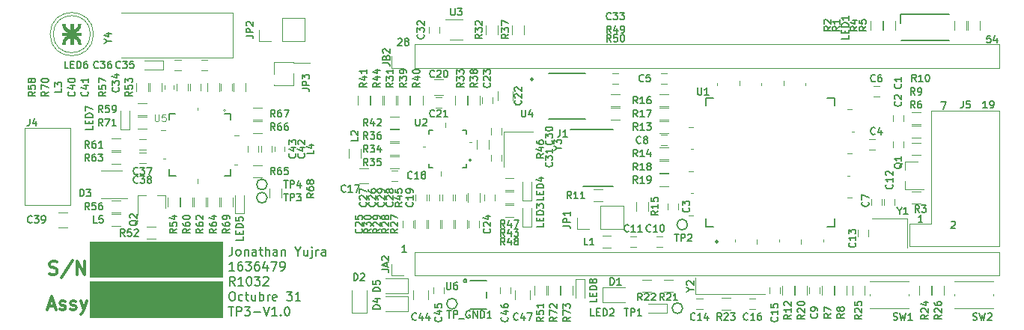
<source format=gbr>
G04 #@! TF.GenerationSoftware,KiCad,Pcbnew,(5.1.2)-1*
G04 #@! TF.CreationDate,2019-11-21T17:45:34-03:00*
G04 #@! TF.ProjectId,M_dulo Stick LPC1769,4df36475-6c6f-4205-9374-69636b204c50,v1.0*
G04 #@! TF.SameCoordinates,Original*
G04 #@! TF.FileFunction,Legend,Top*
G04 #@! TF.FilePolarity,Positive*
%FSLAX46Y46*%
G04 Gerber Fmt 4.6, Leading zero omitted, Abs format (unit mm)*
G04 Created by KiCad (PCBNEW (5.1.2)-1) date 2019-11-21 17:45:34*
%MOMM*%
%LPD*%
G04 APERTURE LIST*
%ADD10C,0.150000*%
%ADD11C,0.120000*%
%ADD12C,0.300000*%
%ADD13C,0.100000*%
%ADD14C,0.200000*%
%ADD15C,0.127000*%
%ADD16C,0.152400*%
%ADD17C,0.050000*%
%ADD18C,0.250000*%
G04 APERTURE END LIST*
D10*
X228047619Y-100361904D02*
X227590476Y-100361904D01*
X227819047Y-100361904D02*
X227819047Y-99561904D01*
X227742857Y-99676190D01*
X227666666Y-99752380D01*
X227590476Y-99790476D01*
X228428571Y-100361904D02*
X228580952Y-100361904D01*
X228657142Y-100323809D01*
X228695238Y-100285714D01*
X228771428Y-100171428D01*
X228809523Y-100019047D01*
X228809523Y-99714285D01*
X228771428Y-99638095D01*
X228733333Y-99600000D01*
X228657142Y-99561904D01*
X228504761Y-99561904D01*
X228428571Y-99600000D01*
X228390476Y-99638095D01*
X228352380Y-99714285D01*
X228352380Y-99904761D01*
X228390476Y-99980952D01*
X228428571Y-100019047D01*
X228504761Y-100057142D01*
X228657142Y-100057142D01*
X228733333Y-100019047D01*
X228771428Y-99980952D01*
X228809523Y-99904761D01*
X222833333Y-99661904D02*
X223366666Y-99661904D01*
X223023809Y-100461904D01*
X223971428Y-113238095D02*
X224009523Y-113200000D01*
X224085714Y-113161904D01*
X224276190Y-113161904D01*
X224352380Y-113200000D01*
X224390476Y-113238095D01*
X224428571Y-113314285D01*
X224428571Y-113390476D01*
X224390476Y-113504761D01*
X223933333Y-113961904D01*
X224428571Y-113961904D01*
X220728571Y-113261904D02*
X220271428Y-113261904D01*
X220500000Y-113261904D02*
X220500000Y-112461904D01*
X220423809Y-112576190D01*
X220347619Y-112652380D01*
X220271428Y-112690476D01*
X228409523Y-92161904D02*
X228028571Y-92161904D01*
X227990476Y-92542857D01*
X228028571Y-92504761D01*
X228104761Y-92466666D01*
X228295238Y-92466666D01*
X228371428Y-92504761D01*
X228409523Y-92542857D01*
X228447619Y-92619047D01*
X228447619Y-92809523D01*
X228409523Y-92885714D01*
X228371428Y-92923809D01*
X228295238Y-92961904D01*
X228104761Y-92961904D01*
X228028571Y-92923809D01*
X227990476Y-92885714D01*
X229133333Y-92428571D02*
X229133333Y-92961904D01*
X228942857Y-92123809D02*
X228752380Y-92695238D01*
X229247619Y-92695238D01*
X161390476Y-92538095D02*
X161428571Y-92500000D01*
X161504761Y-92461904D01*
X161695238Y-92461904D01*
X161771428Y-92500000D01*
X161809523Y-92538095D01*
X161847619Y-92614285D01*
X161847619Y-92690476D01*
X161809523Y-92804761D01*
X161352380Y-93261904D01*
X161847619Y-93261904D01*
X162304761Y-92804761D02*
X162228571Y-92766666D01*
X162190476Y-92728571D01*
X162152380Y-92652380D01*
X162152380Y-92614285D01*
X162190476Y-92538095D01*
X162228571Y-92500000D01*
X162304761Y-92461904D01*
X162457142Y-92461904D01*
X162533333Y-92500000D01*
X162571428Y-92538095D01*
X162609523Y-92614285D01*
X162609523Y-92652380D01*
X162571428Y-92728571D01*
X162533333Y-92766666D01*
X162457142Y-92804761D01*
X162304761Y-92804761D01*
X162228571Y-92842857D01*
X162190476Y-92880952D01*
X162152380Y-92957142D01*
X162152380Y-93109523D01*
X162190476Y-93185714D01*
X162228571Y-93223809D01*
X162304761Y-93261904D01*
X162457142Y-93261904D01*
X162533333Y-93223809D01*
X162571428Y-93185714D01*
X162609523Y-93109523D01*
X162609523Y-92957142D01*
X162571428Y-92880952D01*
X162533333Y-92842857D01*
X162457142Y-92804761D01*
X162328571Y-116661904D02*
X161871428Y-116661904D01*
X162100000Y-116661904D02*
X162100000Y-115861904D01*
X162023809Y-115976190D01*
X161947619Y-116052380D01*
X161871428Y-116090476D01*
D11*
X142900000Y-103500000D02*
X143400000Y-103500000D01*
X142900000Y-106800000D02*
X143200000Y-106800000D01*
X138700000Y-108400000D02*
X138700000Y-108900000D01*
X135100000Y-106100000D02*
X134800000Y-106100000D01*
X134700000Y-102900000D02*
X134600000Y-102900000D01*
X135100000Y-102900000D02*
X134700000Y-102900000D01*
X138700000Y-100600000D02*
X138700000Y-100300000D01*
X166250000Y-107500000D02*
X166250000Y-108000000D01*
X164500000Y-104750000D02*
X164250000Y-104750000D01*
X166750000Y-102500000D02*
X166750000Y-102000000D01*
X169500000Y-104250000D02*
X169750000Y-104250000D01*
X194750000Y-112500000D02*
X194250000Y-112500000D01*
X194750000Y-110000000D02*
X194500000Y-110000000D01*
X194750000Y-107500000D02*
X194250000Y-107500000D01*
X194750000Y-105000000D02*
X194500000Y-105000000D01*
X194750000Y-102500000D02*
X194250000Y-102500000D01*
X197500000Y-97750000D02*
X197500000Y-97500000D01*
X200000000Y-97750000D02*
X200000000Y-97250000D01*
X202500000Y-97750000D02*
X202500000Y-97500000D01*
X205000000Y-97750000D02*
X205000000Y-97250000D01*
X207500000Y-97750000D02*
X207500000Y-97500000D01*
X212250000Y-100500000D02*
X212750000Y-100500000D01*
X212750000Y-103000000D02*
X213000000Y-103000000D01*
X212250000Y-105500000D02*
X212750000Y-105500000D01*
X212250000Y-108000000D02*
X212500000Y-108000000D01*
X212250000Y-110500000D02*
X212750000Y-110500000D01*
X209500000Y-115250000D02*
X209500000Y-115500000D01*
X207000000Y-115250000D02*
X207000000Y-115750000D01*
X204500000Y-115250000D02*
X204500000Y-115500000D01*
X202000000Y-115250000D02*
X202000000Y-115750000D01*
X199500000Y-115250000D02*
X199500000Y-115500000D01*
D12*
X121857142Y-122750000D02*
X122571428Y-122750000D01*
X121714285Y-123178571D02*
X122214285Y-121678571D01*
X122714285Y-123178571D01*
X123142857Y-123107142D02*
X123285714Y-123178571D01*
X123571428Y-123178571D01*
X123714285Y-123107142D01*
X123785714Y-122964285D01*
X123785714Y-122892857D01*
X123714285Y-122750000D01*
X123571428Y-122678571D01*
X123357142Y-122678571D01*
X123214285Y-122607142D01*
X123142857Y-122464285D01*
X123142857Y-122392857D01*
X123214285Y-122250000D01*
X123357142Y-122178571D01*
X123571428Y-122178571D01*
X123714285Y-122250000D01*
X124357142Y-123107142D02*
X124500000Y-123178571D01*
X124785714Y-123178571D01*
X124928571Y-123107142D01*
X125000000Y-122964285D01*
X125000000Y-122892857D01*
X124928571Y-122750000D01*
X124785714Y-122678571D01*
X124571428Y-122678571D01*
X124428571Y-122607142D01*
X124357142Y-122464285D01*
X124357142Y-122392857D01*
X124428571Y-122250000D01*
X124571428Y-122178571D01*
X124785714Y-122178571D01*
X124928571Y-122250000D01*
X125500000Y-122178571D02*
X125857142Y-123178571D01*
X126214285Y-122178571D02*
X125857142Y-123178571D01*
X125714285Y-123535714D01*
X125642857Y-123607142D01*
X125500000Y-123678571D01*
X122000000Y-119107142D02*
X122214285Y-119178571D01*
X122571428Y-119178571D01*
X122714285Y-119107142D01*
X122785714Y-119035714D01*
X122857142Y-118892857D01*
X122857142Y-118750000D01*
X122785714Y-118607142D01*
X122714285Y-118535714D01*
X122571428Y-118464285D01*
X122285714Y-118392857D01*
X122142857Y-118321428D01*
X122071428Y-118250000D01*
X122000000Y-118107142D01*
X122000000Y-117964285D01*
X122071428Y-117821428D01*
X122142857Y-117750000D01*
X122285714Y-117678571D01*
X122642857Y-117678571D01*
X122857142Y-117750000D01*
X124571428Y-117607142D02*
X123285714Y-119535714D01*
X125071428Y-119178571D02*
X125071428Y-117678571D01*
X125928571Y-119178571D01*
X125928571Y-117678571D01*
D13*
G36*
X141500000Y-119500000D02*
G01*
X126500000Y-119500000D01*
X126500000Y-115500000D01*
X141500000Y-115500000D01*
X141500000Y-119500000D01*
G37*
X141500000Y-119500000D02*
X126500000Y-119500000D01*
X126500000Y-115500000D01*
X141500000Y-115500000D01*
X141500000Y-119500000D01*
G36*
X141500000Y-124000000D02*
G01*
X126500000Y-124000000D01*
X126500000Y-120000000D01*
X141500000Y-120000000D01*
X141500000Y-124000000D01*
G37*
X141500000Y-124000000D02*
X126500000Y-124000000D01*
X126500000Y-120000000D01*
X141500000Y-120000000D01*
X141500000Y-124000000D01*
D14*
X142653809Y-116052380D02*
X142653809Y-116766666D01*
X142606190Y-116909523D01*
X142510952Y-117004761D01*
X142368095Y-117052380D01*
X142272857Y-117052380D01*
X143272857Y-117052380D02*
X143177619Y-117004761D01*
X143130000Y-116957142D01*
X143082380Y-116861904D01*
X143082380Y-116576190D01*
X143130000Y-116480952D01*
X143177619Y-116433333D01*
X143272857Y-116385714D01*
X143415714Y-116385714D01*
X143510952Y-116433333D01*
X143558571Y-116480952D01*
X143606190Y-116576190D01*
X143606190Y-116861904D01*
X143558571Y-116957142D01*
X143510952Y-117004761D01*
X143415714Y-117052380D01*
X143272857Y-117052380D01*
X144034761Y-116385714D02*
X144034761Y-117052380D01*
X144034761Y-116480952D02*
X144082380Y-116433333D01*
X144177619Y-116385714D01*
X144320476Y-116385714D01*
X144415714Y-116433333D01*
X144463333Y-116528571D01*
X144463333Y-117052380D01*
X145368095Y-117052380D02*
X145368095Y-116528571D01*
X145320476Y-116433333D01*
X145225238Y-116385714D01*
X145034761Y-116385714D01*
X144939523Y-116433333D01*
X145368095Y-117004761D02*
X145272857Y-117052380D01*
X145034761Y-117052380D01*
X144939523Y-117004761D01*
X144891904Y-116909523D01*
X144891904Y-116814285D01*
X144939523Y-116719047D01*
X145034761Y-116671428D01*
X145272857Y-116671428D01*
X145368095Y-116623809D01*
X145701428Y-116385714D02*
X146082380Y-116385714D01*
X145844285Y-116052380D02*
X145844285Y-116909523D01*
X145891904Y-117004761D01*
X145987142Y-117052380D01*
X146082380Y-117052380D01*
X146415714Y-117052380D02*
X146415714Y-116052380D01*
X146844285Y-117052380D02*
X146844285Y-116528571D01*
X146796666Y-116433333D01*
X146701428Y-116385714D01*
X146558571Y-116385714D01*
X146463333Y-116433333D01*
X146415714Y-116480952D01*
X147749047Y-117052380D02*
X147749047Y-116528571D01*
X147701428Y-116433333D01*
X147606190Y-116385714D01*
X147415714Y-116385714D01*
X147320476Y-116433333D01*
X147749047Y-117004761D02*
X147653809Y-117052380D01*
X147415714Y-117052380D01*
X147320476Y-117004761D01*
X147272857Y-116909523D01*
X147272857Y-116814285D01*
X147320476Y-116719047D01*
X147415714Y-116671428D01*
X147653809Y-116671428D01*
X147749047Y-116623809D01*
X148225238Y-116385714D02*
X148225238Y-117052380D01*
X148225238Y-116480952D02*
X148272857Y-116433333D01*
X148368095Y-116385714D01*
X148510952Y-116385714D01*
X148606190Y-116433333D01*
X148653809Y-116528571D01*
X148653809Y-117052380D01*
X150082380Y-116576190D02*
X150082380Y-117052380D01*
X149749047Y-116052380D02*
X150082380Y-116576190D01*
X150415714Y-116052380D01*
X151177619Y-116385714D02*
X151177619Y-117052380D01*
X150749047Y-116385714D02*
X150749047Y-116909523D01*
X150796666Y-117004761D01*
X150891904Y-117052380D01*
X151034761Y-117052380D01*
X151130000Y-117004761D01*
X151177619Y-116957142D01*
X151653809Y-116385714D02*
X151653809Y-117242857D01*
X151606190Y-117338095D01*
X151510952Y-117385714D01*
X151463333Y-117385714D01*
X151653809Y-116052380D02*
X151606190Y-116100000D01*
X151653809Y-116147619D01*
X151701428Y-116100000D01*
X151653809Y-116052380D01*
X151653809Y-116147619D01*
X152130000Y-117052380D02*
X152130000Y-116385714D01*
X152130000Y-116576190D02*
X152177619Y-116480952D01*
X152225238Y-116433333D01*
X152320476Y-116385714D01*
X152415714Y-116385714D01*
X153177619Y-117052380D02*
X153177619Y-116528571D01*
X153130000Y-116433333D01*
X153034761Y-116385714D01*
X152844285Y-116385714D01*
X152749047Y-116433333D01*
X153177619Y-117004761D02*
X153082380Y-117052380D01*
X152844285Y-117052380D01*
X152749047Y-117004761D01*
X152701428Y-116909523D01*
X152701428Y-116814285D01*
X152749047Y-116719047D01*
X152844285Y-116671428D01*
X153082380Y-116671428D01*
X153177619Y-116623809D01*
X142891904Y-118752380D02*
X142320476Y-118752380D01*
X142606190Y-118752380D02*
X142606190Y-117752380D01*
X142510952Y-117895238D01*
X142415714Y-117990476D01*
X142320476Y-118038095D01*
X143749047Y-117752380D02*
X143558571Y-117752380D01*
X143463333Y-117800000D01*
X143415714Y-117847619D01*
X143320476Y-117990476D01*
X143272857Y-118180952D01*
X143272857Y-118561904D01*
X143320476Y-118657142D01*
X143368095Y-118704761D01*
X143463333Y-118752380D01*
X143653809Y-118752380D01*
X143749047Y-118704761D01*
X143796666Y-118657142D01*
X143844285Y-118561904D01*
X143844285Y-118323809D01*
X143796666Y-118228571D01*
X143749047Y-118180952D01*
X143653809Y-118133333D01*
X143463333Y-118133333D01*
X143368095Y-118180952D01*
X143320476Y-118228571D01*
X143272857Y-118323809D01*
X144177619Y-117752380D02*
X144796666Y-117752380D01*
X144463333Y-118133333D01*
X144606190Y-118133333D01*
X144701428Y-118180952D01*
X144749047Y-118228571D01*
X144796666Y-118323809D01*
X144796666Y-118561904D01*
X144749047Y-118657142D01*
X144701428Y-118704761D01*
X144606190Y-118752380D01*
X144320476Y-118752380D01*
X144225238Y-118704761D01*
X144177619Y-118657142D01*
X145653809Y-117752380D02*
X145463333Y-117752380D01*
X145368095Y-117800000D01*
X145320476Y-117847619D01*
X145225238Y-117990476D01*
X145177619Y-118180952D01*
X145177619Y-118561904D01*
X145225238Y-118657142D01*
X145272857Y-118704761D01*
X145368095Y-118752380D01*
X145558571Y-118752380D01*
X145653809Y-118704761D01*
X145701428Y-118657142D01*
X145749047Y-118561904D01*
X145749047Y-118323809D01*
X145701428Y-118228571D01*
X145653809Y-118180952D01*
X145558571Y-118133333D01*
X145368095Y-118133333D01*
X145272857Y-118180952D01*
X145225238Y-118228571D01*
X145177619Y-118323809D01*
X146606190Y-118085714D02*
X146606190Y-118752380D01*
X146368095Y-117704761D02*
X146130000Y-118419047D01*
X146749047Y-118419047D01*
X147034761Y-117752380D02*
X147701428Y-117752380D01*
X147272857Y-118752380D01*
X148130000Y-118752380D02*
X148320476Y-118752380D01*
X148415714Y-118704761D01*
X148463333Y-118657142D01*
X148558571Y-118514285D01*
X148606190Y-118323809D01*
X148606190Y-117942857D01*
X148558571Y-117847619D01*
X148510952Y-117800000D01*
X148415714Y-117752380D01*
X148225238Y-117752380D01*
X148130000Y-117800000D01*
X148082380Y-117847619D01*
X148034761Y-117942857D01*
X148034761Y-118180952D01*
X148082380Y-118276190D01*
X148130000Y-118323809D01*
X148225238Y-118371428D01*
X148415714Y-118371428D01*
X148510952Y-118323809D01*
X148558571Y-118276190D01*
X148606190Y-118180952D01*
X142939523Y-120452380D02*
X142606190Y-119976190D01*
X142368095Y-120452380D02*
X142368095Y-119452380D01*
X142749047Y-119452380D01*
X142844285Y-119500000D01*
X142891904Y-119547619D01*
X142939523Y-119642857D01*
X142939523Y-119785714D01*
X142891904Y-119880952D01*
X142844285Y-119928571D01*
X142749047Y-119976190D01*
X142368095Y-119976190D01*
X143891904Y-120452380D02*
X143320476Y-120452380D01*
X143606190Y-120452380D02*
X143606190Y-119452380D01*
X143510952Y-119595238D01*
X143415714Y-119690476D01*
X143320476Y-119738095D01*
X144510952Y-119452380D02*
X144606190Y-119452380D01*
X144701428Y-119500000D01*
X144749047Y-119547619D01*
X144796666Y-119642857D01*
X144844285Y-119833333D01*
X144844285Y-120071428D01*
X144796666Y-120261904D01*
X144749047Y-120357142D01*
X144701428Y-120404761D01*
X144606190Y-120452380D01*
X144510952Y-120452380D01*
X144415714Y-120404761D01*
X144368095Y-120357142D01*
X144320476Y-120261904D01*
X144272857Y-120071428D01*
X144272857Y-119833333D01*
X144320476Y-119642857D01*
X144368095Y-119547619D01*
X144415714Y-119500000D01*
X144510952Y-119452380D01*
X145177619Y-119452380D02*
X145796666Y-119452380D01*
X145463333Y-119833333D01*
X145606190Y-119833333D01*
X145701428Y-119880952D01*
X145749047Y-119928571D01*
X145796666Y-120023809D01*
X145796666Y-120261904D01*
X145749047Y-120357142D01*
X145701428Y-120404761D01*
X145606190Y-120452380D01*
X145320476Y-120452380D01*
X145225238Y-120404761D01*
X145177619Y-120357142D01*
X146177619Y-119547619D02*
X146225238Y-119500000D01*
X146320476Y-119452380D01*
X146558571Y-119452380D01*
X146653809Y-119500000D01*
X146701428Y-119547619D01*
X146749047Y-119642857D01*
X146749047Y-119738095D01*
X146701428Y-119880952D01*
X146130000Y-120452380D01*
X146749047Y-120452380D01*
X142558571Y-121152380D02*
X142749047Y-121152380D01*
X142844285Y-121200000D01*
X142939523Y-121295238D01*
X142987142Y-121485714D01*
X142987142Y-121819047D01*
X142939523Y-122009523D01*
X142844285Y-122104761D01*
X142749047Y-122152380D01*
X142558571Y-122152380D01*
X142463333Y-122104761D01*
X142368095Y-122009523D01*
X142320476Y-121819047D01*
X142320476Y-121485714D01*
X142368095Y-121295238D01*
X142463333Y-121200000D01*
X142558571Y-121152380D01*
X143844285Y-122104761D02*
X143749047Y-122152380D01*
X143558571Y-122152380D01*
X143463333Y-122104761D01*
X143415714Y-122057142D01*
X143368095Y-121961904D01*
X143368095Y-121676190D01*
X143415714Y-121580952D01*
X143463333Y-121533333D01*
X143558571Y-121485714D01*
X143749047Y-121485714D01*
X143844285Y-121533333D01*
X144130000Y-121485714D02*
X144510952Y-121485714D01*
X144272857Y-121152380D02*
X144272857Y-122009523D01*
X144320476Y-122104761D01*
X144415714Y-122152380D01*
X144510952Y-122152380D01*
X145272857Y-121485714D02*
X145272857Y-122152380D01*
X144844285Y-121485714D02*
X144844285Y-122009523D01*
X144891904Y-122104761D01*
X144987142Y-122152380D01*
X145130000Y-122152380D01*
X145225238Y-122104761D01*
X145272857Y-122057142D01*
X145749047Y-122152380D02*
X145749047Y-121152380D01*
X145749047Y-121533333D02*
X145844285Y-121485714D01*
X146034761Y-121485714D01*
X146130000Y-121533333D01*
X146177619Y-121580952D01*
X146225238Y-121676190D01*
X146225238Y-121961904D01*
X146177619Y-122057142D01*
X146130000Y-122104761D01*
X146034761Y-122152380D01*
X145844285Y-122152380D01*
X145749047Y-122104761D01*
X146653809Y-122152380D02*
X146653809Y-121485714D01*
X146653809Y-121676190D02*
X146701428Y-121580952D01*
X146749047Y-121533333D01*
X146844285Y-121485714D01*
X146939523Y-121485714D01*
X147653809Y-122104761D02*
X147558571Y-122152380D01*
X147368095Y-122152380D01*
X147272857Y-122104761D01*
X147225238Y-122009523D01*
X147225238Y-121628571D01*
X147272857Y-121533333D01*
X147368095Y-121485714D01*
X147558571Y-121485714D01*
X147653809Y-121533333D01*
X147701428Y-121628571D01*
X147701428Y-121723809D01*
X147225238Y-121819047D01*
X148796666Y-121152380D02*
X149415714Y-121152380D01*
X149082380Y-121533333D01*
X149225238Y-121533333D01*
X149320476Y-121580952D01*
X149368095Y-121628571D01*
X149415714Y-121723809D01*
X149415714Y-121961904D01*
X149368095Y-122057142D01*
X149320476Y-122104761D01*
X149225238Y-122152380D01*
X148939523Y-122152380D01*
X148844285Y-122104761D01*
X148796666Y-122057142D01*
X150368095Y-122152380D02*
X149796666Y-122152380D01*
X150082380Y-122152380D02*
X150082380Y-121152380D01*
X149987142Y-121295238D01*
X149891904Y-121390476D01*
X149796666Y-121438095D01*
X142225238Y-122852380D02*
X142796666Y-122852380D01*
X142510952Y-123852380D02*
X142510952Y-122852380D01*
X143130000Y-123852380D02*
X143130000Y-122852380D01*
X143510952Y-122852380D01*
X143606190Y-122900000D01*
X143653809Y-122947619D01*
X143701428Y-123042857D01*
X143701428Y-123185714D01*
X143653809Y-123280952D01*
X143606190Y-123328571D01*
X143510952Y-123376190D01*
X143130000Y-123376190D01*
X144034761Y-122852380D02*
X144653809Y-122852380D01*
X144320476Y-123233333D01*
X144463333Y-123233333D01*
X144558571Y-123280952D01*
X144606190Y-123328571D01*
X144653809Y-123423809D01*
X144653809Y-123661904D01*
X144606190Y-123757142D01*
X144558571Y-123804761D01*
X144463333Y-123852380D01*
X144177619Y-123852380D01*
X144082380Y-123804761D01*
X144034761Y-123757142D01*
X145082380Y-123471428D02*
X145844285Y-123471428D01*
X146177619Y-122852380D02*
X146510952Y-123852380D01*
X146844285Y-122852380D01*
X147701428Y-123852380D02*
X147130000Y-123852380D01*
X147415714Y-123852380D02*
X147415714Y-122852380D01*
X147320476Y-122995238D01*
X147225238Y-123090476D01*
X147130000Y-123138095D01*
X148130000Y-123757142D02*
X148177619Y-123804761D01*
X148130000Y-123852380D01*
X148082380Y-123804761D01*
X148130000Y-123757142D01*
X148130000Y-123852380D01*
X148796666Y-122852380D02*
X148891904Y-122852380D01*
X148987142Y-122900000D01*
X149034761Y-122947619D01*
X149082380Y-123042857D01*
X149130000Y-123233333D01*
X149130000Y-123471428D01*
X149082380Y-123661904D01*
X149034761Y-123757142D01*
X148987142Y-123804761D01*
X148891904Y-123852380D01*
X148796666Y-123852380D01*
X148701428Y-123804761D01*
X148653809Y-123757142D01*
X148606190Y-123661904D01*
X148558571Y-123471428D01*
X148558571Y-123233333D01*
X148606190Y-123042857D01*
X148653809Y-122947619D01*
X148701428Y-122900000D01*
X148796666Y-122852380D01*
D11*
X147390000Y-95170000D02*
X149610000Y-95170000D01*
X147390000Y-97830000D02*
X149610000Y-97830000D01*
X149610000Y-96450000D02*
X149610000Y-97820000D01*
X147390000Y-95180000D02*
X147390000Y-96550000D01*
X149610000Y-95280000D02*
X151440000Y-95280000D01*
X149610000Y-95170000D02*
X149610000Y-95280000D01*
X147390000Y-97720000D02*
X147390000Y-97830000D01*
X119200000Y-102650000D02*
X124380000Y-102650000D01*
X119200000Y-111350000D02*
X119200000Y-102650000D01*
X124380000Y-111350000D02*
X119200000Y-111350000D01*
X124380000Y-102650000D02*
X124380000Y-111350000D01*
D10*
X196250000Y-113750000D02*
X197100000Y-113750000D01*
X196250000Y-113750000D02*
X196250000Y-112900000D01*
X210750000Y-113750000D02*
X209900000Y-113750000D01*
X210750000Y-113750000D02*
X210750000Y-112900000D01*
X210750000Y-99250000D02*
X210750000Y-100100000D01*
X210750000Y-99250000D02*
X209900000Y-99250000D01*
X196250000Y-99250000D02*
X197100000Y-99250000D01*
X196250000Y-99250000D02*
X196250000Y-100100000D01*
X197608114Y-115500000D02*
G75*
G03X197608114Y-115500000I-158114J0D01*
G01*
X197500000Y-115500000D02*
G75*
G03X197500000Y-115500000I-50000J0D01*
G01*
D11*
X229370000Y-119330000D02*
X229370000Y-116670000D01*
X163270000Y-119330000D02*
X229370000Y-119330000D01*
X163270000Y-116670000D02*
X229370000Y-116670000D01*
X163270000Y-119330000D02*
X163270000Y-116670000D01*
X162000000Y-119330000D02*
X160670000Y-119330000D01*
X160670000Y-119330000D02*
X160670000Y-118000000D01*
X221680000Y-120500000D02*
X221680000Y-121500000D01*
X220320000Y-121500000D02*
X220320000Y-120500000D01*
D15*
X135500000Y-108000000D02*
X136250000Y-108000000D01*
X135500000Y-107300000D02*
X135500000Y-108000000D01*
X135500000Y-101000000D02*
X135500000Y-101700000D01*
X136200000Y-101000000D02*
X135500000Y-101000000D01*
X142500000Y-108000000D02*
X141800000Y-108000000D01*
X142500000Y-107300000D02*
X142500000Y-108000000D01*
X142500000Y-101000000D02*
X142500000Y-101700000D01*
X141800000Y-101000000D02*
X142500000Y-101000000D01*
D13*
X141933000Y-100630000D02*
G75*
G03X141933000Y-100630000I-150000J0D01*
G01*
D11*
X186870000Y-114080000D02*
X186870000Y-111420000D01*
X184270000Y-114080000D02*
X186870000Y-114080000D01*
X184270000Y-111420000D02*
X186870000Y-111420000D01*
X184270000Y-114080000D02*
X184270000Y-111420000D01*
X183000000Y-114080000D02*
X181670000Y-114080000D01*
X181670000Y-114080000D02*
X181670000Y-112750000D01*
X188320000Y-112000000D02*
X188320000Y-111000000D01*
X189680000Y-111000000D02*
X189680000Y-112000000D01*
D16*
X169133600Y-102866400D02*
X168684340Y-102866400D01*
X164866400Y-102866400D02*
X164866400Y-103315660D01*
X164866400Y-107133600D02*
X165315660Y-107133600D01*
X169133600Y-107133600D02*
X169133600Y-106684340D01*
X169133600Y-103315660D02*
X169133600Y-102866400D01*
X165315660Y-102866400D02*
X164866400Y-102866400D01*
X164866400Y-106684340D02*
X164866400Y-107133600D01*
X168684340Y-107133600D02*
X169133600Y-107133600D01*
D10*
X169650000Y-106250000D02*
G75*
G03X169650000Y-106250000I-100000J0D01*
G01*
D11*
X160670000Y-95830000D02*
X160670000Y-94500000D01*
X162000000Y-95830000D02*
X160670000Y-95830000D01*
X163270000Y-95830000D02*
X163270000Y-93170000D01*
X163270000Y-93170000D02*
X229370000Y-93170000D01*
X163270000Y-95830000D02*
X229370000Y-95830000D01*
X229370000Y-95830000D02*
X229370000Y-93170000D01*
D17*
X125550000Y-93150000D02*
G75*
G03X123450000Y-93150000I-1050000J0D01*
G01*
D11*
X126950000Y-92000000D02*
G75*
G03X126950000Y-92000000I-2450000J0D01*
G01*
X126600000Y-92000000D02*
G75*
G03X126600000Y-92000000I-2100000J0D01*
G01*
D17*
X124350000Y-90850000D02*
X124650000Y-90850000D01*
X124650000Y-90850000D02*
X124650000Y-92250000D01*
X124350000Y-90850000D02*
X124350000Y-92200000D01*
X124350000Y-93150000D02*
X124650000Y-93150000D01*
X124650000Y-93150000D02*
X124650000Y-92150000D01*
X124650000Y-92150000D02*
X125550000Y-92150000D01*
X125550000Y-92150000D02*
X125550000Y-91850000D01*
X125550000Y-91850000D02*
X123450000Y-91850000D01*
X123450000Y-91850000D02*
X123450000Y-92150000D01*
X123450000Y-92150000D02*
X124700000Y-92150000D01*
X124340000Y-92150000D02*
X124350000Y-92150000D01*
X124350000Y-92150000D02*
X124350000Y-93150000D01*
X123450000Y-93150000D02*
X123750000Y-93150000D01*
X125550000Y-93150000D02*
X125250000Y-93150000D01*
X123750000Y-93150000D02*
G75*
G02X125250000Y-93150000I750000J0D01*
G01*
X123450000Y-90850000D02*
G75*
G03X125550000Y-90850000I1050000J0D01*
G01*
X125550000Y-90850000D02*
X125250000Y-90850000D01*
X123450000Y-90850000D02*
X123750000Y-90850000D01*
X125250000Y-90850000D02*
G75*
G02X123750000Y-90850000I-750000J0D01*
G01*
X124375000Y-90900000D02*
X124625000Y-90900000D01*
X124375000Y-93100000D02*
X124625000Y-93100000D01*
X124375000Y-93050000D02*
X124625000Y-93050000D01*
X124375000Y-90950000D02*
X124625000Y-90950000D01*
D18*
X124500000Y-90950000D02*
X124500000Y-93050000D01*
D17*
X123500000Y-91850000D02*
X123500000Y-92150000D01*
X123550000Y-92150000D02*
X123550000Y-91850000D01*
X125500000Y-91850000D02*
X125500000Y-92150000D01*
X125450000Y-91850000D02*
X125450000Y-92150000D01*
X125400000Y-91850000D02*
X125400000Y-92150000D01*
X123600000Y-91850000D02*
X123600000Y-92150000D01*
D18*
X123600000Y-92000000D02*
X125400000Y-92000000D01*
X125399964Y-90950309D02*
G75*
G02X123600001Y-90949999I-899964J100309D01*
G01*
D13*
X125299957Y-90900662D02*
G75*
G02X123700001Y-90899999I-799957J50662D01*
G01*
X125500020Y-90899568D02*
G75*
G02X123500001Y-90899999I-1000020J49568D01*
G01*
D18*
X123600036Y-93049691D02*
G75*
G02X125399999Y-93050001I899964J-100309D01*
G01*
D13*
X123499980Y-93100432D02*
G75*
G02X125499999Y-93100001I1000020J-49568D01*
G01*
X123700043Y-93099338D02*
G75*
G02X125299999Y-93100001I799957J-50662D01*
G01*
D16*
X169547500Y-123074800D02*
X171452500Y-123074800D01*
X171452500Y-121875961D02*
X171452500Y-121124039D01*
X171452500Y-119925200D02*
X169547500Y-119925200D01*
D10*
X169180278Y-119900000D02*
G75*
G03X169180278Y-119900000I-180278J0D01*
G01*
D16*
X182582800Y-96421900D02*
X178417200Y-96421900D01*
X178417200Y-101578100D02*
X182582800Y-101578100D01*
D10*
X176708114Y-97100000D02*
G75*
G03X176708114Y-97100000I-158114J0D01*
G01*
X168100000Y-122500000D02*
G75*
G03X168100000Y-122500000I-600000J0D01*
G01*
X146600000Y-109000000D02*
G75*
G03X146600000Y-109000000I-600000J0D01*
G01*
X146600000Y-110500000D02*
G75*
G03X146600000Y-110500000I-600000J0D01*
G01*
X194150000Y-113550000D02*
G75*
G03X194150000Y-113550000I-600000J0D01*
G01*
X193600000Y-123000000D02*
G75*
G03X193600000Y-123000000I-600000J0D01*
G01*
D11*
X204820000Y-121500000D02*
X204820000Y-120500000D01*
X206180000Y-120500000D02*
X206180000Y-121500000D01*
X173500000Y-109820000D02*
X174500000Y-109820000D01*
X174500000Y-111180000D02*
X173500000Y-111180000D01*
D10*
X223700000Y-92750000D02*
X218300000Y-92750000D01*
X223700000Y-89750000D02*
X218200000Y-89750000D01*
X218200000Y-90750000D02*
X218200000Y-89750000D01*
D11*
X145000000Y-100320000D02*
X146000000Y-100320000D01*
X146000000Y-101680000D02*
X145000000Y-101680000D01*
X179820000Y-121500000D02*
X179820000Y-120500000D01*
X181180000Y-120500000D02*
X181180000Y-121500000D01*
X179680000Y-120500000D02*
X179680000Y-121500000D01*
X178320000Y-121500000D02*
X178320000Y-120500000D01*
X133000000Y-102680000D02*
X132000000Y-102680000D01*
X132000000Y-101320000D02*
X133000000Y-101320000D01*
X133320000Y-98500000D02*
X133320000Y-97500000D01*
X134680000Y-97500000D02*
X134680000Y-98500000D01*
X142680000Y-110500000D02*
X142680000Y-111500000D01*
X141320000Y-111500000D02*
X141320000Y-110500000D01*
X146820000Y-110500000D02*
X146820000Y-109500000D01*
X148180000Y-109500000D02*
X148180000Y-110500000D01*
X145000000Y-101820000D02*
X146000000Y-101820000D01*
X146000000Y-103180000D02*
X145000000Y-103180000D01*
X145000000Y-106820000D02*
X146000000Y-106820000D01*
X146000000Y-108180000D02*
X145000000Y-108180000D01*
X141180000Y-110500000D02*
X141180000Y-111500000D01*
X139820000Y-111500000D02*
X139820000Y-110500000D01*
X129000000Y-105320000D02*
X130000000Y-105320000D01*
X130000000Y-106680000D02*
X129000000Y-106680000D01*
X139680000Y-110500000D02*
X139680000Y-111500000D01*
X138320000Y-111500000D02*
X138320000Y-110500000D01*
X129000000Y-103820000D02*
X130000000Y-103820000D01*
X130000000Y-105180000D02*
X129000000Y-105180000D01*
X138180000Y-110500000D02*
X138180000Y-111500000D01*
X136820000Y-111500000D02*
X136820000Y-110500000D01*
X132000000Y-99820000D02*
X133000000Y-99820000D01*
X133000000Y-101180000D02*
X132000000Y-101180000D01*
X131820000Y-98500000D02*
X131820000Y-97500000D01*
X133180000Y-97500000D02*
X133180000Y-98500000D01*
X139820000Y-98500000D02*
X139820000Y-97500000D01*
X141180000Y-97500000D02*
X141180000Y-98500000D01*
X129000000Y-110820000D02*
X130000000Y-110820000D01*
X130000000Y-112180000D02*
X129000000Y-112180000D01*
X135320000Y-111500000D02*
X135320000Y-110500000D01*
X136680000Y-110500000D02*
X136680000Y-111500000D01*
X144180000Y-97500000D02*
X144180000Y-98500000D01*
X142820000Y-98500000D02*
X142820000Y-97500000D01*
X134000000Y-115180000D02*
X133000000Y-115180000D01*
X133000000Y-113820000D02*
X134000000Y-113820000D01*
X178180000Y-120500000D02*
X178180000Y-121500000D01*
X176820000Y-121500000D02*
X176820000Y-120500000D01*
X185500000Y-100320000D02*
X186500000Y-100320000D01*
X186500000Y-101680000D02*
X185500000Y-101680000D01*
X185500000Y-98820000D02*
X186500000Y-98820000D01*
X186500000Y-100180000D02*
X185500000Y-100180000D01*
X173500000Y-111320000D02*
X174500000Y-111320000D01*
X174500000Y-112680000D02*
X173500000Y-112680000D01*
X173500000Y-108320000D02*
X174500000Y-108320000D01*
X174500000Y-109680000D02*
X173500000Y-109680000D01*
X171680000Y-104000000D02*
X171680000Y-105000000D01*
X170320000Y-105000000D02*
X170320000Y-104000000D01*
X170680000Y-110000000D02*
X170680000Y-111000000D01*
X169320000Y-111000000D02*
X169320000Y-110000000D01*
X159680000Y-99000000D02*
X159680000Y-100000000D01*
X158320000Y-100000000D02*
X158320000Y-99000000D01*
X160500000Y-101320000D02*
X161500000Y-101320000D01*
X161500000Y-102680000D02*
X160500000Y-102680000D01*
X156820000Y-100000000D02*
X156820000Y-99000000D01*
X158180000Y-99000000D02*
X158180000Y-100000000D01*
X164180000Y-99000000D02*
X164180000Y-100000000D01*
X162820000Y-100000000D02*
X162820000Y-99000000D01*
X162680000Y-99000000D02*
X162680000Y-100000000D01*
X161320000Y-100000000D02*
X161320000Y-99000000D01*
X170680000Y-99000000D02*
X170680000Y-100000000D01*
X169320000Y-100000000D02*
X169320000Y-99000000D01*
X175680000Y-91000000D02*
X175680000Y-92000000D01*
X174320000Y-92000000D02*
X174320000Y-91000000D01*
X160500000Y-102820000D02*
X161500000Y-102820000D01*
X161500000Y-104180000D02*
X160500000Y-104180000D01*
X160500000Y-105820000D02*
X161500000Y-105820000D01*
X161500000Y-107180000D02*
X160500000Y-107180000D01*
X160500000Y-104320000D02*
X161500000Y-104320000D01*
X161500000Y-105680000D02*
X160500000Y-105680000D01*
X169180000Y-99000000D02*
X169180000Y-100000000D01*
X167820000Y-100000000D02*
X167820000Y-99000000D01*
X172680000Y-91000000D02*
X172680000Y-92000000D01*
X171320000Y-92000000D02*
X171320000Y-91000000D01*
X159820000Y-100000000D02*
X159820000Y-99000000D01*
X161180000Y-99000000D02*
X161180000Y-100000000D01*
X164680000Y-113000000D02*
X164680000Y-114000000D01*
X163320000Y-114000000D02*
X163320000Y-113000000D01*
X166180000Y-113000000D02*
X166180000Y-114000000D01*
X164820000Y-114000000D02*
X164820000Y-113000000D01*
X167680000Y-113000000D02*
X167680000Y-114000000D01*
X166320000Y-114000000D02*
X166320000Y-113000000D01*
X169180000Y-113000000D02*
X169180000Y-114000000D01*
X167820000Y-114000000D02*
X167820000Y-113000000D01*
X223180000Y-120500000D02*
X223180000Y-121500000D01*
X221820000Y-121500000D02*
X221820000Y-120500000D01*
X214180000Y-120500000D02*
X214180000Y-121500000D01*
X212820000Y-121500000D02*
X212820000Y-120500000D01*
X199000000Y-123180000D02*
X198000000Y-123180000D01*
X198000000Y-121820000D02*
X199000000Y-121820000D01*
X189000000Y-119820000D02*
X190000000Y-119820000D01*
X190000000Y-121180000D02*
X189000000Y-121180000D01*
X191500000Y-119820000D02*
X192500000Y-119820000D01*
X192500000Y-121180000D02*
X191500000Y-121180000D01*
X207680000Y-120500000D02*
X207680000Y-121500000D01*
X206320000Y-121500000D02*
X206320000Y-120500000D01*
X191000000Y-107820000D02*
X192000000Y-107820000D01*
X192000000Y-109180000D02*
X191000000Y-109180000D01*
X191000000Y-106320000D02*
X192000000Y-106320000D01*
X192000000Y-107680000D02*
X191000000Y-107680000D01*
X191000000Y-100320000D02*
X192000000Y-100320000D01*
X192000000Y-101680000D02*
X191000000Y-101680000D01*
X191000000Y-98820000D02*
X192000000Y-98820000D01*
X192000000Y-100180000D02*
X191000000Y-100180000D01*
X191000000Y-104820000D02*
X192000000Y-104820000D01*
X192000000Y-106180000D02*
X191000000Y-106180000D01*
X191000000Y-101820000D02*
X192000000Y-101820000D01*
X192000000Y-103180000D02*
X191000000Y-103180000D01*
X183500000Y-109570000D02*
X184500000Y-109570000D01*
X184500000Y-110930000D02*
X183500000Y-110930000D01*
X220500000Y-102180000D02*
X219500000Y-102180000D01*
X219500000Y-100820000D02*
X220500000Y-100820000D01*
X220500000Y-103680000D02*
X219500000Y-103680000D01*
X219500000Y-102320000D02*
X220500000Y-102320000D01*
X212180000Y-120500000D02*
X212180000Y-121500000D01*
X210820000Y-121500000D02*
X210820000Y-120500000D01*
X210680000Y-120500000D02*
X210680000Y-121500000D01*
X209320000Y-121500000D02*
X209320000Y-120500000D01*
X220500000Y-105680000D02*
X219500000Y-105680000D01*
X219500000Y-104320000D02*
X220500000Y-104320000D01*
X225820000Y-91500000D02*
X225820000Y-90500000D01*
X227180000Y-90500000D02*
X227180000Y-91500000D01*
X224320000Y-91500000D02*
X224320000Y-90500000D01*
X225680000Y-90500000D02*
X225680000Y-91500000D01*
X220500000Y-111180000D02*
X219500000Y-111180000D01*
X219500000Y-109820000D02*
X220500000Y-109820000D01*
X214820000Y-91500000D02*
X214820000Y-90500000D01*
X216180000Y-90500000D02*
X216180000Y-91500000D01*
X217680000Y-90500000D02*
X217680000Y-91500000D01*
X216320000Y-91500000D02*
X216320000Y-90500000D01*
X174650000Y-121000000D02*
X174650000Y-122000000D01*
X176350000Y-122000000D02*
X176350000Y-121000000D01*
X174100000Y-120650000D02*
X174100000Y-121350000D01*
X172900000Y-121350000D02*
X172900000Y-120650000D01*
X166600000Y-120650000D02*
X166600000Y-121350000D01*
X165400000Y-121350000D02*
X165400000Y-120650000D01*
X163150000Y-121000000D02*
X163150000Y-122000000D01*
X164850000Y-122000000D02*
X164850000Y-121000000D01*
X145600000Y-104650000D02*
X145600000Y-105350000D01*
X144400000Y-105350000D02*
X144400000Y-104650000D01*
X147100000Y-104650000D02*
X147100000Y-105350000D01*
X145900000Y-105350000D02*
X145900000Y-104650000D01*
X139100000Y-97650000D02*
X139100000Y-98350000D01*
X137900000Y-98350000D02*
X137900000Y-97650000D01*
X137600000Y-97650000D02*
X137600000Y-98350000D01*
X136400000Y-98350000D02*
X136400000Y-97650000D01*
X123000000Y-113850000D02*
X124000000Y-113850000D01*
X124000000Y-112150000D02*
X123000000Y-112150000D01*
X132150000Y-105400000D02*
X132850000Y-105400000D01*
X132850000Y-106600000D02*
X132150000Y-106600000D01*
X132150000Y-103900000D02*
X132850000Y-103900000D01*
X132850000Y-105100000D02*
X132150000Y-105100000D01*
X136850000Y-96100000D02*
X136150000Y-96100000D01*
X136150000Y-94900000D02*
X136850000Y-94900000D01*
X139850000Y-96100000D02*
X139150000Y-96100000D01*
X139150000Y-94900000D02*
X139850000Y-94900000D01*
X142600000Y-97650000D02*
X142600000Y-98350000D01*
X141400000Y-98350000D02*
X141400000Y-97650000D01*
X186350000Y-97600000D02*
X185650000Y-97600000D01*
X185650000Y-96400000D02*
X186350000Y-96400000D01*
X166100000Y-91150000D02*
X166100000Y-91850000D01*
X164900000Y-91850000D02*
X164900000Y-91150000D01*
X171900000Y-106350000D02*
X171900000Y-105650000D01*
X173100000Y-105650000D02*
X173100000Y-106350000D01*
X173100000Y-102650000D02*
X173100000Y-103350000D01*
X171900000Y-103350000D02*
X171900000Y-102650000D01*
X166400000Y-110850000D02*
X166400000Y-110150000D01*
X167600000Y-110150000D02*
X167600000Y-110850000D01*
X167900000Y-110850000D02*
X167900000Y-110150000D01*
X169100000Y-110150000D02*
X169100000Y-110850000D01*
X163400000Y-110850000D02*
X163400000Y-110150000D01*
X164600000Y-110150000D02*
X164600000Y-110850000D01*
X164900000Y-110850000D02*
X164900000Y-110150000D01*
X166100000Y-110150000D02*
X166100000Y-110850000D01*
X163100000Y-113150000D02*
X163100000Y-113850000D01*
X161900000Y-113850000D02*
X161900000Y-113150000D01*
X170600000Y-113150000D02*
X170600000Y-113850000D01*
X169400000Y-113850000D02*
X169400000Y-113150000D01*
X172100000Y-99150000D02*
X172100000Y-99850000D01*
X170900000Y-99850000D02*
X170900000Y-99150000D01*
X172650000Y-98500000D02*
X172650000Y-99500000D01*
X174350000Y-99500000D02*
X174350000Y-98500000D01*
X166350000Y-100350000D02*
X165650000Y-100350000D01*
X165650000Y-99150000D02*
X166350000Y-99150000D01*
X166500000Y-97150000D02*
X165500000Y-97150000D01*
X165500000Y-98850000D02*
X166500000Y-98850000D01*
X172350000Y-110150000D02*
X172350000Y-110850000D01*
X171150000Y-110850000D02*
X171150000Y-110150000D01*
X160650000Y-107400000D02*
X161350000Y-107400000D01*
X161350000Y-108600000D02*
X160650000Y-108600000D01*
X157000000Y-108850000D02*
X158000000Y-108850000D01*
X158000000Y-107150000D02*
X157000000Y-107150000D01*
X201850000Y-123100000D02*
X201150000Y-123100000D01*
X201150000Y-121900000D02*
X201850000Y-121900000D01*
X204600000Y-120650000D02*
X204600000Y-121350000D01*
X203400000Y-121350000D02*
X203400000Y-120650000D01*
X195850000Y-123100000D02*
X195150000Y-123100000D01*
X195150000Y-121900000D02*
X195850000Y-121900000D01*
X213400000Y-114850000D02*
X213400000Y-114150000D01*
X214600000Y-114150000D02*
X214600000Y-114850000D01*
X216400000Y-111350000D02*
X216400000Y-110650000D01*
X217600000Y-110650000D02*
X217600000Y-111350000D01*
X188350000Y-116100000D02*
X187650000Y-116100000D01*
X187650000Y-114900000D02*
X188350000Y-114900000D01*
X190650000Y-114900000D02*
X191350000Y-114900000D01*
X191350000Y-116100000D02*
X190650000Y-116100000D01*
X209100000Y-120650000D02*
X209100000Y-121350000D01*
X207900000Y-121350000D02*
X207900000Y-120650000D01*
X191150000Y-103400000D02*
X191850000Y-103400000D01*
X191850000Y-104600000D02*
X191150000Y-104600000D01*
X214900000Y-111350000D02*
X214900000Y-110650000D01*
X216100000Y-110650000D02*
X216100000Y-111350000D01*
X215150000Y-97900000D02*
X215850000Y-97900000D01*
X215850000Y-99100000D02*
X215150000Y-99100000D01*
X191150000Y-96400000D02*
X191850000Y-96400000D01*
X191850000Y-97600000D02*
X191150000Y-97600000D01*
X214650000Y-103900000D02*
X215350000Y-103900000D01*
X215350000Y-105100000D02*
X214650000Y-105100000D01*
X191900000Y-111850000D02*
X191900000Y-111150000D01*
X193100000Y-111150000D02*
X193100000Y-111850000D01*
X217400000Y-104850000D02*
X217400000Y-104150000D01*
X218600000Y-104150000D02*
X218600000Y-104850000D01*
X217400000Y-101850000D02*
X217400000Y-101150000D01*
X218600000Y-101150000D02*
X218600000Y-101850000D01*
X130100000Y-94650000D02*
X142700000Y-94650000D01*
X142700000Y-94650000D02*
X142700000Y-89550000D01*
X142700000Y-89550000D02*
X130100000Y-89550000D01*
X176650000Y-103000000D02*
X173350000Y-103000000D01*
X173350000Y-103000000D02*
X173350000Y-107000000D01*
X195050000Y-119550000D02*
X195050000Y-121450000D01*
X195050000Y-121450000D02*
X202950000Y-121450000D01*
X219000000Y-116150000D02*
X219000000Y-112850000D01*
X219000000Y-112850000D02*
X215000000Y-112850000D01*
X168700000Y-90340000D02*
X166800000Y-90340000D01*
X167300000Y-92660000D02*
X168700000Y-92660000D01*
X228700000Y-121550000D02*
X228700000Y-121450000D01*
X224300000Y-123050000D02*
X228700000Y-123050000D01*
X228700000Y-119950000D02*
X224300000Y-119950000D01*
X224300000Y-121550000D02*
X224300000Y-121450000D01*
X219200000Y-121550000D02*
X219200000Y-121450000D01*
X214800000Y-123050000D02*
X219200000Y-123050000D01*
X219200000Y-119950000D02*
X214800000Y-119950000D01*
X214800000Y-121550000D02*
X214800000Y-121450000D01*
X135080000Y-110240000D02*
X134150000Y-110240000D01*
X131920000Y-110240000D02*
X132850000Y-110240000D01*
X131920000Y-110240000D02*
X131920000Y-112400000D01*
X135080000Y-110240000D02*
X135080000Y-111700000D01*
X218740000Y-106420000D02*
X218740000Y-107350000D01*
X218740000Y-109580000D02*
X218740000Y-108650000D01*
X218740000Y-109580000D02*
X220900000Y-109580000D01*
X218740000Y-106420000D02*
X220200000Y-106420000D01*
X182500000Y-119700000D02*
X181500000Y-119700000D01*
X181500000Y-119700000D02*
X181500000Y-121800000D01*
X182500000Y-119700000D02*
X182500000Y-121800000D01*
X130000000Y-102800000D02*
X131000000Y-102800000D01*
X131000000Y-102800000D02*
X131000000Y-100700000D01*
X130000000Y-102800000D02*
X130000000Y-100700000D01*
X134800000Y-96000000D02*
X134800000Y-95000000D01*
X134800000Y-95000000D02*
X132700000Y-95000000D01*
X134800000Y-96000000D02*
X132700000Y-96000000D01*
X143000000Y-112300000D02*
X144000000Y-112300000D01*
X144000000Y-112300000D02*
X144000000Y-110200000D01*
X143000000Y-112300000D02*
X143000000Y-110200000D01*
X175500000Y-110800000D02*
X176500000Y-110800000D01*
X176500000Y-110800000D02*
X176500000Y-108700000D01*
X175500000Y-110800000D02*
X175500000Y-108700000D01*
X175500000Y-113800000D02*
X176500000Y-113800000D01*
X176500000Y-113800000D02*
X176500000Y-111700000D01*
X175500000Y-113800000D02*
X175500000Y-111700000D01*
X191800000Y-123500000D02*
X191800000Y-122500000D01*
X191800000Y-122500000D02*
X189700000Y-122500000D01*
X191800000Y-123500000D02*
X189700000Y-123500000D01*
X130000000Y-113680000D02*
X129000000Y-113680000D01*
X129000000Y-112320000D02*
X130000000Y-112320000D01*
X147470000Y-104750000D02*
X147470000Y-105250000D01*
X148530000Y-105250000D02*
X148530000Y-104750000D01*
X136030000Y-98250000D02*
X136030000Y-97750000D01*
X134970000Y-97750000D02*
X134970000Y-98250000D01*
X155820000Y-106000000D02*
X155820000Y-105000000D01*
X157180000Y-105000000D02*
X157180000Y-106000000D01*
X185500000Y-116180000D02*
X184500000Y-116180000D01*
X184500000Y-114820000D02*
X185500000Y-114820000D01*
X150870000Y-92830000D02*
X150870000Y-90170000D01*
X148270000Y-92830000D02*
X150870000Y-92830000D01*
X148270000Y-90170000D02*
X150870000Y-90170000D01*
X148270000Y-92830000D02*
X148270000Y-90170000D01*
X147000000Y-92830000D02*
X145670000Y-92830000D01*
X145670000Y-92830000D02*
X145670000Y-91500000D01*
X219230000Y-113460000D02*
X219230000Y-116000000D01*
X221710000Y-113460000D02*
X219230000Y-113460000D01*
X229390000Y-116000000D02*
X219230000Y-116000000D01*
X221710000Y-113460000D02*
X221710000Y-100700000D01*
X229390000Y-116000000D02*
X229390000Y-100700000D01*
X229390000Y-100700000D02*
X221710000Y-100700000D01*
D10*
X182300000Y-109200000D02*
X185700000Y-109200000D01*
X180900000Y-102800000D02*
X185700000Y-102800000D01*
D11*
X162500000Y-121350000D02*
X162500000Y-119650000D01*
X162500000Y-119650000D02*
X159950000Y-119650000D01*
X162500000Y-121350000D02*
X159950000Y-121350000D01*
X162500000Y-123350000D02*
X162500000Y-121650000D01*
X162500000Y-121650000D02*
X159950000Y-121650000D01*
X162500000Y-123350000D02*
X159950000Y-123350000D01*
X130200000Y-107450000D02*
X127800000Y-107450000D01*
X127800000Y-110550000D02*
X130750000Y-110550000D01*
X156150000Y-123500000D02*
X157850000Y-123500000D01*
X157850000Y-123500000D02*
X157850000Y-120950000D01*
X156150000Y-123500000D02*
X156150000Y-120950000D01*
X184500000Y-120650000D02*
X184500000Y-122350000D01*
X184500000Y-122350000D02*
X187050000Y-122350000D01*
X184500000Y-120650000D02*
X187050000Y-120650000D01*
D10*
X150561904Y-98166666D02*
X151133333Y-98166666D01*
X151247619Y-98204761D01*
X151323809Y-98280952D01*
X151361904Y-98395238D01*
X151361904Y-98471428D01*
X151361904Y-97785714D02*
X150561904Y-97785714D01*
X150561904Y-97480952D01*
X150600000Y-97404761D01*
X150638095Y-97366666D01*
X150714285Y-97328571D01*
X150828571Y-97328571D01*
X150904761Y-97366666D01*
X150942857Y-97404761D01*
X150980952Y-97480952D01*
X150980952Y-97785714D01*
X150561904Y-97061904D02*
X150561904Y-96566666D01*
X150866666Y-96833333D01*
X150866666Y-96719047D01*
X150904761Y-96642857D01*
X150942857Y-96604761D01*
X151019047Y-96566666D01*
X151209523Y-96566666D01*
X151285714Y-96604761D01*
X151323809Y-96642857D01*
X151361904Y-96719047D01*
X151361904Y-96947619D01*
X151323809Y-97023809D01*
X151285714Y-97061904D01*
X119733333Y-101561904D02*
X119733333Y-102133333D01*
X119695238Y-102247619D01*
X119619047Y-102323809D01*
X119504761Y-102361904D01*
X119428571Y-102361904D01*
X120457142Y-101828571D02*
X120457142Y-102361904D01*
X120266666Y-101523809D02*
X120076190Y-102095238D01*
X120571428Y-102095238D01*
X195290476Y-98061904D02*
X195290476Y-98709523D01*
X195328571Y-98785714D01*
X195366666Y-98823809D01*
X195442857Y-98861904D01*
X195595238Y-98861904D01*
X195671428Y-98823809D01*
X195709523Y-98785714D01*
X195747619Y-98709523D01*
X195747619Y-98061904D01*
X196547619Y-98861904D02*
X196090476Y-98861904D01*
X196319047Y-98861904D02*
X196319047Y-98061904D01*
X196242857Y-98176190D01*
X196166666Y-98252380D01*
X196090476Y-98290476D01*
X159561904Y-118609523D02*
X160133333Y-118609523D01*
X160247619Y-118647619D01*
X160323809Y-118723809D01*
X160361904Y-118838095D01*
X160361904Y-118914285D01*
X160133333Y-118266666D02*
X160133333Y-117885714D01*
X160361904Y-118342857D02*
X159561904Y-118076190D01*
X160361904Y-117809523D01*
X159638095Y-117580952D02*
X159600000Y-117542857D01*
X159561904Y-117466666D01*
X159561904Y-117276190D01*
X159600000Y-117200000D01*
X159638095Y-117161904D01*
X159714285Y-117123809D01*
X159790476Y-117123809D01*
X159904761Y-117161904D01*
X160361904Y-117619047D01*
X160361904Y-117123809D01*
X221361904Y-123764285D02*
X220980952Y-124030952D01*
X221361904Y-124221428D02*
X220561904Y-124221428D01*
X220561904Y-123916666D01*
X220600000Y-123840476D01*
X220638095Y-123802380D01*
X220714285Y-123764285D01*
X220828571Y-123764285D01*
X220904761Y-123802380D01*
X220942857Y-123840476D01*
X220980952Y-123916666D01*
X220980952Y-124221428D01*
X220638095Y-123459523D02*
X220600000Y-123421428D01*
X220561904Y-123345238D01*
X220561904Y-123154761D01*
X220600000Y-123078571D01*
X220638095Y-123040476D01*
X220714285Y-123002380D01*
X220790476Y-123002380D01*
X220904761Y-123040476D01*
X221361904Y-123497619D01*
X221361904Y-123002380D01*
X220828571Y-122316666D02*
X221361904Y-122316666D01*
X220523809Y-122507142D02*
X221095238Y-122697619D01*
X221095238Y-122202380D01*
D17*
X133890476Y-101061904D02*
X133890476Y-101709523D01*
X133928571Y-101785714D01*
X133966666Y-101823809D01*
X134042857Y-101861904D01*
X134195238Y-101861904D01*
X134271428Y-101823809D01*
X134309523Y-101785714D01*
X134347619Y-101709523D01*
X134347619Y-101061904D01*
X135109523Y-101061904D02*
X134728571Y-101061904D01*
X134690476Y-101442857D01*
X134728571Y-101404761D01*
X134804761Y-101366666D01*
X134995238Y-101366666D01*
X135071428Y-101404761D01*
X135109523Y-101442857D01*
X135147619Y-101519047D01*
X135147619Y-101709523D01*
X135109523Y-101785714D01*
X135071428Y-101823809D01*
X134995238Y-101861904D01*
X134804761Y-101861904D01*
X134728571Y-101823809D01*
X134690476Y-101785714D01*
D10*
X180061904Y-113666666D02*
X180633333Y-113666666D01*
X180747619Y-113704761D01*
X180823809Y-113780952D01*
X180861904Y-113895238D01*
X180861904Y-113971428D01*
X180861904Y-113285714D02*
X180061904Y-113285714D01*
X180061904Y-112980952D01*
X180100000Y-112904761D01*
X180138095Y-112866666D01*
X180214285Y-112828571D01*
X180328571Y-112828571D01*
X180404761Y-112866666D01*
X180442857Y-112904761D01*
X180480952Y-112980952D01*
X180480952Y-113285714D01*
X180861904Y-112066666D02*
X180861904Y-112523809D01*
X180861904Y-112295238D02*
X180061904Y-112295238D01*
X180176190Y-112371428D01*
X180252380Y-112447619D01*
X180290476Y-112523809D01*
X190811904Y-112014285D02*
X190430952Y-112280952D01*
X190811904Y-112471428D02*
X190011904Y-112471428D01*
X190011904Y-112166666D01*
X190050000Y-112090476D01*
X190088095Y-112052380D01*
X190164285Y-112014285D01*
X190278571Y-112014285D01*
X190354761Y-112052380D01*
X190392857Y-112090476D01*
X190430952Y-112166666D01*
X190430952Y-112471428D01*
X190811904Y-111252380D02*
X190811904Y-111709523D01*
X190811904Y-111480952D02*
X190011904Y-111480952D01*
X190126190Y-111557142D01*
X190202380Y-111633333D01*
X190240476Y-111709523D01*
X190011904Y-110528571D02*
X190011904Y-110909523D01*
X190392857Y-110947619D01*
X190354761Y-110909523D01*
X190316666Y-110833333D01*
X190316666Y-110642857D01*
X190354761Y-110566666D01*
X190392857Y-110528571D01*
X190469047Y-110490476D01*
X190659523Y-110490476D01*
X190735714Y-110528571D01*
X190773809Y-110566666D01*
X190811904Y-110642857D01*
X190811904Y-110833333D01*
X190773809Y-110909523D01*
X190735714Y-110947619D01*
X163390476Y-101561904D02*
X163390476Y-102209523D01*
X163428571Y-102285714D01*
X163466666Y-102323809D01*
X163542857Y-102361904D01*
X163695238Y-102361904D01*
X163771428Y-102323809D01*
X163809523Y-102285714D01*
X163847619Y-102209523D01*
X163847619Y-101561904D01*
X164190476Y-101638095D02*
X164228571Y-101600000D01*
X164304761Y-101561904D01*
X164495238Y-101561904D01*
X164571428Y-101600000D01*
X164609523Y-101638095D01*
X164647619Y-101714285D01*
X164647619Y-101790476D01*
X164609523Y-101904761D01*
X164152380Y-102361904D01*
X164647619Y-102361904D01*
X159661904Y-95266666D02*
X160233333Y-95266666D01*
X160347619Y-95304761D01*
X160423809Y-95380952D01*
X160461904Y-95495238D01*
X160461904Y-95571428D01*
X160042857Y-94619047D02*
X160080952Y-94504761D01*
X160119047Y-94466666D01*
X160195238Y-94428571D01*
X160309523Y-94428571D01*
X160385714Y-94466666D01*
X160423809Y-94504761D01*
X160461904Y-94580952D01*
X160461904Y-94885714D01*
X159661904Y-94885714D01*
X159661904Y-94619047D01*
X159700000Y-94542857D01*
X159738095Y-94504761D01*
X159814285Y-94466666D01*
X159890476Y-94466666D01*
X159966666Y-94504761D01*
X160004761Y-94542857D01*
X160042857Y-94619047D01*
X160042857Y-94885714D01*
X159738095Y-94123809D02*
X159700000Y-94085714D01*
X159661904Y-94009523D01*
X159661904Y-93819047D01*
X159700000Y-93742857D01*
X159738095Y-93704761D01*
X159814285Y-93666666D01*
X159890476Y-93666666D01*
X160004761Y-93704761D01*
X160461904Y-94161904D01*
X160461904Y-93666666D01*
X166890476Y-120061904D02*
X166890476Y-120709523D01*
X166928571Y-120785714D01*
X166966666Y-120823809D01*
X167042857Y-120861904D01*
X167195238Y-120861904D01*
X167271428Y-120823809D01*
X167309523Y-120785714D01*
X167347619Y-120709523D01*
X167347619Y-120061904D01*
X168071428Y-120061904D02*
X167919047Y-120061904D01*
X167842857Y-120100000D01*
X167804761Y-120138095D01*
X167728571Y-120252380D01*
X167690476Y-120404761D01*
X167690476Y-120709523D01*
X167728571Y-120785714D01*
X167766666Y-120823809D01*
X167842857Y-120861904D01*
X167995238Y-120861904D01*
X168071428Y-120823809D01*
X168109523Y-120785714D01*
X168147619Y-120709523D01*
X168147619Y-120519047D01*
X168109523Y-120442857D01*
X168071428Y-120404761D01*
X167995238Y-120366666D01*
X167842857Y-120366666D01*
X167766666Y-120404761D01*
X167728571Y-120442857D01*
X167690476Y-120519047D01*
X175390476Y-100561904D02*
X175390476Y-101209523D01*
X175428571Y-101285714D01*
X175466666Y-101323809D01*
X175542857Y-101361904D01*
X175695238Y-101361904D01*
X175771428Y-101323809D01*
X175809523Y-101285714D01*
X175847619Y-101209523D01*
X175847619Y-100561904D01*
X176571428Y-100828571D02*
X176571428Y-101361904D01*
X176380952Y-100523809D02*
X176190476Y-101095238D01*
X176685714Y-101095238D01*
X166966666Y-123311904D02*
X167423809Y-123311904D01*
X167195238Y-124111904D02*
X167195238Y-123311904D01*
X167690476Y-124111904D02*
X167690476Y-123311904D01*
X167995238Y-123311904D01*
X168071428Y-123350000D01*
X168109523Y-123388095D01*
X168147619Y-123464285D01*
X168147619Y-123578571D01*
X168109523Y-123654761D01*
X168071428Y-123692857D01*
X167995238Y-123730952D01*
X167690476Y-123730952D01*
X168300000Y-124188095D02*
X168909523Y-124188095D01*
X169519047Y-123350000D02*
X169442857Y-123311904D01*
X169328571Y-123311904D01*
X169214285Y-123350000D01*
X169138095Y-123426190D01*
X169100000Y-123502380D01*
X169061904Y-123654761D01*
X169061904Y-123769047D01*
X169100000Y-123921428D01*
X169138095Y-123997619D01*
X169214285Y-124073809D01*
X169328571Y-124111904D01*
X169404761Y-124111904D01*
X169519047Y-124073809D01*
X169557142Y-124035714D01*
X169557142Y-123769047D01*
X169404761Y-123769047D01*
X169900000Y-124111904D02*
X169900000Y-123311904D01*
X170357142Y-124111904D01*
X170357142Y-123311904D01*
X170738095Y-124111904D02*
X170738095Y-123311904D01*
X170928571Y-123311904D01*
X171042857Y-123350000D01*
X171119047Y-123426190D01*
X171157142Y-123502380D01*
X171195238Y-123654761D01*
X171195238Y-123769047D01*
X171157142Y-123921428D01*
X171119047Y-123997619D01*
X171042857Y-124073809D01*
X170928571Y-124111904D01*
X170738095Y-124111904D01*
X171957142Y-124111904D02*
X171500000Y-124111904D01*
X171728571Y-124111904D02*
X171728571Y-123311904D01*
X171652380Y-123426190D01*
X171576190Y-123502380D01*
X171500000Y-123540476D01*
X148490476Y-108561904D02*
X148947619Y-108561904D01*
X148719047Y-109361904D02*
X148719047Y-108561904D01*
X149214285Y-109361904D02*
X149214285Y-108561904D01*
X149519047Y-108561904D01*
X149595238Y-108600000D01*
X149633333Y-108638095D01*
X149671428Y-108714285D01*
X149671428Y-108828571D01*
X149633333Y-108904761D01*
X149595238Y-108942857D01*
X149519047Y-108980952D01*
X149214285Y-108980952D01*
X150357142Y-108828571D02*
X150357142Y-109361904D01*
X150166666Y-108523809D02*
X149976190Y-109095238D01*
X150471428Y-109095238D01*
X148490476Y-110061904D02*
X148947619Y-110061904D01*
X148719047Y-110861904D02*
X148719047Y-110061904D01*
X149214285Y-110861904D02*
X149214285Y-110061904D01*
X149519047Y-110061904D01*
X149595238Y-110100000D01*
X149633333Y-110138095D01*
X149671428Y-110214285D01*
X149671428Y-110328571D01*
X149633333Y-110404761D01*
X149595238Y-110442857D01*
X149519047Y-110480952D01*
X149214285Y-110480952D01*
X149938095Y-110061904D02*
X150433333Y-110061904D01*
X150166666Y-110366666D01*
X150280952Y-110366666D01*
X150357142Y-110404761D01*
X150395238Y-110442857D01*
X150433333Y-110519047D01*
X150433333Y-110709523D01*
X150395238Y-110785714D01*
X150357142Y-110823809D01*
X150280952Y-110861904D01*
X150052380Y-110861904D01*
X149976190Y-110823809D01*
X149938095Y-110785714D01*
X192690476Y-114611904D02*
X193147619Y-114611904D01*
X192919047Y-115411904D02*
X192919047Y-114611904D01*
X193414285Y-115411904D02*
X193414285Y-114611904D01*
X193719047Y-114611904D01*
X193795238Y-114650000D01*
X193833333Y-114688095D01*
X193871428Y-114764285D01*
X193871428Y-114878571D01*
X193833333Y-114954761D01*
X193795238Y-114992857D01*
X193719047Y-115030952D01*
X193414285Y-115030952D01*
X194176190Y-114688095D02*
X194214285Y-114650000D01*
X194290476Y-114611904D01*
X194480952Y-114611904D01*
X194557142Y-114650000D01*
X194595238Y-114688095D01*
X194633333Y-114764285D01*
X194633333Y-114840476D01*
X194595238Y-114954761D01*
X194138095Y-115411904D01*
X194633333Y-115411904D01*
X186990476Y-123061904D02*
X187447619Y-123061904D01*
X187219047Y-123861904D02*
X187219047Y-123061904D01*
X187714285Y-123861904D02*
X187714285Y-123061904D01*
X188019047Y-123061904D01*
X188095238Y-123100000D01*
X188133333Y-123138095D01*
X188171428Y-123214285D01*
X188171428Y-123328571D01*
X188133333Y-123404761D01*
X188095238Y-123442857D01*
X188019047Y-123480952D01*
X187714285Y-123480952D01*
X188933333Y-123861904D02*
X188476190Y-123861904D01*
X188704761Y-123861904D02*
X188704761Y-123061904D01*
X188628571Y-123176190D01*
X188552380Y-123252380D01*
X188476190Y-123290476D01*
X205861904Y-123764285D02*
X205480952Y-124030952D01*
X205861904Y-124221428D02*
X205061904Y-124221428D01*
X205061904Y-123916666D01*
X205100000Y-123840476D01*
X205138095Y-123802380D01*
X205214285Y-123764285D01*
X205328571Y-123764285D01*
X205404761Y-123802380D01*
X205442857Y-123840476D01*
X205480952Y-123916666D01*
X205480952Y-124221428D01*
X205861904Y-123002380D02*
X205861904Y-123459523D01*
X205861904Y-123230952D02*
X205061904Y-123230952D01*
X205176190Y-123307142D01*
X205252380Y-123383333D01*
X205290476Y-123459523D01*
X205138095Y-122697619D02*
X205100000Y-122659523D01*
X205061904Y-122583333D01*
X205061904Y-122392857D01*
X205100000Y-122316666D01*
X205138095Y-122278571D01*
X205214285Y-122240476D01*
X205290476Y-122240476D01*
X205404761Y-122278571D01*
X205861904Y-122735714D01*
X205861904Y-122240476D01*
X173485714Y-114861904D02*
X173219047Y-114480952D01*
X173028571Y-114861904D02*
X173028571Y-114061904D01*
X173333333Y-114061904D01*
X173409523Y-114100000D01*
X173447619Y-114138095D01*
X173485714Y-114214285D01*
X173485714Y-114328571D01*
X173447619Y-114404761D01*
X173409523Y-114442857D01*
X173333333Y-114480952D01*
X173028571Y-114480952D01*
X174171428Y-114328571D02*
X174171428Y-114861904D01*
X173980952Y-114023809D02*
X173790476Y-114595238D01*
X174285714Y-114595238D01*
X174514285Y-114061904D02*
X175009523Y-114061904D01*
X174742857Y-114366666D01*
X174857142Y-114366666D01*
X174933333Y-114404761D01*
X174971428Y-114442857D01*
X175009523Y-114519047D01*
X175009523Y-114709523D01*
X174971428Y-114785714D01*
X174933333Y-114823809D01*
X174857142Y-114861904D01*
X174628571Y-114861904D01*
X174552380Y-114823809D01*
X174514285Y-114785714D01*
X212361904Y-92145238D02*
X212361904Y-92526190D01*
X211561904Y-92526190D01*
X211942857Y-91878571D02*
X211942857Y-91611904D01*
X212361904Y-91497619D02*
X212361904Y-91878571D01*
X211561904Y-91878571D01*
X211561904Y-91497619D01*
X212361904Y-91154761D02*
X211561904Y-91154761D01*
X211561904Y-90964285D01*
X211600000Y-90850000D01*
X211676190Y-90773809D01*
X211752380Y-90735714D01*
X211904761Y-90697619D01*
X212019047Y-90697619D01*
X212171428Y-90735714D01*
X212247619Y-90773809D01*
X212323809Y-90850000D01*
X212361904Y-90964285D01*
X212361904Y-91154761D01*
X212361904Y-89935714D02*
X212361904Y-90392857D01*
X212361904Y-90164285D02*
X211561904Y-90164285D01*
X211676190Y-90240476D01*
X211752380Y-90316666D01*
X211790476Y-90392857D01*
X147485714Y-101361904D02*
X147219047Y-100980952D01*
X147028571Y-101361904D02*
X147028571Y-100561904D01*
X147333333Y-100561904D01*
X147409523Y-100600000D01*
X147447619Y-100638095D01*
X147485714Y-100714285D01*
X147485714Y-100828571D01*
X147447619Y-100904761D01*
X147409523Y-100942857D01*
X147333333Y-100980952D01*
X147028571Y-100980952D01*
X148171428Y-100561904D02*
X148019047Y-100561904D01*
X147942857Y-100600000D01*
X147904761Y-100638095D01*
X147828571Y-100752380D01*
X147790476Y-100904761D01*
X147790476Y-101209523D01*
X147828571Y-101285714D01*
X147866666Y-101323809D01*
X147942857Y-101361904D01*
X148095238Y-101361904D01*
X148171428Y-101323809D01*
X148209523Y-101285714D01*
X148247619Y-101209523D01*
X148247619Y-101019047D01*
X148209523Y-100942857D01*
X148171428Y-100904761D01*
X148095238Y-100866666D01*
X147942857Y-100866666D01*
X147866666Y-100904761D01*
X147828571Y-100942857D01*
X147790476Y-101019047D01*
X148514285Y-100561904D02*
X149047619Y-100561904D01*
X148704761Y-101361904D01*
X180861904Y-124014285D02*
X180480952Y-124280952D01*
X180861904Y-124471428D02*
X180061904Y-124471428D01*
X180061904Y-124166666D01*
X180100000Y-124090476D01*
X180138095Y-124052380D01*
X180214285Y-124014285D01*
X180328571Y-124014285D01*
X180404761Y-124052380D01*
X180442857Y-124090476D01*
X180480952Y-124166666D01*
X180480952Y-124471428D01*
X180061904Y-123747619D02*
X180061904Y-123214285D01*
X180861904Y-123557142D01*
X180061904Y-122985714D02*
X180061904Y-122490476D01*
X180366666Y-122757142D01*
X180366666Y-122642857D01*
X180404761Y-122566666D01*
X180442857Y-122528571D01*
X180519047Y-122490476D01*
X180709523Y-122490476D01*
X180785714Y-122528571D01*
X180823809Y-122566666D01*
X180861904Y-122642857D01*
X180861904Y-122871428D01*
X180823809Y-122947619D01*
X180785714Y-122985714D01*
X179361904Y-124014285D02*
X178980952Y-124280952D01*
X179361904Y-124471428D02*
X178561904Y-124471428D01*
X178561904Y-124166666D01*
X178600000Y-124090476D01*
X178638095Y-124052380D01*
X178714285Y-124014285D01*
X178828571Y-124014285D01*
X178904761Y-124052380D01*
X178942857Y-124090476D01*
X178980952Y-124166666D01*
X178980952Y-124471428D01*
X178561904Y-123747619D02*
X178561904Y-123214285D01*
X179361904Y-123557142D01*
X178638095Y-122947619D02*
X178600000Y-122909523D01*
X178561904Y-122833333D01*
X178561904Y-122642857D01*
X178600000Y-122566666D01*
X178638095Y-122528571D01*
X178714285Y-122490476D01*
X178790476Y-122490476D01*
X178904761Y-122528571D01*
X179361904Y-122985714D01*
X179361904Y-122490476D01*
X127985714Y-102361904D02*
X127719047Y-101980952D01*
X127528571Y-102361904D02*
X127528571Y-101561904D01*
X127833333Y-101561904D01*
X127909523Y-101600000D01*
X127947619Y-101638095D01*
X127985714Y-101714285D01*
X127985714Y-101828571D01*
X127947619Y-101904761D01*
X127909523Y-101942857D01*
X127833333Y-101980952D01*
X127528571Y-101980952D01*
X128252380Y-101561904D02*
X128785714Y-101561904D01*
X128442857Y-102361904D01*
X129509523Y-102361904D02*
X129052380Y-102361904D01*
X129280952Y-102361904D02*
X129280952Y-101561904D01*
X129204761Y-101676190D01*
X129128571Y-101752380D01*
X129052380Y-101790476D01*
X121861904Y-98514285D02*
X121480952Y-98780952D01*
X121861904Y-98971428D02*
X121061904Y-98971428D01*
X121061904Y-98666666D01*
X121100000Y-98590476D01*
X121138095Y-98552380D01*
X121214285Y-98514285D01*
X121328571Y-98514285D01*
X121404761Y-98552380D01*
X121442857Y-98590476D01*
X121480952Y-98666666D01*
X121480952Y-98971428D01*
X121061904Y-98247619D02*
X121061904Y-97714285D01*
X121861904Y-98057142D01*
X121061904Y-97257142D02*
X121061904Y-97180952D01*
X121100000Y-97104761D01*
X121138095Y-97066666D01*
X121214285Y-97028571D01*
X121366666Y-96990476D01*
X121557142Y-96990476D01*
X121709523Y-97028571D01*
X121785714Y-97066666D01*
X121823809Y-97104761D01*
X121861904Y-97180952D01*
X121861904Y-97257142D01*
X121823809Y-97333333D01*
X121785714Y-97371428D01*
X121709523Y-97409523D01*
X121557142Y-97447619D01*
X121366666Y-97447619D01*
X121214285Y-97409523D01*
X121138095Y-97371428D01*
X121100000Y-97333333D01*
X121061904Y-97257142D01*
X142361904Y-114014285D02*
X141980952Y-114280952D01*
X142361904Y-114471428D02*
X141561904Y-114471428D01*
X141561904Y-114166666D01*
X141600000Y-114090476D01*
X141638095Y-114052380D01*
X141714285Y-114014285D01*
X141828571Y-114014285D01*
X141904761Y-114052380D01*
X141942857Y-114090476D01*
X141980952Y-114166666D01*
X141980952Y-114471428D01*
X141561904Y-113328571D02*
X141561904Y-113480952D01*
X141600000Y-113557142D01*
X141638095Y-113595238D01*
X141752380Y-113671428D01*
X141904761Y-113709523D01*
X142209523Y-113709523D01*
X142285714Y-113671428D01*
X142323809Y-113633333D01*
X142361904Y-113557142D01*
X142361904Y-113404761D01*
X142323809Y-113328571D01*
X142285714Y-113290476D01*
X142209523Y-113252380D01*
X142019047Y-113252380D01*
X141942857Y-113290476D01*
X141904761Y-113328571D01*
X141866666Y-113404761D01*
X141866666Y-113557142D01*
X141904761Y-113633333D01*
X141942857Y-113671428D01*
X142019047Y-113709523D01*
X142361904Y-112871428D02*
X142361904Y-112719047D01*
X142323809Y-112642857D01*
X142285714Y-112604761D01*
X142171428Y-112528571D01*
X142019047Y-112490476D01*
X141714285Y-112490476D01*
X141638095Y-112528571D01*
X141600000Y-112566666D01*
X141561904Y-112642857D01*
X141561904Y-112795238D01*
X141600000Y-112871428D01*
X141638095Y-112909523D01*
X141714285Y-112947619D01*
X141904761Y-112947619D01*
X141980952Y-112909523D01*
X142019047Y-112871428D01*
X142057142Y-112795238D01*
X142057142Y-112642857D01*
X142019047Y-112566666D01*
X141980952Y-112528571D01*
X141904761Y-112490476D01*
X151861904Y-110014285D02*
X151480952Y-110280952D01*
X151861904Y-110471428D02*
X151061904Y-110471428D01*
X151061904Y-110166666D01*
X151100000Y-110090476D01*
X151138095Y-110052380D01*
X151214285Y-110014285D01*
X151328571Y-110014285D01*
X151404761Y-110052380D01*
X151442857Y-110090476D01*
X151480952Y-110166666D01*
X151480952Y-110471428D01*
X151061904Y-109328571D02*
X151061904Y-109480952D01*
X151100000Y-109557142D01*
X151138095Y-109595238D01*
X151252380Y-109671428D01*
X151404761Y-109709523D01*
X151709523Y-109709523D01*
X151785714Y-109671428D01*
X151823809Y-109633333D01*
X151861904Y-109557142D01*
X151861904Y-109404761D01*
X151823809Y-109328571D01*
X151785714Y-109290476D01*
X151709523Y-109252380D01*
X151519047Y-109252380D01*
X151442857Y-109290476D01*
X151404761Y-109328571D01*
X151366666Y-109404761D01*
X151366666Y-109557142D01*
X151404761Y-109633333D01*
X151442857Y-109671428D01*
X151519047Y-109709523D01*
X151404761Y-108795238D02*
X151366666Y-108871428D01*
X151328571Y-108909523D01*
X151252380Y-108947619D01*
X151214285Y-108947619D01*
X151138095Y-108909523D01*
X151100000Y-108871428D01*
X151061904Y-108795238D01*
X151061904Y-108642857D01*
X151100000Y-108566666D01*
X151138095Y-108528571D01*
X151214285Y-108490476D01*
X151252380Y-108490476D01*
X151328571Y-108528571D01*
X151366666Y-108566666D01*
X151404761Y-108642857D01*
X151404761Y-108795238D01*
X151442857Y-108871428D01*
X151480952Y-108909523D01*
X151557142Y-108947619D01*
X151709523Y-108947619D01*
X151785714Y-108909523D01*
X151823809Y-108871428D01*
X151861904Y-108795238D01*
X151861904Y-108642857D01*
X151823809Y-108566666D01*
X151785714Y-108528571D01*
X151709523Y-108490476D01*
X151557142Y-108490476D01*
X151480952Y-108528571D01*
X151442857Y-108566666D01*
X151404761Y-108642857D01*
X147485714Y-102861904D02*
X147219047Y-102480952D01*
X147028571Y-102861904D02*
X147028571Y-102061904D01*
X147333333Y-102061904D01*
X147409523Y-102100000D01*
X147447619Y-102138095D01*
X147485714Y-102214285D01*
X147485714Y-102328571D01*
X147447619Y-102404761D01*
X147409523Y-102442857D01*
X147333333Y-102480952D01*
X147028571Y-102480952D01*
X148171428Y-102061904D02*
X148019047Y-102061904D01*
X147942857Y-102100000D01*
X147904761Y-102138095D01*
X147828571Y-102252380D01*
X147790476Y-102404761D01*
X147790476Y-102709523D01*
X147828571Y-102785714D01*
X147866666Y-102823809D01*
X147942857Y-102861904D01*
X148095238Y-102861904D01*
X148171428Y-102823809D01*
X148209523Y-102785714D01*
X148247619Y-102709523D01*
X148247619Y-102519047D01*
X148209523Y-102442857D01*
X148171428Y-102404761D01*
X148095238Y-102366666D01*
X147942857Y-102366666D01*
X147866666Y-102404761D01*
X147828571Y-102442857D01*
X147790476Y-102519047D01*
X148933333Y-102061904D02*
X148780952Y-102061904D01*
X148704761Y-102100000D01*
X148666666Y-102138095D01*
X148590476Y-102252380D01*
X148552380Y-102404761D01*
X148552380Y-102709523D01*
X148590476Y-102785714D01*
X148628571Y-102823809D01*
X148704761Y-102861904D01*
X148857142Y-102861904D01*
X148933333Y-102823809D01*
X148971428Y-102785714D01*
X149009523Y-102709523D01*
X149009523Y-102519047D01*
X148971428Y-102442857D01*
X148933333Y-102404761D01*
X148857142Y-102366666D01*
X148704761Y-102366666D01*
X148628571Y-102404761D01*
X148590476Y-102442857D01*
X148552380Y-102519047D01*
X147485714Y-107861904D02*
X147219047Y-107480952D01*
X147028571Y-107861904D02*
X147028571Y-107061904D01*
X147333333Y-107061904D01*
X147409523Y-107100000D01*
X147447619Y-107138095D01*
X147485714Y-107214285D01*
X147485714Y-107328571D01*
X147447619Y-107404761D01*
X147409523Y-107442857D01*
X147333333Y-107480952D01*
X147028571Y-107480952D01*
X148171428Y-107061904D02*
X148019047Y-107061904D01*
X147942857Y-107100000D01*
X147904761Y-107138095D01*
X147828571Y-107252380D01*
X147790476Y-107404761D01*
X147790476Y-107709523D01*
X147828571Y-107785714D01*
X147866666Y-107823809D01*
X147942857Y-107861904D01*
X148095238Y-107861904D01*
X148171428Y-107823809D01*
X148209523Y-107785714D01*
X148247619Y-107709523D01*
X148247619Y-107519047D01*
X148209523Y-107442857D01*
X148171428Y-107404761D01*
X148095238Y-107366666D01*
X147942857Y-107366666D01*
X147866666Y-107404761D01*
X147828571Y-107442857D01*
X147790476Y-107519047D01*
X148971428Y-107061904D02*
X148590476Y-107061904D01*
X148552380Y-107442857D01*
X148590476Y-107404761D01*
X148666666Y-107366666D01*
X148857142Y-107366666D01*
X148933333Y-107404761D01*
X148971428Y-107442857D01*
X149009523Y-107519047D01*
X149009523Y-107709523D01*
X148971428Y-107785714D01*
X148933333Y-107823809D01*
X148857142Y-107861904D01*
X148666666Y-107861904D01*
X148590476Y-107823809D01*
X148552380Y-107785714D01*
X140861904Y-114014285D02*
X140480952Y-114280952D01*
X140861904Y-114471428D02*
X140061904Y-114471428D01*
X140061904Y-114166666D01*
X140100000Y-114090476D01*
X140138095Y-114052380D01*
X140214285Y-114014285D01*
X140328571Y-114014285D01*
X140404761Y-114052380D01*
X140442857Y-114090476D01*
X140480952Y-114166666D01*
X140480952Y-114471428D01*
X140061904Y-113328571D02*
X140061904Y-113480952D01*
X140100000Y-113557142D01*
X140138095Y-113595238D01*
X140252380Y-113671428D01*
X140404761Y-113709523D01*
X140709523Y-113709523D01*
X140785714Y-113671428D01*
X140823809Y-113633333D01*
X140861904Y-113557142D01*
X140861904Y-113404761D01*
X140823809Y-113328571D01*
X140785714Y-113290476D01*
X140709523Y-113252380D01*
X140519047Y-113252380D01*
X140442857Y-113290476D01*
X140404761Y-113328571D01*
X140366666Y-113404761D01*
X140366666Y-113557142D01*
X140404761Y-113633333D01*
X140442857Y-113671428D01*
X140519047Y-113709523D01*
X140328571Y-112566666D02*
X140861904Y-112566666D01*
X140023809Y-112757142D02*
X140595238Y-112947619D01*
X140595238Y-112452380D01*
X126485714Y-106361904D02*
X126219047Y-105980952D01*
X126028571Y-106361904D02*
X126028571Y-105561904D01*
X126333333Y-105561904D01*
X126409523Y-105600000D01*
X126447619Y-105638095D01*
X126485714Y-105714285D01*
X126485714Y-105828571D01*
X126447619Y-105904761D01*
X126409523Y-105942857D01*
X126333333Y-105980952D01*
X126028571Y-105980952D01*
X127171428Y-105561904D02*
X127019047Y-105561904D01*
X126942857Y-105600000D01*
X126904761Y-105638095D01*
X126828571Y-105752380D01*
X126790476Y-105904761D01*
X126790476Y-106209523D01*
X126828571Y-106285714D01*
X126866666Y-106323809D01*
X126942857Y-106361904D01*
X127095238Y-106361904D01*
X127171428Y-106323809D01*
X127209523Y-106285714D01*
X127247619Y-106209523D01*
X127247619Y-106019047D01*
X127209523Y-105942857D01*
X127171428Y-105904761D01*
X127095238Y-105866666D01*
X126942857Y-105866666D01*
X126866666Y-105904761D01*
X126828571Y-105942857D01*
X126790476Y-106019047D01*
X127514285Y-105561904D02*
X128009523Y-105561904D01*
X127742857Y-105866666D01*
X127857142Y-105866666D01*
X127933333Y-105904761D01*
X127971428Y-105942857D01*
X128009523Y-106019047D01*
X128009523Y-106209523D01*
X127971428Y-106285714D01*
X127933333Y-106323809D01*
X127857142Y-106361904D01*
X127628571Y-106361904D01*
X127552380Y-106323809D01*
X127514285Y-106285714D01*
X139361904Y-114014285D02*
X138980952Y-114280952D01*
X139361904Y-114471428D02*
X138561904Y-114471428D01*
X138561904Y-114166666D01*
X138600000Y-114090476D01*
X138638095Y-114052380D01*
X138714285Y-114014285D01*
X138828571Y-114014285D01*
X138904761Y-114052380D01*
X138942857Y-114090476D01*
X138980952Y-114166666D01*
X138980952Y-114471428D01*
X138561904Y-113328571D02*
X138561904Y-113480952D01*
X138600000Y-113557142D01*
X138638095Y-113595238D01*
X138752380Y-113671428D01*
X138904761Y-113709523D01*
X139209523Y-113709523D01*
X139285714Y-113671428D01*
X139323809Y-113633333D01*
X139361904Y-113557142D01*
X139361904Y-113404761D01*
X139323809Y-113328571D01*
X139285714Y-113290476D01*
X139209523Y-113252380D01*
X139019047Y-113252380D01*
X138942857Y-113290476D01*
X138904761Y-113328571D01*
X138866666Y-113404761D01*
X138866666Y-113557142D01*
X138904761Y-113633333D01*
X138942857Y-113671428D01*
X139019047Y-113709523D01*
X138638095Y-112947619D02*
X138600000Y-112909523D01*
X138561904Y-112833333D01*
X138561904Y-112642857D01*
X138600000Y-112566666D01*
X138638095Y-112528571D01*
X138714285Y-112490476D01*
X138790476Y-112490476D01*
X138904761Y-112528571D01*
X139361904Y-112985714D01*
X139361904Y-112490476D01*
X126485714Y-104861904D02*
X126219047Y-104480952D01*
X126028571Y-104861904D02*
X126028571Y-104061904D01*
X126333333Y-104061904D01*
X126409523Y-104100000D01*
X126447619Y-104138095D01*
X126485714Y-104214285D01*
X126485714Y-104328571D01*
X126447619Y-104404761D01*
X126409523Y-104442857D01*
X126333333Y-104480952D01*
X126028571Y-104480952D01*
X127171428Y-104061904D02*
X127019047Y-104061904D01*
X126942857Y-104100000D01*
X126904761Y-104138095D01*
X126828571Y-104252380D01*
X126790476Y-104404761D01*
X126790476Y-104709523D01*
X126828571Y-104785714D01*
X126866666Y-104823809D01*
X126942857Y-104861904D01*
X127095238Y-104861904D01*
X127171428Y-104823809D01*
X127209523Y-104785714D01*
X127247619Y-104709523D01*
X127247619Y-104519047D01*
X127209523Y-104442857D01*
X127171428Y-104404761D01*
X127095238Y-104366666D01*
X126942857Y-104366666D01*
X126866666Y-104404761D01*
X126828571Y-104442857D01*
X126790476Y-104519047D01*
X128009523Y-104861904D02*
X127552380Y-104861904D01*
X127780952Y-104861904D02*
X127780952Y-104061904D01*
X127704761Y-104176190D01*
X127628571Y-104252380D01*
X127552380Y-104290476D01*
X137861904Y-114014285D02*
X137480952Y-114280952D01*
X137861904Y-114471428D02*
X137061904Y-114471428D01*
X137061904Y-114166666D01*
X137100000Y-114090476D01*
X137138095Y-114052380D01*
X137214285Y-114014285D01*
X137328571Y-114014285D01*
X137404761Y-114052380D01*
X137442857Y-114090476D01*
X137480952Y-114166666D01*
X137480952Y-114471428D01*
X137061904Y-113328571D02*
X137061904Y-113480952D01*
X137100000Y-113557142D01*
X137138095Y-113595238D01*
X137252380Y-113671428D01*
X137404761Y-113709523D01*
X137709523Y-113709523D01*
X137785714Y-113671428D01*
X137823809Y-113633333D01*
X137861904Y-113557142D01*
X137861904Y-113404761D01*
X137823809Y-113328571D01*
X137785714Y-113290476D01*
X137709523Y-113252380D01*
X137519047Y-113252380D01*
X137442857Y-113290476D01*
X137404761Y-113328571D01*
X137366666Y-113404761D01*
X137366666Y-113557142D01*
X137404761Y-113633333D01*
X137442857Y-113671428D01*
X137519047Y-113709523D01*
X137061904Y-112757142D02*
X137061904Y-112680952D01*
X137100000Y-112604761D01*
X137138095Y-112566666D01*
X137214285Y-112528571D01*
X137366666Y-112490476D01*
X137557142Y-112490476D01*
X137709523Y-112528571D01*
X137785714Y-112566666D01*
X137823809Y-112604761D01*
X137861904Y-112680952D01*
X137861904Y-112757142D01*
X137823809Y-112833333D01*
X137785714Y-112871428D01*
X137709523Y-112909523D01*
X137557142Y-112947619D01*
X137366666Y-112947619D01*
X137214285Y-112909523D01*
X137138095Y-112871428D01*
X137100000Y-112833333D01*
X137061904Y-112757142D01*
X127985714Y-100861904D02*
X127719047Y-100480952D01*
X127528571Y-100861904D02*
X127528571Y-100061904D01*
X127833333Y-100061904D01*
X127909523Y-100100000D01*
X127947619Y-100138095D01*
X127985714Y-100214285D01*
X127985714Y-100328571D01*
X127947619Y-100404761D01*
X127909523Y-100442857D01*
X127833333Y-100480952D01*
X127528571Y-100480952D01*
X128709523Y-100061904D02*
X128328571Y-100061904D01*
X128290476Y-100442857D01*
X128328571Y-100404761D01*
X128404761Y-100366666D01*
X128595238Y-100366666D01*
X128671428Y-100404761D01*
X128709523Y-100442857D01*
X128747619Y-100519047D01*
X128747619Y-100709523D01*
X128709523Y-100785714D01*
X128671428Y-100823809D01*
X128595238Y-100861904D01*
X128404761Y-100861904D01*
X128328571Y-100823809D01*
X128290476Y-100785714D01*
X129128571Y-100861904D02*
X129280952Y-100861904D01*
X129357142Y-100823809D01*
X129395238Y-100785714D01*
X129471428Y-100671428D01*
X129509523Y-100519047D01*
X129509523Y-100214285D01*
X129471428Y-100138095D01*
X129433333Y-100100000D01*
X129357142Y-100061904D01*
X129204761Y-100061904D01*
X129128571Y-100100000D01*
X129090476Y-100138095D01*
X129052380Y-100214285D01*
X129052380Y-100404761D01*
X129090476Y-100480952D01*
X129128571Y-100519047D01*
X129204761Y-100557142D01*
X129357142Y-100557142D01*
X129433333Y-100519047D01*
X129471428Y-100480952D01*
X129509523Y-100404761D01*
X120361904Y-98514285D02*
X119980952Y-98780952D01*
X120361904Y-98971428D02*
X119561904Y-98971428D01*
X119561904Y-98666666D01*
X119600000Y-98590476D01*
X119638095Y-98552380D01*
X119714285Y-98514285D01*
X119828571Y-98514285D01*
X119904761Y-98552380D01*
X119942857Y-98590476D01*
X119980952Y-98666666D01*
X119980952Y-98971428D01*
X119561904Y-97790476D02*
X119561904Y-98171428D01*
X119942857Y-98209523D01*
X119904761Y-98171428D01*
X119866666Y-98095238D01*
X119866666Y-97904761D01*
X119904761Y-97828571D01*
X119942857Y-97790476D01*
X120019047Y-97752380D01*
X120209523Y-97752380D01*
X120285714Y-97790476D01*
X120323809Y-97828571D01*
X120361904Y-97904761D01*
X120361904Y-98095238D01*
X120323809Y-98171428D01*
X120285714Y-98209523D01*
X119904761Y-97295238D02*
X119866666Y-97371428D01*
X119828571Y-97409523D01*
X119752380Y-97447619D01*
X119714285Y-97447619D01*
X119638095Y-97409523D01*
X119600000Y-97371428D01*
X119561904Y-97295238D01*
X119561904Y-97142857D01*
X119600000Y-97066666D01*
X119638095Y-97028571D01*
X119714285Y-96990476D01*
X119752380Y-96990476D01*
X119828571Y-97028571D01*
X119866666Y-97066666D01*
X119904761Y-97142857D01*
X119904761Y-97295238D01*
X119942857Y-97371428D01*
X119980952Y-97409523D01*
X120057142Y-97447619D01*
X120209523Y-97447619D01*
X120285714Y-97409523D01*
X120323809Y-97371428D01*
X120361904Y-97295238D01*
X120361904Y-97142857D01*
X120323809Y-97066666D01*
X120285714Y-97028571D01*
X120209523Y-96990476D01*
X120057142Y-96990476D01*
X119980952Y-97028571D01*
X119942857Y-97066666D01*
X119904761Y-97142857D01*
X128361904Y-98514285D02*
X127980952Y-98780952D01*
X128361904Y-98971428D02*
X127561904Y-98971428D01*
X127561904Y-98666666D01*
X127600000Y-98590476D01*
X127638095Y-98552380D01*
X127714285Y-98514285D01*
X127828571Y-98514285D01*
X127904761Y-98552380D01*
X127942857Y-98590476D01*
X127980952Y-98666666D01*
X127980952Y-98971428D01*
X127561904Y-97790476D02*
X127561904Y-98171428D01*
X127942857Y-98209523D01*
X127904761Y-98171428D01*
X127866666Y-98095238D01*
X127866666Y-97904761D01*
X127904761Y-97828571D01*
X127942857Y-97790476D01*
X128019047Y-97752380D01*
X128209523Y-97752380D01*
X128285714Y-97790476D01*
X128323809Y-97828571D01*
X128361904Y-97904761D01*
X128361904Y-98095238D01*
X128323809Y-98171428D01*
X128285714Y-98209523D01*
X127561904Y-97485714D02*
X127561904Y-96952380D01*
X128361904Y-97295238D01*
X126485714Y-111861904D02*
X126219047Y-111480952D01*
X126028571Y-111861904D02*
X126028571Y-111061904D01*
X126333333Y-111061904D01*
X126409523Y-111100000D01*
X126447619Y-111138095D01*
X126485714Y-111214285D01*
X126485714Y-111328571D01*
X126447619Y-111404761D01*
X126409523Y-111442857D01*
X126333333Y-111480952D01*
X126028571Y-111480952D01*
X127209523Y-111061904D02*
X126828571Y-111061904D01*
X126790476Y-111442857D01*
X126828571Y-111404761D01*
X126904761Y-111366666D01*
X127095238Y-111366666D01*
X127171428Y-111404761D01*
X127209523Y-111442857D01*
X127247619Y-111519047D01*
X127247619Y-111709523D01*
X127209523Y-111785714D01*
X127171428Y-111823809D01*
X127095238Y-111861904D01*
X126904761Y-111861904D01*
X126828571Y-111823809D01*
X126790476Y-111785714D01*
X127933333Y-111061904D02*
X127780952Y-111061904D01*
X127704761Y-111100000D01*
X127666666Y-111138095D01*
X127590476Y-111252380D01*
X127552380Y-111404761D01*
X127552380Y-111709523D01*
X127590476Y-111785714D01*
X127628571Y-111823809D01*
X127704761Y-111861904D01*
X127857142Y-111861904D01*
X127933333Y-111823809D01*
X127971428Y-111785714D01*
X128009523Y-111709523D01*
X128009523Y-111519047D01*
X127971428Y-111442857D01*
X127933333Y-111404761D01*
X127857142Y-111366666D01*
X127704761Y-111366666D01*
X127628571Y-111404761D01*
X127590476Y-111442857D01*
X127552380Y-111519047D01*
X136361904Y-114014285D02*
X135980952Y-114280952D01*
X136361904Y-114471428D02*
X135561904Y-114471428D01*
X135561904Y-114166666D01*
X135600000Y-114090476D01*
X135638095Y-114052380D01*
X135714285Y-114014285D01*
X135828571Y-114014285D01*
X135904761Y-114052380D01*
X135942857Y-114090476D01*
X135980952Y-114166666D01*
X135980952Y-114471428D01*
X135561904Y-113290476D02*
X135561904Y-113671428D01*
X135942857Y-113709523D01*
X135904761Y-113671428D01*
X135866666Y-113595238D01*
X135866666Y-113404761D01*
X135904761Y-113328571D01*
X135942857Y-113290476D01*
X136019047Y-113252380D01*
X136209523Y-113252380D01*
X136285714Y-113290476D01*
X136323809Y-113328571D01*
X136361904Y-113404761D01*
X136361904Y-113595238D01*
X136323809Y-113671428D01*
X136285714Y-113709523D01*
X135828571Y-112566666D02*
X136361904Y-112566666D01*
X135523809Y-112757142D02*
X136095238Y-112947619D01*
X136095238Y-112452380D01*
X131361904Y-98514285D02*
X130980952Y-98780952D01*
X131361904Y-98971428D02*
X130561904Y-98971428D01*
X130561904Y-98666666D01*
X130600000Y-98590476D01*
X130638095Y-98552380D01*
X130714285Y-98514285D01*
X130828571Y-98514285D01*
X130904761Y-98552380D01*
X130942857Y-98590476D01*
X130980952Y-98666666D01*
X130980952Y-98971428D01*
X130561904Y-97790476D02*
X130561904Y-98171428D01*
X130942857Y-98209523D01*
X130904761Y-98171428D01*
X130866666Y-98095238D01*
X130866666Y-97904761D01*
X130904761Y-97828571D01*
X130942857Y-97790476D01*
X131019047Y-97752380D01*
X131209523Y-97752380D01*
X131285714Y-97790476D01*
X131323809Y-97828571D01*
X131361904Y-97904761D01*
X131361904Y-98095238D01*
X131323809Y-98171428D01*
X131285714Y-98209523D01*
X130561904Y-97485714D02*
X130561904Y-96990476D01*
X130866666Y-97257142D01*
X130866666Y-97142857D01*
X130904761Y-97066666D01*
X130942857Y-97028571D01*
X131019047Y-96990476D01*
X131209523Y-96990476D01*
X131285714Y-97028571D01*
X131323809Y-97066666D01*
X131361904Y-97142857D01*
X131361904Y-97371428D01*
X131323809Y-97447619D01*
X131285714Y-97485714D01*
X130485714Y-114861904D02*
X130219047Y-114480952D01*
X130028571Y-114861904D02*
X130028571Y-114061904D01*
X130333333Y-114061904D01*
X130409523Y-114100000D01*
X130447619Y-114138095D01*
X130485714Y-114214285D01*
X130485714Y-114328571D01*
X130447619Y-114404761D01*
X130409523Y-114442857D01*
X130333333Y-114480952D01*
X130028571Y-114480952D01*
X131209523Y-114061904D02*
X130828571Y-114061904D01*
X130790476Y-114442857D01*
X130828571Y-114404761D01*
X130904761Y-114366666D01*
X131095238Y-114366666D01*
X131171428Y-114404761D01*
X131209523Y-114442857D01*
X131247619Y-114519047D01*
X131247619Y-114709523D01*
X131209523Y-114785714D01*
X131171428Y-114823809D01*
X131095238Y-114861904D01*
X130904761Y-114861904D01*
X130828571Y-114823809D01*
X130790476Y-114785714D01*
X131552380Y-114138095D02*
X131590476Y-114100000D01*
X131666666Y-114061904D01*
X131857142Y-114061904D01*
X131933333Y-114100000D01*
X131971428Y-114138095D01*
X132009523Y-114214285D01*
X132009523Y-114290476D01*
X131971428Y-114404761D01*
X131514285Y-114861904D01*
X132009523Y-114861904D01*
X177861904Y-124014285D02*
X177480952Y-124280952D01*
X177861904Y-124471428D02*
X177061904Y-124471428D01*
X177061904Y-124166666D01*
X177100000Y-124090476D01*
X177138095Y-124052380D01*
X177214285Y-124014285D01*
X177328571Y-124014285D01*
X177404761Y-124052380D01*
X177442857Y-124090476D01*
X177480952Y-124166666D01*
X177480952Y-124471428D01*
X177061904Y-123290476D02*
X177061904Y-123671428D01*
X177442857Y-123709523D01*
X177404761Y-123671428D01*
X177366666Y-123595238D01*
X177366666Y-123404761D01*
X177404761Y-123328571D01*
X177442857Y-123290476D01*
X177519047Y-123252380D01*
X177709523Y-123252380D01*
X177785714Y-123290476D01*
X177823809Y-123328571D01*
X177861904Y-123404761D01*
X177861904Y-123595238D01*
X177823809Y-123671428D01*
X177785714Y-123709523D01*
X177861904Y-122490476D02*
X177861904Y-122947619D01*
X177861904Y-122719047D02*
X177061904Y-122719047D01*
X177176190Y-122795238D01*
X177252380Y-122871428D01*
X177290476Y-122947619D01*
X185485714Y-92861904D02*
X185219047Y-92480952D01*
X185028571Y-92861904D02*
X185028571Y-92061904D01*
X185333333Y-92061904D01*
X185409523Y-92100000D01*
X185447619Y-92138095D01*
X185485714Y-92214285D01*
X185485714Y-92328571D01*
X185447619Y-92404761D01*
X185409523Y-92442857D01*
X185333333Y-92480952D01*
X185028571Y-92480952D01*
X186209523Y-92061904D02*
X185828571Y-92061904D01*
X185790476Y-92442857D01*
X185828571Y-92404761D01*
X185904761Y-92366666D01*
X186095238Y-92366666D01*
X186171428Y-92404761D01*
X186209523Y-92442857D01*
X186247619Y-92519047D01*
X186247619Y-92709523D01*
X186209523Y-92785714D01*
X186171428Y-92823809D01*
X186095238Y-92861904D01*
X185904761Y-92861904D01*
X185828571Y-92823809D01*
X185790476Y-92785714D01*
X186742857Y-92061904D02*
X186819047Y-92061904D01*
X186895238Y-92100000D01*
X186933333Y-92138095D01*
X186971428Y-92214285D01*
X187009523Y-92366666D01*
X187009523Y-92557142D01*
X186971428Y-92709523D01*
X186933333Y-92785714D01*
X186895238Y-92823809D01*
X186819047Y-92861904D01*
X186742857Y-92861904D01*
X186666666Y-92823809D01*
X186628571Y-92785714D01*
X186590476Y-92709523D01*
X186552380Y-92557142D01*
X186552380Y-92366666D01*
X186590476Y-92214285D01*
X186628571Y-92138095D01*
X186666666Y-92100000D01*
X186742857Y-92061904D01*
X185485714Y-91861904D02*
X185219047Y-91480952D01*
X185028571Y-91861904D02*
X185028571Y-91061904D01*
X185333333Y-91061904D01*
X185409523Y-91100000D01*
X185447619Y-91138095D01*
X185485714Y-91214285D01*
X185485714Y-91328571D01*
X185447619Y-91404761D01*
X185409523Y-91442857D01*
X185333333Y-91480952D01*
X185028571Y-91480952D01*
X186171428Y-91328571D02*
X186171428Y-91861904D01*
X185980952Y-91023809D02*
X185790476Y-91595238D01*
X186285714Y-91595238D01*
X186628571Y-91861904D02*
X186780952Y-91861904D01*
X186857142Y-91823809D01*
X186895238Y-91785714D01*
X186971428Y-91671428D01*
X187009523Y-91519047D01*
X187009523Y-91214285D01*
X186971428Y-91138095D01*
X186933333Y-91100000D01*
X186857142Y-91061904D01*
X186704761Y-91061904D01*
X186628571Y-91100000D01*
X186590476Y-91138095D01*
X186552380Y-91214285D01*
X186552380Y-91404761D01*
X186590476Y-91480952D01*
X186628571Y-91519047D01*
X186704761Y-91557142D01*
X186857142Y-91557142D01*
X186933333Y-91519047D01*
X186971428Y-91480952D01*
X187009523Y-91404761D01*
X173485714Y-115861904D02*
X173219047Y-115480952D01*
X173028571Y-115861904D02*
X173028571Y-115061904D01*
X173333333Y-115061904D01*
X173409523Y-115100000D01*
X173447619Y-115138095D01*
X173485714Y-115214285D01*
X173485714Y-115328571D01*
X173447619Y-115404761D01*
X173409523Y-115442857D01*
X173333333Y-115480952D01*
X173028571Y-115480952D01*
X174171428Y-115328571D02*
X174171428Y-115861904D01*
X173980952Y-115023809D02*
X173790476Y-115595238D01*
X174285714Y-115595238D01*
X174704761Y-115404761D02*
X174628571Y-115366666D01*
X174590476Y-115328571D01*
X174552380Y-115252380D01*
X174552380Y-115214285D01*
X174590476Y-115138095D01*
X174628571Y-115100000D01*
X174704761Y-115061904D01*
X174857142Y-115061904D01*
X174933333Y-115100000D01*
X174971428Y-115138095D01*
X175009523Y-115214285D01*
X175009523Y-115252380D01*
X174971428Y-115328571D01*
X174933333Y-115366666D01*
X174857142Y-115404761D01*
X174704761Y-115404761D01*
X174628571Y-115442857D01*
X174590476Y-115480952D01*
X174552380Y-115557142D01*
X174552380Y-115709523D01*
X174590476Y-115785714D01*
X174628571Y-115823809D01*
X174704761Y-115861904D01*
X174857142Y-115861904D01*
X174933333Y-115823809D01*
X174971428Y-115785714D01*
X175009523Y-115709523D01*
X175009523Y-115557142D01*
X174971428Y-115480952D01*
X174933333Y-115442857D01*
X174857142Y-115404761D01*
X173485714Y-113861904D02*
X173219047Y-113480952D01*
X173028571Y-113861904D02*
X173028571Y-113061904D01*
X173333333Y-113061904D01*
X173409523Y-113100000D01*
X173447619Y-113138095D01*
X173485714Y-113214285D01*
X173485714Y-113328571D01*
X173447619Y-113404761D01*
X173409523Y-113442857D01*
X173333333Y-113480952D01*
X173028571Y-113480952D01*
X174171428Y-113328571D02*
X174171428Y-113861904D01*
X173980952Y-113023809D02*
X173790476Y-113595238D01*
X174285714Y-113595238D01*
X174514285Y-113061904D02*
X175047619Y-113061904D01*
X174704761Y-113861904D01*
X177861904Y-105514285D02*
X177480952Y-105780952D01*
X177861904Y-105971428D02*
X177061904Y-105971428D01*
X177061904Y-105666666D01*
X177100000Y-105590476D01*
X177138095Y-105552380D01*
X177214285Y-105514285D01*
X177328571Y-105514285D01*
X177404761Y-105552380D01*
X177442857Y-105590476D01*
X177480952Y-105666666D01*
X177480952Y-105971428D01*
X177328571Y-104828571D02*
X177861904Y-104828571D01*
X177023809Y-105019047D02*
X177595238Y-105209523D01*
X177595238Y-104714285D01*
X177061904Y-104066666D02*
X177061904Y-104219047D01*
X177100000Y-104295238D01*
X177138095Y-104333333D01*
X177252380Y-104409523D01*
X177404761Y-104447619D01*
X177709523Y-104447619D01*
X177785714Y-104409523D01*
X177823809Y-104371428D01*
X177861904Y-104295238D01*
X177861904Y-104142857D01*
X177823809Y-104066666D01*
X177785714Y-104028571D01*
X177709523Y-103990476D01*
X177519047Y-103990476D01*
X177442857Y-104028571D01*
X177404761Y-104066666D01*
X177366666Y-104142857D01*
X177366666Y-104295238D01*
X177404761Y-104371428D01*
X177442857Y-104409523D01*
X177519047Y-104447619D01*
X161861904Y-111014285D02*
X161480952Y-111280952D01*
X161861904Y-111471428D02*
X161061904Y-111471428D01*
X161061904Y-111166666D01*
X161100000Y-111090476D01*
X161138095Y-111052380D01*
X161214285Y-111014285D01*
X161328571Y-111014285D01*
X161404761Y-111052380D01*
X161442857Y-111090476D01*
X161480952Y-111166666D01*
X161480952Y-111471428D01*
X161328571Y-110328571D02*
X161861904Y-110328571D01*
X161023809Y-110519047D02*
X161595238Y-110709523D01*
X161595238Y-110214285D01*
X161061904Y-109528571D02*
X161061904Y-109909523D01*
X161442857Y-109947619D01*
X161404761Y-109909523D01*
X161366666Y-109833333D01*
X161366666Y-109642857D01*
X161404761Y-109566666D01*
X161442857Y-109528571D01*
X161519047Y-109490476D01*
X161709523Y-109490476D01*
X161785714Y-109528571D01*
X161823809Y-109566666D01*
X161861904Y-109642857D01*
X161861904Y-109833333D01*
X161823809Y-109909523D01*
X161785714Y-109947619D01*
X159361904Y-97514285D02*
X158980952Y-97780952D01*
X159361904Y-97971428D02*
X158561904Y-97971428D01*
X158561904Y-97666666D01*
X158600000Y-97590476D01*
X158638095Y-97552380D01*
X158714285Y-97514285D01*
X158828571Y-97514285D01*
X158904761Y-97552380D01*
X158942857Y-97590476D01*
X158980952Y-97666666D01*
X158980952Y-97971428D01*
X158828571Y-96828571D02*
X159361904Y-96828571D01*
X158523809Y-97019047D02*
X159095238Y-97209523D01*
X159095238Y-96714285D01*
X158828571Y-96066666D02*
X159361904Y-96066666D01*
X158523809Y-96257142D02*
X159095238Y-96447619D01*
X159095238Y-95952380D01*
X157985714Y-102361904D02*
X157719047Y-101980952D01*
X157528571Y-102361904D02*
X157528571Y-101561904D01*
X157833333Y-101561904D01*
X157909523Y-101600000D01*
X157947619Y-101638095D01*
X157985714Y-101714285D01*
X157985714Y-101828571D01*
X157947619Y-101904761D01*
X157909523Y-101942857D01*
X157833333Y-101980952D01*
X157528571Y-101980952D01*
X158671428Y-101828571D02*
X158671428Y-102361904D01*
X158480952Y-101523809D02*
X158290476Y-102095238D01*
X158785714Y-102095238D01*
X159052380Y-101638095D02*
X159090476Y-101600000D01*
X159166666Y-101561904D01*
X159357142Y-101561904D01*
X159433333Y-101600000D01*
X159471428Y-101638095D01*
X159509523Y-101714285D01*
X159509523Y-101790476D01*
X159471428Y-101904761D01*
X159014285Y-102361904D01*
X159509523Y-102361904D01*
X157861904Y-97514285D02*
X157480952Y-97780952D01*
X157861904Y-97971428D02*
X157061904Y-97971428D01*
X157061904Y-97666666D01*
X157100000Y-97590476D01*
X157138095Y-97552380D01*
X157214285Y-97514285D01*
X157328571Y-97514285D01*
X157404761Y-97552380D01*
X157442857Y-97590476D01*
X157480952Y-97666666D01*
X157480952Y-97971428D01*
X157328571Y-96828571D02*
X157861904Y-96828571D01*
X157023809Y-97019047D02*
X157595238Y-97209523D01*
X157595238Y-96714285D01*
X157861904Y-95990476D02*
X157861904Y-96447619D01*
X157861904Y-96219047D02*
X157061904Y-96219047D01*
X157176190Y-96295238D01*
X157252380Y-96371428D01*
X157290476Y-96447619D01*
X163861904Y-97514285D02*
X163480952Y-97780952D01*
X163861904Y-97971428D02*
X163061904Y-97971428D01*
X163061904Y-97666666D01*
X163100000Y-97590476D01*
X163138095Y-97552380D01*
X163214285Y-97514285D01*
X163328571Y-97514285D01*
X163404761Y-97552380D01*
X163442857Y-97590476D01*
X163480952Y-97666666D01*
X163480952Y-97971428D01*
X163328571Y-96828571D02*
X163861904Y-96828571D01*
X163023809Y-97019047D02*
X163595238Y-97209523D01*
X163595238Y-96714285D01*
X163061904Y-96257142D02*
X163061904Y-96180952D01*
X163100000Y-96104761D01*
X163138095Y-96066666D01*
X163214285Y-96028571D01*
X163366666Y-95990476D01*
X163557142Y-95990476D01*
X163709523Y-96028571D01*
X163785714Y-96066666D01*
X163823809Y-96104761D01*
X163861904Y-96180952D01*
X163861904Y-96257142D01*
X163823809Y-96333333D01*
X163785714Y-96371428D01*
X163709523Y-96409523D01*
X163557142Y-96447619D01*
X163366666Y-96447619D01*
X163214285Y-96409523D01*
X163138095Y-96371428D01*
X163100000Y-96333333D01*
X163061904Y-96257142D01*
X162361904Y-97514285D02*
X161980952Y-97780952D01*
X162361904Y-97971428D02*
X161561904Y-97971428D01*
X161561904Y-97666666D01*
X161600000Y-97590476D01*
X161638095Y-97552380D01*
X161714285Y-97514285D01*
X161828571Y-97514285D01*
X161904761Y-97552380D01*
X161942857Y-97590476D01*
X161980952Y-97666666D01*
X161980952Y-97971428D01*
X161561904Y-97247619D02*
X161561904Y-96752380D01*
X161866666Y-97019047D01*
X161866666Y-96904761D01*
X161904761Y-96828571D01*
X161942857Y-96790476D01*
X162019047Y-96752380D01*
X162209523Y-96752380D01*
X162285714Y-96790476D01*
X162323809Y-96828571D01*
X162361904Y-96904761D01*
X162361904Y-97133333D01*
X162323809Y-97209523D01*
X162285714Y-97247619D01*
X162361904Y-96371428D02*
X162361904Y-96219047D01*
X162323809Y-96142857D01*
X162285714Y-96104761D01*
X162171428Y-96028571D01*
X162019047Y-95990476D01*
X161714285Y-95990476D01*
X161638095Y-96028571D01*
X161600000Y-96066666D01*
X161561904Y-96142857D01*
X161561904Y-96295238D01*
X161600000Y-96371428D01*
X161638095Y-96409523D01*
X161714285Y-96447619D01*
X161904761Y-96447619D01*
X161980952Y-96409523D01*
X162019047Y-96371428D01*
X162057142Y-96295238D01*
X162057142Y-96142857D01*
X162019047Y-96066666D01*
X161980952Y-96028571D01*
X161904761Y-95990476D01*
X170361904Y-97514285D02*
X169980952Y-97780952D01*
X170361904Y-97971428D02*
X169561904Y-97971428D01*
X169561904Y-97666666D01*
X169600000Y-97590476D01*
X169638095Y-97552380D01*
X169714285Y-97514285D01*
X169828571Y-97514285D01*
X169904761Y-97552380D01*
X169942857Y-97590476D01*
X169980952Y-97666666D01*
X169980952Y-97971428D01*
X169561904Y-97247619D02*
X169561904Y-96752380D01*
X169866666Y-97019047D01*
X169866666Y-96904761D01*
X169904761Y-96828571D01*
X169942857Y-96790476D01*
X170019047Y-96752380D01*
X170209523Y-96752380D01*
X170285714Y-96790476D01*
X170323809Y-96828571D01*
X170361904Y-96904761D01*
X170361904Y-97133333D01*
X170323809Y-97209523D01*
X170285714Y-97247619D01*
X169904761Y-96295238D02*
X169866666Y-96371428D01*
X169828571Y-96409523D01*
X169752380Y-96447619D01*
X169714285Y-96447619D01*
X169638095Y-96409523D01*
X169600000Y-96371428D01*
X169561904Y-96295238D01*
X169561904Y-96142857D01*
X169600000Y-96066666D01*
X169638095Y-96028571D01*
X169714285Y-95990476D01*
X169752380Y-95990476D01*
X169828571Y-96028571D01*
X169866666Y-96066666D01*
X169904761Y-96142857D01*
X169904761Y-96295238D01*
X169942857Y-96371428D01*
X169980952Y-96409523D01*
X170057142Y-96447619D01*
X170209523Y-96447619D01*
X170285714Y-96409523D01*
X170323809Y-96371428D01*
X170361904Y-96295238D01*
X170361904Y-96142857D01*
X170323809Y-96066666D01*
X170285714Y-96028571D01*
X170209523Y-95990476D01*
X170057142Y-95990476D01*
X169980952Y-96028571D01*
X169942857Y-96066666D01*
X169904761Y-96142857D01*
X173911904Y-92014285D02*
X173530952Y-92280952D01*
X173911904Y-92471428D02*
X173111904Y-92471428D01*
X173111904Y-92166666D01*
X173150000Y-92090476D01*
X173188095Y-92052380D01*
X173264285Y-92014285D01*
X173378571Y-92014285D01*
X173454761Y-92052380D01*
X173492857Y-92090476D01*
X173530952Y-92166666D01*
X173530952Y-92471428D01*
X173111904Y-91747619D02*
X173111904Y-91252380D01*
X173416666Y-91519047D01*
X173416666Y-91404761D01*
X173454761Y-91328571D01*
X173492857Y-91290476D01*
X173569047Y-91252380D01*
X173759523Y-91252380D01*
X173835714Y-91290476D01*
X173873809Y-91328571D01*
X173911904Y-91404761D01*
X173911904Y-91633333D01*
X173873809Y-91709523D01*
X173835714Y-91747619D01*
X173111904Y-90985714D02*
X173111904Y-90452380D01*
X173911904Y-90795238D01*
X157985714Y-103861904D02*
X157719047Y-103480952D01*
X157528571Y-103861904D02*
X157528571Y-103061904D01*
X157833333Y-103061904D01*
X157909523Y-103100000D01*
X157947619Y-103138095D01*
X157985714Y-103214285D01*
X157985714Y-103328571D01*
X157947619Y-103404761D01*
X157909523Y-103442857D01*
X157833333Y-103480952D01*
X157528571Y-103480952D01*
X158252380Y-103061904D02*
X158747619Y-103061904D01*
X158480952Y-103366666D01*
X158595238Y-103366666D01*
X158671428Y-103404761D01*
X158709523Y-103442857D01*
X158747619Y-103519047D01*
X158747619Y-103709523D01*
X158709523Y-103785714D01*
X158671428Y-103823809D01*
X158595238Y-103861904D01*
X158366666Y-103861904D01*
X158290476Y-103823809D01*
X158252380Y-103785714D01*
X159433333Y-103061904D02*
X159280952Y-103061904D01*
X159204761Y-103100000D01*
X159166666Y-103138095D01*
X159090476Y-103252380D01*
X159052380Y-103404761D01*
X159052380Y-103709523D01*
X159090476Y-103785714D01*
X159128571Y-103823809D01*
X159204761Y-103861904D01*
X159357142Y-103861904D01*
X159433333Y-103823809D01*
X159471428Y-103785714D01*
X159509523Y-103709523D01*
X159509523Y-103519047D01*
X159471428Y-103442857D01*
X159433333Y-103404761D01*
X159357142Y-103366666D01*
X159204761Y-103366666D01*
X159128571Y-103404761D01*
X159090476Y-103442857D01*
X159052380Y-103519047D01*
X157985714Y-106861904D02*
X157719047Y-106480952D01*
X157528571Y-106861904D02*
X157528571Y-106061904D01*
X157833333Y-106061904D01*
X157909523Y-106100000D01*
X157947619Y-106138095D01*
X157985714Y-106214285D01*
X157985714Y-106328571D01*
X157947619Y-106404761D01*
X157909523Y-106442857D01*
X157833333Y-106480952D01*
X157528571Y-106480952D01*
X158252380Y-106061904D02*
X158747619Y-106061904D01*
X158480952Y-106366666D01*
X158595238Y-106366666D01*
X158671428Y-106404761D01*
X158709523Y-106442857D01*
X158747619Y-106519047D01*
X158747619Y-106709523D01*
X158709523Y-106785714D01*
X158671428Y-106823809D01*
X158595238Y-106861904D01*
X158366666Y-106861904D01*
X158290476Y-106823809D01*
X158252380Y-106785714D01*
X159471428Y-106061904D02*
X159090476Y-106061904D01*
X159052380Y-106442857D01*
X159090476Y-106404761D01*
X159166666Y-106366666D01*
X159357142Y-106366666D01*
X159433333Y-106404761D01*
X159471428Y-106442857D01*
X159509523Y-106519047D01*
X159509523Y-106709523D01*
X159471428Y-106785714D01*
X159433333Y-106823809D01*
X159357142Y-106861904D01*
X159166666Y-106861904D01*
X159090476Y-106823809D01*
X159052380Y-106785714D01*
X157985714Y-105361904D02*
X157719047Y-104980952D01*
X157528571Y-105361904D02*
X157528571Y-104561904D01*
X157833333Y-104561904D01*
X157909523Y-104600000D01*
X157947619Y-104638095D01*
X157985714Y-104714285D01*
X157985714Y-104828571D01*
X157947619Y-104904761D01*
X157909523Y-104942857D01*
X157833333Y-104980952D01*
X157528571Y-104980952D01*
X158252380Y-104561904D02*
X158747619Y-104561904D01*
X158480952Y-104866666D01*
X158595238Y-104866666D01*
X158671428Y-104904761D01*
X158709523Y-104942857D01*
X158747619Y-105019047D01*
X158747619Y-105209523D01*
X158709523Y-105285714D01*
X158671428Y-105323809D01*
X158595238Y-105361904D01*
X158366666Y-105361904D01*
X158290476Y-105323809D01*
X158252380Y-105285714D01*
X159433333Y-104828571D02*
X159433333Y-105361904D01*
X159242857Y-104523809D02*
X159052380Y-105095238D01*
X159547619Y-105095238D01*
X168861904Y-97514285D02*
X168480952Y-97780952D01*
X168861904Y-97971428D02*
X168061904Y-97971428D01*
X168061904Y-97666666D01*
X168100000Y-97590476D01*
X168138095Y-97552380D01*
X168214285Y-97514285D01*
X168328571Y-97514285D01*
X168404761Y-97552380D01*
X168442857Y-97590476D01*
X168480952Y-97666666D01*
X168480952Y-97971428D01*
X168061904Y-97247619D02*
X168061904Y-96752380D01*
X168366666Y-97019047D01*
X168366666Y-96904761D01*
X168404761Y-96828571D01*
X168442857Y-96790476D01*
X168519047Y-96752380D01*
X168709523Y-96752380D01*
X168785714Y-96790476D01*
X168823809Y-96828571D01*
X168861904Y-96904761D01*
X168861904Y-97133333D01*
X168823809Y-97209523D01*
X168785714Y-97247619D01*
X168061904Y-96485714D02*
X168061904Y-95990476D01*
X168366666Y-96257142D01*
X168366666Y-96142857D01*
X168404761Y-96066666D01*
X168442857Y-96028571D01*
X168519047Y-95990476D01*
X168709523Y-95990476D01*
X168785714Y-96028571D01*
X168823809Y-96066666D01*
X168861904Y-96142857D01*
X168861904Y-96371428D01*
X168823809Y-96447619D01*
X168785714Y-96485714D01*
X170911904Y-92014285D02*
X170530952Y-92280952D01*
X170911904Y-92471428D02*
X170111904Y-92471428D01*
X170111904Y-92166666D01*
X170150000Y-92090476D01*
X170188095Y-92052380D01*
X170264285Y-92014285D01*
X170378571Y-92014285D01*
X170454761Y-92052380D01*
X170492857Y-92090476D01*
X170530952Y-92166666D01*
X170530952Y-92471428D01*
X170111904Y-91747619D02*
X170111904Y-91252380D01*
X170416666Y-91519047D01*
X170416666Y-91404761D01*
X170454761Y-91328571D01*
X170492857Y-91290476D01*
X170569047Y-91252380D01*
X170759523Y-91252380D01*
X170835714Y-91290476D01*
X170873809Y-91328571D01*
X170911904Y-91404761D01*
X170911904Y-91633333D01*
X170873809Y-91709523D01*
X170835714Y-91747619D01*
X170188095Y-90947619D02*
X170150000Y-90909523D01*
X170111904Y-90833333D01*
X170111904Y-90642857D01*
X170150000Y-90566666D01*
X170188095Y-90528571D01*
X170264285Y-90490476D01*
X170340476Y-90490476D01*
X170454761Y-90528571D01*
X170911904Y-90985714D01*
X170911904Y-90490476D01*
X160861904Y-97514285D02*
X160480952Y-97780952D01*
X160861904Y-97971428D02*
X160061904Y-97971428D01*
X160061904Y-97666666D01*
X160100000Y-97590476D01*
X160138095Y-97552380D01*
X160214285Y-97514285D01*
X160328571Y-97514285D01*
X160404761Y-97552380D01*
X160442857Y-97590476D01*
X160480952Y-97666666D01*
X160480952Y-97971428D01*
X160061904Y-97247619D02*
X160061904Y-96752380D01*
X160366666Y-97019047D01*
X160366666Y-96904761D01*
X160404761Y-96828571D01*
X160442857Y-96790476D01*
X160519047Y-96752380D01*
X160709523Y-96752380D01*
X160785714Y-96790476D01*
X160823809Y-96828571D01*
X160861904Y-96904761D01*
X160861904Y-97133333D01*
X160823809Y-97209523D01*
X160785714Y-97247619D01*
X160861904Y-95990476D02*
X160861904Y-96447619D01*
X160861904Y-96219047D02*
X160061904Y-96219047D01*
X160176190Y-96295238D01*
X160252380Y-96371428D01*
X160290476Y-96447619D01*
X158361904Y-114014285D02*
X157980952Y-114280952D01*
X158361904Y-114471428D02*
X157561904Y-114471428D01*
X157561904Y-114166666D01*
X157600000Y-114090476D01*
X157638095Y-114052380D01*
X157714285Y-114014285D01*
X157828571Y-114014285D01*
X157904761Y-114052380D01*
X157942857Y-114090476D01*
X157980952Y-114166666D01*
X157980952Y-114471428D01*
X157561904Y-113747619D02*
X157561904Y-113252380D01*
X157866666Y-113519047D01*
X157866666Y-113404761D01*
X157904761Y-113328571D01*
X157942857Y-113290476D01*
X158019047Y-113252380D01*
X158209523Y-113252380D01*
X158285714Y-113290476D01*
X158323809Y-113328571D01*
X158361904Y-113404761D01*
X158361904Y-113633333D01*
X158323809Y-113709523D01*
X158285714Y-113747619D01*
X157561904Y-112757142D02*
X157561904Y-112680952D01*
X157600000Y-112604761D01*
X157638095Y-112566666D01*
X157714285Y-112528571D01*
X157866666Y-112490476D01*
X158057142Y-112490476D01*
X158209523Y-112528571D01*
X158285714Y-112566666D01*
X158323809Y-112604761D01*
X158361904Y-112680952D01*
X158361904Y-112757142D01*
X158323809Y-112833333D01*
X158285714Y-112871428D01*
X158209523Y-112909523D01*
X158057142Y-112947619D01*
X157866666Y-112947619D01*
X157714285Y-112909523D01*
X157638095Y-112871428D01*
X157600000Y-112833333D01*
X157561904Y-112757142D01*
X159361904Y-114014285D02*
X158980952Y-114280952D01*
X159361904Y-114471428D02*
X158561904Y-114471428D01*
X158561904Y-114166666D01*
X158600000Y-114090476D01*
X158638095Y-114052380D01*
X158714285Y-114014285D01*
X158828571Y-114014285D01*
X158904761Y-114052380D01*
X158942857Y-114090476D01*
X158980952Y-114166666D01*
X158980952Y-114471428D01*
X158638095Y-113709523D02*
X158600000Y-113671428D01*
X158561904Y-113595238D01*
X158561904Y-113404761D01*
X158600000Y-113328571D01*
X158638095Y-113290476D01*
X158714285Y-113252380D01*
X158790476Y-113252380D01*
X158904761Y-113290476D01*
X159361904Y-113747619D01*
X159361904Y-113252380D01*
X159361904Y-112871428D02*
X159361904Y-112719047D01*
X159323809Y-112642857D01*
X159285714Y-112604761D01*
X159171428Y-112528571D01*
X159019047Y-112490476D01*
X158714285Y-112490476D01*
X158638095Y-112528571D01*
X158600000Y-112566666D01*
X158561904Y-112642857D01*
X158561904Y-112795238D01*
X158600000Y-112871428D01*
X158638095Y-112909523D01*
X158714285Y-112947619D01*
X158904761Y-112947619D01*
X158980952Y-112909523D01*
X159019047Y-112871428D01*
X159057142Y-112795238D01*
X159057142Y-112642857D01*
X159019047Y-112566666D01*
X158980952Y-112528571D01*
X158904761Y-112490476D01*
X160361904Y-114014285D02*
X159980952Y-114280952D01*
X160361904Y-114471428D02*
X159561904Y-114471428D01*
X159561904Y-114166666D01*
X159600000Y-114090476D01*
X159638095Y-114052380D01*
X159714285Y-114014285D01*
X159828571Y-114014285D01*
X159904761Y-114052380D01*
X159942857Y-114090476D01*
X159980952Y-114166666D01*
X159980952Y-114471428D01*
X159638095Y-113709523D02*
X159600000Y-113671428D01*
X159561904Y-113595238D01*
X159561904Y-113404761D01*
X159600000Y-113328571D01*
X159638095Y-113290476D01*
X159714285Y-113252380D01*
X159790476Y-113252380D01*
X159904761Y-113290476D01*
X160361904Y-113747619D01*
X160361904Y-113252380D01*
X159904761Y-112795238D02*
X159866666Y-112871428D01*
X159828571Y-112909523D01*
X159752380Y-112947619D01*
X159714285Y-112947619D01*
X159638095Y-112909523D01*
X159600000Y-112871428D01*
X159561904Y-112795238D01*
X159561904Y-112642857D01*
X159600000Y-112566666D01*
X159638095Y-112528571D01*
X159714285Y-112490476D01*
X159752380Y-112490476D01*
X159828571Y-112528571D01*
X159866666Y-112566666D01*
X159904761Y-112642857D01*
X159904761Y-112795238D01*
X159942857Y-112871428D01*
X159980952Y-112909523D01*
X160057142Y-112947619D01*
X160209523Y-112947619D01*
X160285714Y-112909523D01*
X160323809Y-112871428D01*
X160361904Y-112795238D01*
X160361904Y-112642857D01*
X160323809Y-112566666D01*
X160285714Y-112528571D01*
X160209523Y-112490476D01*
X160057142Y-112490476D01*
X159980952Y-112528571D01*
X159942857Y-112566666D01*
X159904761Y-112642857D01*
X161361904Y-114014285D02*
X160980952Y-114280952D01*
X161361904Y-114471428D02*
X160561904Y-114471428D01*
X160561904Y-114166666D01*
X160600000Y-114090476D01*
X160638095Y-114052380D01*
X160714285Y-114014285D01*
X160828571Y-114014285D01*
X160904761Y-114052380D01*
X160942857Y-114090476D01*
X160980952Y-114166666D01*
X160980952Y-114471428D01*
X160638095Y-113709523D02*
X160600000Y-113671428D01*
X160561904Y-113595238D01*
X160561904Y-113404761D01*
X160600000Y-113328571D01*
X160638095Y-113290476D01*
X160714285Y-113252380D01*
X160790476Y-113252380D01*
X160904761Y-113290476D01*
X161361904Y-113747619D01*
X161361904Y-113252380D01*
X160561904Y-112985714D02*
X160561904Y-112452380D01*
X161361904Y-112795238D01*
X222861904Y-123764285D02*
X222480952Y-124030952D01*
X222861904Y-124221428D02*
X222061904Y-124221428D01*
X222061904Y-123916666D01*
X222100000Y-123840476D01*
X222138095Y-123802380D01*
X222214285Y-123764285D01*
X222328571Y-123764285D01*
X222404761Y-123802380D01*
X222442857Y-123840476D01*
X222480952Y-123916666D01*
X222480952Y-124221428D01*
X222138095Y-123459523D02*
X222100000Y-123421428D01*
X222061904Y-123345238D01*
X222061904Y-123154761D01*
X222100000Y-123078571D01*
X222138095Y-123040476D01*
X222214285Y-123002380D01*
X222290476Y-123002380D01*
X222404761Y-123040476D01*
X222861904Y-123497619D01*
X222861904Y-123002380D01*
X222061904Y-122316666D02*
X222061904Y-122469047D01*
X222100000Y-122545238D01*
X222138095Y-122583333D01*
X222252380Y-122659523D01*
X222404761Y-122697619D01*
X222709523Y-122697619D01*
X222785714Y-122659523D01*
X222823809Y-122621428D01*
X222861904Y-122545238D01*
X222861904Y-122392857D01*
X222823809Y-122316666D01*
X222785714Y-122278571D01*
X222709523Y-122240476D01*
X222519047Y-122240476D01*
X222442857Y-122278571D01*
X222404761Y-122316666D01*
X222366666Y-122392857D01*
X222366666Y-122545238D01*
X222404761Y-122621428D01*
X222442857Y-122659523D01*
X222519047Y-122697619D01*
X213861904Y-123764285D02*
X213480952Y-124030952D01*
X213861904Y-124221428D02*
X213061904Y-124221428D01*
X213061904Y-123916666D01*
X213100000Y-123840476D01*
X213138095Y-123802380D01*
X213214285Y-123764285D01*
X213328571Y-123764285D01*
X213404761Y-123802380D01*
X213442857Y-123840476D01*
X213480952Y-123916666D01*
X213480952Y-124221428D01*
X213138095Y-123459523D02*
X213100000Y-123421428D01*
X213061904Y-123345238D01*
X213061904Y-123154761D01*
X213100000Y-123078571D01*
X213138095Y-123040476D01*
X213214285Y-123002380D01*
X213290476Y-123002380D01*
X213404761Y-123040476D01*
X213861904Y-123497619D01*
X213861904Y-123002380D01*
X213061904Y-122278571D02*
X213061904Y-122659523D01*
X213442857Y-122697619D01*
X213404761Y-122659523D01*
X213366666Y-122583333D01*
X213366666Y-122392857D01*
X213404761Y-122316666D01*
X213442857Y-122278571D01*
X213519047Y-122240476D01*
X213709523Y-122240476D01*
X213785714Y-122278571D01*
X213823809Y-122316666D01*
X213861904Y-122392857D01*
X213861904Y-122583333D01*
X213823809Y-122659523D01*
X213785714Y-122697619D01*
X197985714Y-124361904D02*
X197719047Y-123980952D01*
X197528571Y-124361904D02*
X197528571Y-123561904D01*
X197833333Y-123561904D01*
X197909523Y-123600000D01*
X197947619Y-123638095D01*
X197985714Y-123714285D01*
X197985714Y-123828571D01*
X197947619Y-123904761D01*
X197909523Y-123942857D01*
X197833333Y-123980952D01*
X197528571Y-123980952D01*
X198290476Y-123638095D02*
X198328571Y-123600000D01*
X198404761Y-123561904D01*
X198595238Y-123561904D01*
X198671428Y-123600000D01*
X198709523Y-123638095D01*
X198747619Y-123714285D01*
X198747619Y-123790476D01*
X198709523Y-123904761D01*
X198252380Y-124361904D01*
X198747619Y-124361904D01*
X199014285Y-123561904D02*
X199509523Y-123561904D01*
X199242857Y-123866666D01*
X199357142Y-123866666D01*
X199433333Y-123904761D01*
X199471428Y-123942857D01*
X199509523Y-124019047D01*
X199509523Y-124209523D01*
X199471428Y-124285714D01*
X199433333Y-124323809D01*
X199357142Y-124361904D01*
X199128571Y-124361904D01*
X199052380Y-124323809D01*
X199014285Y-124285714D01*
X188985714Y-122111904D02*
X188719047Y-121730952D01*
X188528571Y-122111904D02*
X188528571Y-121311904D01*
X188833333Y-121311904D01*
X188909523Y-121350000D01*
X188947619Y-121388095D01*
X188985714Y-121464285D01*
X188985714Y-121578571D01*
X188947619Y-121654761D01*
X188909523Y-121692857D01*
X188833333Y-121730952D01*
X188528571Y-121730952D01*
X189290476Y-121388095D02*
X189328571Y-121350000D01*
X189404761Y-121311904D01*
X189595238Y-121311904D01*
X189671428Y-121350000D01*
X189709523Y-121388095D01*
X189747619Y-121464285D01*
X189747619Y-121540476D01*
X189709523Y-121654761D01*
X189252380Y-122111904D01*
X189747619Y-122111904D01*
X190052380Y-121388095D02*
X190090476Y-121350000D01*
X190166666Y-121311904D01*
X190357142Y-121311904D01*
X190433333Y-121350000D01*
X190471428Y-121388095D01*
X190509523Y-121464285D01*
X190509523Y-121540476D01*
X190471428Y-121654761D01*
X190014285Y-122111904D01*
X190509523Y-122111904D01*
X191485714Y-122111904D02*
X191219047Y-121730952D01*
X191028571Y-122111904D02*
X191028571Y-121311904D01*
X191333333Y-121311904D01*
X191409523Y-121350000D01*
X191447619Y-121388095D01*
X191485714Y-121464285D01*
X191485714Y-121578571D01*
X191447619Y-121654761D01*
X191409523Y-121692857D01*
X191333333Y-121730952D01*
X191028571Y-121730952D01*
X191790476Y-121388095D02*
X191828571Y-121350000D01*
X191904761Y-121311904D01*
X192095238Y-121311904D01*
X192171428Y-121350000D01*
X192209523Y-121388095D01*
X192247619Y-121464285D01*
X192247619Y-121540476D01*
X192209523Y-121654761D01*
X191752380Y-122111904D01*
X192247619Y-122111904D01*
X193009523Y-122111904D02*
X192552380Y-122111904D01*
X192780952Y-122111904D02*
X192780952Y-121311904D01*
X192704761Y-121426190D01*
X192628571Y-121502380D01*
X192552380Y-121540476D01*
X207361904Y-123764285D02*
X206980952Y-124030952D01*
X207361904Y-124221428D02*
X206561904Y-124221428D01*
X206561904Y-123916666D01*
X206600000Y-123840476D01*
X206638095Y-123802380D01*
X206714285Y-123764285D01*
X206828571Y-123764285D01*
X206904761Y-123802380D01*
X206942857Y-123840476D01*
X206980952Y-123916666D01*
X206980952Y-124221428D01*
X206638095Y-123459523D02*
X206600000Y-123421428D01*
X206561904Y-123345238D01*
X206561904Y-123154761D01*
X206600000Y-123078571D01*
X206638095Y-123040476D01*
X206714285Y-123002380D01*
X206790476Y-123002380D01*
X206904761Y-123040476D01*
X207361904Y-123497619D01*
X207361904Y-123002380D01*
X206561904Y-122507142D02*
X206561904Y-122430952D01*
X206600000Y-122354761D01*
X206638095Y-122316666D01*
X206714285Y-122278571D01*
X206866666Y-122240476D01*
X207057142Y-122240476D01*
X207209523Y-122278571D01*
X207285714Y-122316666D01*
X207323809Y-122354761D01*
X207361904Y-122430952D01*
X207361904Y-122507142D01*
X207323809Y-122583333D01*
X207285714Y-122621428D01*
X207209523Y-122659523D01*
X207057142Y-122697619D01*
X206866666Y-122697619D01*
X206714285Y-122659523D01*
X206638095Y-122621428D01*
X206600000Y-122583333D01*
X206561904Y-122507142D01*
X188485714Y-108861904D02*
X188219047Y-108480952D01*
X188028571Y-108861904D02*
X188028571Y-108061904D01*
X188333333Y-108061904D01*
X188409523Y-108100000D01*
X188447619Y-108138095D01*
X188485714Y-108214285D01*
X188485714Y-108328571D01*
X188447619Y-108404761D01*
X188409523Y-108442857D01*
X188333333Y-108480952D01*
X188028571Y-108480952D01*
X189247619Y-108861904D02*
X188790476Y-108861904D01*
X189019047Y-108861904D02*
X189019047Y-108061904D01*
X188942857Y-108176190D01*
X188866666Y-108252380D01*
X188790476Y-108290476D01*
X189628571Y-108861904D02*
X189780952Y-108861904D01*
X189857142Y-108823809D01*
X189895238Y-108785714D01*
X189971428Y-108671428D01*
X190009523Y-108519047D01*
X190009523Y-108214285D01*
X189971428Y-108138095D01*
X189933333Y-108100000D01*
X189857142Y-108061904D01*
X189704761Y-108061904D01*
X189628571Y-108100000D01*
X189590476Y-108138095D01*
X189552380Y-108214285D01*
X189552380Y-108404761D01*
X189590476Y-108480952D01*
X189628571Y-108519047D01*
X189704761Y-108557142D01*
X189857142Y-108557142D01*
X189933333Y-108519047D01*
X189971428Y-108480952D01*
X190009523Y-108404761D01*
X188485714Y-107361904D02*
X188219047Y-106980952D01*
X188028571Y-107361904D02*
X188028571Y-106561904D01*
X188333333Y-106561904D01*
X188409523Y-106600000D01*
X188447619Y-106638095D01*
X188485714Y-106714285D01*
X188485714Y-106828571D01*
X188447619Y-106904761D01*
X188409523Y-106942857D01*
X188333333Y-106980952D01*
X188028571Y-106980952D01*
X189247619Y-107361904D02*
X188790476Y-107361904D01*
X189019047Y-107361904D02*
X189019047Y-106561904D01*
X188942857Y-106676190D01*
X188866666Y-106752380D01*
X188790476Y-106790476D01*
X189704761Y-106904761D02*
X189628571Y-106866666D01*
X189590476Y-106828571D01*
X189552380Y-106752380D01*
X189552380Y-106714285D01*
X189590476Y-106638095D01*
X189628571Y-106600000D01*
X189704761Y-106561904D01*
X189857142Y-106561904D01*
X189933333Y-106600000D01*
X189971428Y-106638095D01*
X190009523Y-106714285D01*
X190009523Y-106752380D01*
X189971428Y-106828571D01*
X189933333Y-106866666D01*
X189857142Y-106904761D01*
X189704761Y-106904761D01*
X189628571Y-106942857D01*
X189590476Y-106980952D01*
X189552380Y-107057142D01*
X189552380Y-107209523D01*
X189590476Y-107285714D01*
X189628571Y-107323809D01*
X189704761Y-107361904D01*
X189857142Y-107361904D01*
X189933333Y-107323809D01*
X189971428Y-107285714D01*
X190009523Y-107209523D01*
X190009523Y-107057142D01*
X189971428Y-106980952D01*
X189933333Y-106942857D01*
X189857142Y-106904761D01*
X188485714Y-101361904D02*
X188219047Y-100980952D01*
X188028571Y-101361904D02*
X188028571Y-100561904D01*
X188333333Y-100561904D01*
X188409523Y-100600000D01*
X188447619Y-100638095D01*
X188485714Y-100714285D01*
X188485714Y-100828571D01*
X188447619Y-100904761D01*
X188409523Y-100942857D01*
X188333333Y-100980952D01*
X188028571Y-100980952D01*
X189247619Y-101361904D02*
X188790476Y-101361904D01*
X189019047Y-101361904D02*
X189019047Y-100561904D01*
X188942857Y-100676190D01*
X188866666Y-100752380D01*
X188790476Y-100790476D01*
X189514285Y-100561904D02*
X190047619Y-100561904D01*
X189704761Y-101361904D01*
X188485714Y-99861904D02*
X188219047Y-99480952D01*
X188028571Y-99861904D02*
X188028571Y-99061904D01*
X188333333Y-99061904D01*
X188409523Y-99100000D01*
X188447619Y-99138095D01*
X188485714Y-99214285D01*
X188485714Y-99328571D01*
X188447619Y-99404761D01*
X188409523Y-99442857D01*
X188333333Y-99480952D01*
X188028571Y-99480952D01*
X189247619Y-99861904D02*
X188790476Y-99861904D01*
X189019047Y-99861904D02*
X189019047Y-99061904D01*
X188942857Y-99176190D01*
X188866666Y-99252380D01*
X188790476Y-99290476D01*
X189933333Y-99061904D02*
X189780952Y-99061904D01*
X189704761Y-99100000D01*
X189666666Y-99138095D01*
X189590476Y-99252380D01*
X189552380Y-99404761D01*
X189552380Y-99709523D01*
X189590476Y-99785714D01*
X189628571Y-99823809D01*
X189704761Y-99861904D01*
X189857142Y-99861904D01*
X189933333Y-99823809D01*
X189971428Y-99785714D01*
X190009523Y-99709523D01*
X190009523Y-99519047D01*
X189971428Y-99442857D01*
X189933333Y-99404761D01*
X189857142Y-99366666D01*
X189704761Y-99366666D01*
X189628571Y-99404761D01*
X189590476Y-99442857D01*
X189552380Y-99519047D01*
X188485714Y-105861904D02*
X188219047Y-105480952D01*
X188028571Y-105861904D02*
X188028571Y-105061904D01*
X188333333Y-105061904D01*
X188409523Y-105100000D01*
X188447619Y-105138095D01*
X188485714Y-105214285D01*
X188485714Y-105328571D01*
X188447619Y-105404761D01*
X188409523Y-105442857D01*
X188333333Y-105480952D01*
X188028571Y-105480952D01*
X189247619Y-105861904D02*
X188790476Y-105861904D01*
X189019047Y-105861904D02*
X189019047Y-105061904D01*
X188942857Y-105176190D01*
X188866666Y-105252380D01*
X188790476Y-105290476D01*
X189933333Y-105328571D02*
X189933333Y-105861904D01*
X189742857Y-105023809D02*
X189552380Y-105595238D01*
X190047619Y-105595238D01*
X188485714Y-102861904D02*
X188219047Y-102480952D01*
X188028571Y-102861904D02*
X188028571Y-102061904D01*
X188333333Y-102061904D01*
X188409523Y-102100000D01*
X188447619Y-102138095D01*
X188485714Y-102214285D01*
X188485714Y-102328571D01*
X188447619Y-102404761D01*
X188409523Y-102442857D01*
X188333333Y-102480952D01*
X188028571Y-102480952D01*
X189247619Y-102861904D02*
X188790476Y-102861904D01*
X189019047Y-102861904D02*
X189019047Y-102061904D01*
X188942857Y-102176190D01*
X188866666Y-102252380D01*
X188790476Y-102290476D01*
X189514285Y-102061904D02*
X190009523Y-102061904D01*
X189742857Y-102366666D01*
X189857142Y-102366666D01*
X189933333Y-102404761D01*
X189971428Y-102442857D01*
X190009523Y-102519047D01*
X190009523Y-102709523D01*
X189971428Y-102785714D01*
X189933333Y-102823809D01*
X189857142Y-102861904D01*
X189628571Y-102861904D01*
X189552380Y-102823809D01*
X189514285Y-102785714D01*
X180985714Y-110611904D02*
X180719047Y-110230952D01*
X180528571Y-110611904D02*
X180528571Y-109811904D01*
X180833333Y-109811904D01*
X180909523Y-109850000D01*
X180947619Y-109888095D01*
X180985714Y-109964285D01*
X180985714Y-110078571D01*
X180947619Y-110154761D01*
X180909523Y-110192857D01*
X180833333Y-110230952D01*
X180528571Y-110230952D01*
X181747619Y-110611904D02*
X181290476Y-110611904D01*
X181519047Y-110611904D02*
X181519047Y-109811904D01*
X181442857Y-109926190D01*
X181366666Y-110002380D01*
X181290476Y-110040476D01*
X182509523Y-110611904D02*
X182052380Y-110611904D01*
X182280952Y-110611904D02*
X182280952Y-109811904D01*
X182204761Y-109926190D01*
X182128571Y-110002380D01*
X182052380Y-110040476D01*
X219985714Y-97361904D02*
X219719047Y-96980952D01*
X219528571Y-97361904D02*
X219528571Y-96561904D01*
X219833333Y-96561904D01*
X219909523Y-96600000D01*
X219947619Y-96638095D01*
X219985714Y-96714285D01*
X219985714Y-96828571D01*
X219947619Y-96904761D01*
X219909523Y-96942857D01*
X219833333Y-96980952D01*
X219528571Y-96980952D01*
X220747619Y-97361904D02*
X220290476Y-97361904D01*
X220519047Y-97361904D02*
X220519047Y-96561904D01*
X220442857Y-96676190D01*
X220366666Y-96752380D01*
X220290476Y-96790476D01*
X221242857Y-96561904D02*
X221319047Y-96561904D01*
X221395238Y-96600000D01*
X221433333Y-96638095D01*
X221471428Y-96714285D01*
X221509523Y-96866666D01*
X221509523Y-97057142D01*
X221471428Y-97209523D01*
X221433333Y-97285714D01*
X221395238Y-97323809D01*
X221319047Y-97361904D01*
X221242857Y-97361904D01*
X221166666Y-97323809D01*
X221128571Y-97285714D01*
X221090476Y-97209523D01*
X221052380Y-97057142D01*
X221052380Y-96866666D01*
X221090476Y-96714285D01*
X221128571Y-96638095D01*
X221166666Y-96600000D01*
X221242857Y-96561904D01*
X219866666Y-98861904D02*
X219600000Y-98480952D01*
X219409523Y-98861904D02*
X219409523Y-98061904D01*
X219714285Y-98061904D01*
X219790476Y-98100000D01*
X219828571Y-98138095D01*
X219866666Y-98214285D01*
X219866666Y-98328571D01*
X219828571Y-98404761D01*
X219790476Y-98442857D01*
X219714285Y-98480952D01*
X219409523Y-98480952D01*
X220247619Y-98861904D02*
X220400000Y-98861904D01*
X220476190Y-98823809D01*
X220514285Y-98785714D01*
X220590476Y-98671428D01*
X220628571Y-98519047D01*
X220628571Y-98214285D01*
X220590476Y-98138095D01*
X220552380Y-98100000D01*
X220476190Y-98061904D01*
X220323809Y-98061904D01*
X220247619Y-98100000D01*
X220209523Y-98138095D01*
X220171428Y-98214285D01*
X220171428Y-98404761D01*
X220209523Y-98480952D01*
X220247619Y-98519047D01*
X220323809Y-98557142D01*
X220476190Y-98557142D01*
X220552380Y-98519047D01*
X220590476Y-98480952D01*
X220628571Y-98404761D01*
X211861904Y-123633333D02*
X211480952Y-123900000D01*
X211861904Y-124090476D02*
X211061904Y-124090476D01*
X211061904Y-123785714D01*
X211100000Y-123709523D01*
X211138095Y-123671428D01*
X211214285Y-123633333D01*
X211328571Y-123633333D01*
X211404761Y-123671428D01*
X211442857Y-123709523D01*
X211480952Y-123785714D01*
X211480952Y-124090476D01*
X211404761Y-123176190D02*
X211366666Y-123252380D01*
X211328571Y-123290476D01*
X211252380Y-123328571D01*
X211214285Y-123328571D01*
X211138095Y-123290476D01*
X211100000Y-123252380D01*
X211061904Y-123176190D01*
X211061904Y-123023809D01*
X211100000Y-122947619D01*
X211138095Y-122909523D01*
X211214285Y-122871428D01*
X211252380Y-122871428D01*
X211328571Y-122909523D01*
X211366666Y-122947619D01*
X211404761Y-123023809D01*
X211404761Y-123176190D01*
X211442857Y-123252380D01*
X211480952Y-123290476D01*
X211557142Y-123328571D01*
X211709523Y-123328571D01*
X211785714Y-123290476D01*
X211823809Y-123252380D01*
X211861904Y-123176190D01*
X211861904Y-123023809D01*
X211823809Y-122947619D01*
X211785714Y-122909523D01*
X211709523Y-122871428D01*
X211557142Y-122871428D01*
X211480952Y-122909523D01*
X211442857Y-122947619D01*
X211404761Y-123023809D01*
X210361904Y-123633333D02*
X209980952Y-123900000D01*
X210361904Y-124090476D02*
X209561904Y-124090476D01*
X209561904Y-123785714D01*
X209600000Y-123709523D01*
X209638095Y-123671428D01*
X209714285Y-123633333D01*
X209828571Y-123633333D01*
X209904761Y-123671428D01*
X209942857Y-123709523D01*
X209980952Y-123785714D01*
X209980952Y-124090476D01*
X209561904Y-123366666D02*
X209561904Y-122833333D01*
X210361904Y-123176190D01*
X219866666Y-100361904D02*
X219600000Y-99980952D01*
X219409523Y-100361904D02*
X219409523Y-99561904D01*
X219714285Y-99561904D01*
X219790476Y-99600000D01*
X219828571Y-99638095D01*
X219866666Y-99714285D01*
X219866666Y-99828571D01*
X219828571Y-99904761D01*
X219790476Y-99942857D01*
X219714285Y-99980952D01*
X219409523Y-99980952D01*
X220552380Y-99561904D02*
X220400000Y-99561904D01*
X220323809Y-99600000D01*
X220285714Y-99638095D01*
X220209523Y-99752380D01*
X220171428Y-99904761D01*
X220171428Y-100209523D01*
X220209523Y-100285714D01*
X220247619Y-100323809D01*
X220323809Y-100361904D01*
X220476190Y-100361904D01*
X220552380Y-100323809D01*
X220590476Y-100285714D01*
X220628571Y-100209523D01*
X220628571Y-100019047D01*
X220590476Y-99942857D01*
X220552380Y-99904761D01*
X220476190Y-99866666D01*
X220323809Y-99866666D01*
X220247619Y-99904761D01*
X220209523Y-99942857D01*
X220171428Y-100019047D01*
X214361904Y-91133333D02*
X213980952Y-91400000D01*
X214361904Y-91590476D02*
X213561904Y-91590476D01*
X213561904Y-91285714D01*
X213600000Y-91209523D01*
X213638095Y-91171428D01*
X213714285Y-91133333D01*
X213828571Y-91133333D01*
X213904761Y-91171428D01*
X213942857Y-91209523D01*
X213980952Y-91285714D01*
X213980952Y-91590476D01*
X213561904Y-90409523D02*
X213561904Y-90790476D01*
X213942857Y-90828571D01*
X213904761Y-90790476D01*
X213866666Y-90714285D01*
X213866666Y-90523809D01*
X213904761Y-90447619D01*
X213942857Y-90409523D01*
X214019047Y-90371428D01*
X214209523Y-90371428D01*
X214285714Y-90409523D01*
X214323809Y-90447619D01*
X214361904Y-90523809D01*
X214361904Y-90714285D01*
X214323809Y-90790476D01*
X214285714Y-90828571D01*
X213361904Y-91133333D02*
X212980952Y-91400000D01*
X213361904Y-91590476D02*
X212561904Y-91590476D01*
X212561904Y-91285714D01*
X212600000Y-91209523D01*
X212638095Y-91171428D01*
X212714285Y-91133333D01*
X212828571Y-91133333D01*
X212904761Y-91171428D01*
X212942857Y-91209523D01*
X212980952Y-91285714D01*
X212980952Y-91590476D01*
X212828571Y-90447619D02*
X213361904Y-90447619D01*
X212523809Y-90638095D02*
X213095238Y-90828571D01*
X213095238Y-90333333D01*
X220366666Y-112161904D02*
X220100000Y-111780952D01*
X219909523Y-112161904D02*
X219909523Y-111361904D01*
X220214285Y-111361904D01*
X220290476Y-111400000D01*
X220328571Y-111438095D01*
X220366666Y-111514285D01*
X220366666Y-111628571D01*
X220328571Y-111704761D01*
X220290476Y-111742857D01*
X220214285Y-111780952D01*
X219909523Y-111780952D01*
X220633333Y-111361904D02*
X221128571Y-111361904D01*
X220861904Y-111666666D01*
X220976190Y-111666666D01*
X221052380Y-111704761D01*
X221090476Y-111742857D01*
X221128571Y-111819047D01*
X221128571Y-112009523D01*
X221090476Y-112085714D01*
X221052380Y-112123809D01*
X220976190Y-112161904D01*
X220747619Y-112161904D01*
X220671428Y-112123809D01*
X220633333Y-112085714D01*
X210361904Y-91133333D02*
X209980952Y-91400000D01*
X210361904Y-91590476D02*
X209561904Y-91590476D01*
X209561904Y-91285714D01*
X209600000Y-91209523D01*
X209638095Y-91171428D01*
X209714285Y-91133333D01*
X209828571Y-91133333D01*
X209904761Y-91171428D01*
X209942857Y-91209523D01*
X209980952Y-91285714D01*
X209980952Y-91590476D01*
X209638095Y-90828571D02*
X209600000Y-90790476D01*
X209561904Y-90714285D01*
X209561904Y-90523809D01*
X209600000Y-90447619D01*
X209638095Y-90409523D01*
X209714285Y-90371428D01*
X209790476Y-90371428D01*
X209904761Y-90409523D01*
X210361904Y-90866666D01*
X210361904Y-90371428D01*
X211361904Y-91133333D02*
X210980952Y-91400000D01*
X211361904Y-91590476D02*
X210561904Y-91590476D01*
X210561904Y-91285714D01*
X210600000Y-91209523D01*
X210638095Y-91171428D01*
X210714285Y-91133333D01*
X210828571Y-91133333D01*
X210904761Y-91171428D01*
X210942857Y-91209523D01*
X210980952Y-91285714D01*
X210980952Y-91590476D01*
X211361904Y-90371428D02*
X211361904Y-90828571D01*
X211361904Y-90600000D02*
X210561904Y-90600000D01*
X210676190Y-90676190D01*
X210752380Y-90752380D01*
X210790476Y-90828571D01*
X174985714Y-124285714D02*
X174947619Y-124323809D01*
X174833333Y-124361904D01*
X174757142Y-124361904D01*
X174642857Y-124323809D01*
X174566666Y-124247619D01*
X174528571Y-124171428D01*
X174490476Y-124019047D01*
X174490476Y-123904761D01*
X174528571Y-123752380D01*
X174566666Y-123676190D01*
X174642857Y-123600000D01*
X174757142Y-123561904D01*
X174833333Y-123561904D01*
X174947619Y-123600000D01*
X174985714Y-123638095D01*
X175671428Y-123828571D02*
X175671428Y-124361904D01*
X175480952Y-123523809D02*
X175290476Y-124095238D01*
X175785714Y-124095238D01*
X176014285Y-123561904D02*
X176547619Y-123561904D01*
X176204761Y-124361904D01*
X173785714Y-124014285D02*
X173823809Y-124052380D01*
X173861904Y-124166666D01*
X173861904Y-124242857D01*
X173823809Y-124357142D01*
X173747619Y-124433333D01*
X173671428Y-124471428D01*
X173519047Y-124509523D01*
X173404761Y-124509523D01*
X173252380Y-124471428D01*
X173176190Y-124433333D01*
X173100000Y-124357142D01*
X173061904Y-124242857D01*
X173061904Y-124166666D01*
X173100000Y-124052380D01*
X173138095Y-124014285D01*
X173328571Y-123328571D02*
X173861904Y-123328571D01*
X173023809Y-123519047D02*
X173595238Y-123709523D01*
X173595238Y-123214285D01*
X173061904Y-122566666D02*
X173061904Y-122719047D01*
X173100000Y-122795238D01*
X173138095Y-122833333D01*
X173252380Y-122909523D01*
X173404761Y-122947619D01*
X173709523Y-122947619D01*
X173785714Y-122909523D01*
X173823809Y-122871428D01*
X173861904Y-122795238D01*
X173861904Y-122642857D01*
X173823809Y-122566666D01*
X173785714Y-122528571D01*
X173709523Y-122490476D01*
X173519047Y-122490476D01*
X173442857Y-122528571D01*
X173404761Y-122566666D01*
X173366666Y-122642857D01*
X173366666Y-122795238D01*
X173404761Y-122871428D01*
X173442857Y-122909523D01*
X173519047Y-122947619D01*
X166285714Y-124014285D02*
X166323809Y-124052380D01*
X166361904Y-124166666D01*
X166361904Y-124242857D01*
X166323809Y-124357142D01*
X166247619Y-124433333D01*
X166171428Y-124471428D01*
X166019047Y-124509523D01*
X165904761Y-124509523D01*
X165752380Y-124471428D01*
X165676190Y-124433333D01*
X165600000Y-124357142D01*
X165561904Y-124242857D01*
X165561904Y-124166666D01*
X165600000Y-124052380D01*
X165638095Y-124014285D01*
X165828571Y-123328571D02*
X166361904Y-123328571D01*
X165523809Y-123519047D02*
X166095238Y-123709523D01*
X166095238Y-123214285D01*
X165561904Y-122528571D02*
X165561904Y-122909523D01*
X165942857Y-122947619D01*
X165904761Y-122909523D01*
X165866666Y-122833333D01*
X165866666Y-122642857D01*
X165904761Y-122566666D01*
X165942857Y-122528571D01*
X166019047Y-122490476D01*
X166209523Y-122490476D01*
X166285714Y-122528571D01*
X166323809Y-122566666D01*
X166361904Y-122642857D01*
X166361904Y-122833333D01*
X166323809Y-122909523D01*
X166285714Y-122947619D01*
X163485714Y-124285714D02*
X163447619Y-124323809D01*
X163333333Y-124361904D01*
X163257142Y-124361904D01*
X163142857Y-124323809D01*
X163066666Y-124247619D01*
X163028571Y-124171428D01*
X162990476Y-124019047D01*
X162990476Y-123904761D01*
X163028571Y-123752380D01*
X163066666Y-123676190D01*
X163142857Y-123600000D01*
X163257142Y-123561904D01*
X163333333Y-123561904D01*
X163447619Y-123600000D01*
X163485714Y-123638095D01*
X164171428Y-123828571D02*
X164171428Y-124361904D01*
X163980952Y-123523809D02*
X163790476Y-124095238D01*
X164285714Y-124095238D01*
X164933333Y-123828571D02*
X164933333Y-124361904D01*
X164742857Y-123523809D02*
X164552380Y-124095238D01*
X165047619Y-124095238D01*
X149785714Y-105514285D02*
X149823809Y-105552380D01*
X149861904Y-105666666D01*
X149861904Y-105742857D01*
X149823809Y-105857142D01*
X149747619Y-105933333D01*
X149671428Y-105971428D01*
X149519047Y-106009523D01*
X149404761Y-106009523D01*
X149252380Y-105971428D01*
X149176190Y-105933333D01*
X149100000Y-105857142D01*
X149061904Y-105742857D01*
X149061904Y-105666666D01*
X149100000Y-105552380D01*
X149138095Y-105514285D01*
X149328571Y-104828571D02*
X149861904Y-104828571D01*
X149023809Y-105019047D02*
X149595238Y-105209523D01*
X149595238Y-104714285D01*
X149061904Y-104485714D02*
X149061904Y-103990476D01*
X149366666Y-104257142D01*
X149366666Y-104142857D01*
X149404761Y-104066666D01*
X149442857Y-104028571D01*
X149519047Y-103990476D01*
X149709523Y-103990476D01*
X149785714Y-104028571D01*
X149823809Y-104066666D01*
X149861904Y-104142857D01*
X149861904Y-104371428D01*
X149823809Y-104447619D01*
X149785714Y-104485714D01*
X150785714Y-105514285D02*
X150823809Y-105552380D01*
X150861904Y-105666666D01*
X150861904Y-105742857D01*
X150823809Y-105857142D01*
X150747619Y-105933333D01*
X150671428Y-105971428D01*
X150519047Y-106009523D01*
X150404761Y-106009523D01*
X150252380Y-105971428D01*
X150176190Y-105933333D01*
X150100000Y-105857142D01*
X150061904Y-105742857D01*
X150061904Y-105666666D01*
X150100000Y-105552380D01*
X150138095Y-105514285D01*
X150328571Y-104828571D02*
X150861904Y-104828571D01*
X150023809Y-105019047D02*
X150595238Y-105209523D01*
X150595238Y-104714285D01*
X150138095Y-104447619D02*
X150100000Y-104409523D01*
X150061904Y-104333333D01*
X150061904Y-104142857D01*
X150100000Y-104066666D01*
X150138095Y-104028571D01*
X150214285Y-103990476D01*
X150290476Y-103990476D01*
X150404761Y-104028571D01*
X150861904Y-104485714D01*
X150861904Y-103990476D01*
X126285714Y-98514285D02*
X126323809Y-98552380D01*
X126361904Y-98666666D01*
X126361904Y-98742857D01*
X126323809Y-98857142D01*
X126247619Y-98933333D01*
X126171428Y-98971428D01*
X126019047Y-99009523D01*
X125904761Y-99009523D01*
X125752380Y-98971428D01*
X125676190Y-98933333D01*
X125600000Y-98857142D01*
X125561904Y-98742857D01*
X125561904Y-98666666D01*
X125600000Y-98552380D01*
X125638095Y-98514285D01*
X125828571Y-97828571D02*
X126361904Y-97828571D01*
X125523809Y-98019047D02*
X126095238Y-98209523D01*
X126095238Y-97714285D01*
X126361904Y-96990476D02*
X126361904Y-97447619D01*
X126361904Y-97219047D02*
X125561904Y-97219047D01*
X125676190Y-97295238D01*
X125752380Y-97371428D01*
X125790476Y-97447619D01*
X124785714Y-98514285D02*
X124823809Y-98552380D01*
X124861904Y-98666666D01*
X124861904Y-98742857D01*
X124823809Y-98857142D01*
X124747619Y-98933333D01*
X124671428Y-98971428D01*
X124519047Y-99009523D01*
X124404761Y-99009523D01*
X124252380Y-98971428D01*
X124176190Y-98933333D01*
X124100000Y-98857142D01*
X124061904Y-98742857D01*
X124061904Y-98666666D01*
X124100000Y-98552380D01*
X124138095Y-98514285D01*
X124328571Y-97828571D02*
X124861904Y-97828571D01*
X124023809Y-98019047D02*
X124595238Y-98209523D01*
X124595238Y-97714285D01*
X124061904Y-97257142D02*
X124061904Y-97180952D01*
X124100000Y-97104761D01*
X124138095Y-97066666D01*
X124214285Y-97028571D01*
X124366666Y-96990476D01*
X124557142Y-96990476D01*
X124709523Y-97028571D01*
X124785714Y-97066666D01*
X124823809Y-97104761D01*
X124861904Y-97180952D01*
X124861904Y-97257142D01*
X124823809Y-97333333D01*
X124785714Y-97371428D01*
X124709523Y-97409523D01*
X124557142Y-97447619D01*
X124366666Y-97447619D01*
X124214285Y-97409523D01*
X124138095Y-97371428D01*
X124100000Y-97333333D01*
X124061904Y-97257142D01*
X119985714Y-113285714D02*
X119947619Y-113323809D01*
X119833333Y-113361904D01*
X119757142Y-113361904D01*
X119642857Y-113323809D01*
X119566666Y-113247619D01*
X119528571Y-113171428D01*
X119490476Y-113019047D01*
X119490476Y-112904761D01*
X119528571Y-112752380D01*
X119566666Y-112676190D01*
X119642857Y-112600000D01*
X119757142Y-112561904D01*
X119833333Y-112561904D01*
X119947619Y-112600000D01*
X119985714Y-112638095D01*
X120252380Y-112561904D02*
X120747619Y-112561904D01*
X120480952Y-112866666D01*
X120595238Y-112866666D01*
X120671428Y-112904761D01*
X120709523Y-112942857D01*
X120747619Y-113019047D01*
X120747619Y-113209523D01*
X120709523Y-113285714D01*
X120671428Y-113323809D01*
X120595238Y-113361904D01*
X120366666Y-113361904D01*
X120290476Y-113323809D01*
X120252380Y-113285714D01*
X121128571Y-113361904D02*
X121280952Y-113361904D01*
X121357142Y-113323809D01*
X121395238Y-113285714D01*
X121471428Y-113171428D01*
X121509523Y-113019047D01*
X121509523Y-112714285D01*
X121471428Y-112638095D01*
X121433333Y-112600000D01*
X121357142Y-112561904D01*
X121204761Y-112561904D01*
X121128571Y-112600000D01*
X121090476Y-112638095D01*
X121052380Y-112714285D01*
X121052380Y-112904761D01*
X121090476Y-112980952D01*
X121128571Y-113019047D01*
X121204761Y-113057142D01*
X121357142Y-113057142D01*
X121433333Y-113019047D01*
X121471428Y-112980952D01*
X121509523Y-112904761D01*
X131985714Y-108785714D02*
X131947619Y-108823809D01*
X131833333Y-108861904D01*
X131757142Y-108861904D01*
X131642857Y-108823809D01*
X131566666Y-108747619D01*
X131528571Y-108671428D01*
X131490476Y-108519047D01*
X131490476Y-108404761D01*
X131528571Y-108252380D01*
X131566666Y-108176190D01*
X131642857Y-108100000D01*
X131757142Y-108061904D01*
X131833333Y-108061904D01*
X131947619Y-108100000D01*
X131985714Y-108138095D01*
X132252380Y-108061904D02*
X132747619Y-108061904D01*
X132480952Y-108366666D01*
X132595238Y-108366666D01*
X132671428Y-108404761D01*
X132709523Y-108442857D01*
X132747619Y-108519047D01*
X132747619Y-108709523D01*
X132709523Y-108785714D01*
X132671428Y-108823809D01*
X132595238Y-108861904D01*
X132366666Y-108861904D01*
X132290476Y-108823809D01*
X132252380Y-108785714D01*
X133204761Y-108404761D02*
X133128571Y-108366666D01*
X133090476Y-108328571D01*
X133052380Y-108252380D01*
X133052380Y-108214285D01*
X133090476Y-108138095D01*
X133128571Y-108100000D01*
X133204761Y-108061904D01*
X133357142Y-108061904D01*
X133433333Y-108100000D01*
X133471428Y-108138095D01*
X133509523Y-108214285D01*
X133509523Y-108252380D01*
X133471428Y-108328571D01*
X133433333Y-108366666D01*
X133357142Y-108404761D01*
X133204761Y-108404761D01*
X133128571Y-108442857D01*
X133090476Y-108480952D01*
X133052380Y-108557142D01*
X133052380Y-108709523D01*
X133090476Y-108785714D01*
X133128571Y-108823809D01*
X133204761Y-108861904D01*
X133357142Y-108861904D01*
X133433333Y-108823809D01*
X133471428Y-108785714D01*
X133509523Y-108709523D01*
X133509523Y-108557142D01*
X133471428Y-108480952D01*
X133433333Y-108442857D01*
X133357142Y-108404761D01*
X131985714Y-107785714D02*
X131947619Y-107823809D01*
X131833333Y-107861904D01*
X131757142Y-107861904D01*
X131642857Y-107823809D01*
X131566666Y-107747619D01*
X131528571Y-107671428D01*
X131490476Y-107519047D01*
X131490476Y-107404761D01*
X131528571Y-107252380D01*
X131566666Y-107176190D01*
X131642857Y-107100000D01*
X131757142Y-107061904D01*
X131833333Y-107061904D01*
X131947619Y-107100000D01*
X131985714Y-107138095D01*
X132252380Y-107061904D02*
X132747619Y-107061904D01*
X132480952Y-107366666D01*
X132595238Y-107366666D01*
X132671428Y-107404761D01*
X132709523Y-107442857D01*
X132747619Y-107519047D01*
X132747619Y-107709523D01*
X132709523Y-107785714D01*
X132671428Y-107823809D01*
X132595238Y-107861904D01*
X132366666Y-107861904D01*
X132290476Y-107823809D01*
X132252380Y-107785714D01*
X133014285Y-107061904D02*
X133547619Y-107061904D01*
X133204761Y-107861904D01*
X127485714Y-95785714D02*
X127447619Y-95823809D01*
X127333333Y-95861904D01*
X127257142Y-95861904D01*
X127142857Y-95823809D01*
X127066666Y-95747619D01*
X127028571Y-95671428D01*
X126990476Y-95519047D01*
X126990476Y-95404761D01*
X127028571Y-95252380D01*
X127066666Y-95176190D01*
X127142857Y-95100000D01*
X127257142Y-95061904D01*
X127333333Y-95061904D01*
X127447619Y-95100000D01*
X127485714Y-95138095D01*
X127752380Y-95061904D02*
X128247619Y-95061904D01*
X127980952Y-95366666D01*
X128095238Y-95366666D01*
X128171428Y-95404761D01*
X128209523Y-95442857D01*
X128247619Y-95519047D01*
X128247619Y-95709523D01*
X128209523Y-95785714D01*
X128171428Y-95823809D01*
X128095238Y-95861904D01*
X127866666Y-95861904D01*
X127790476Y-95823809D01*
X127752380Y-95785714D01*
X128933333Y-95061904D02*
X128780952Y-95061904D01*
X128704761Y-95100000D01*
X128666666Y-95138095D01*
X128590476Y-95252380D01*
X128552380Y-95404761D01*
X128552380Y-95709523D01*
X128590476Y-95785714D01*
X128628571Y-95823809D01*
X128704761Y-95861904D01*
X128857142Y-95861904D01*
X128933333Y-95823809D01*
X128971428Y-95785714D01*
X129009523Y-95709523D01*
X129009523Y-95519047D01*
X128971428Y-95442857D01*
X128933333Y-95404761D01*
X128857142Y-95366666D01*
X128704761Y-95366666D01*
X128628571Y-95404761D01*
X128590476Y-95442857D01*
X128552380Y-95519047D01*
X129985714Y-95785714D02*
X129947619Y-95823809D01*
X129833333Y-95861904D01*
X129757142Y-95861904D01*
X129642857Y-95823809D01*
X129566666Y-95747619D01*
X129528571Y-95671428D01*
X129490476Y-95519047D01*
X129490476Y-95404761D01*
X129528571Y-95252380D01*
X129566666Y-95176190D01*
X129642857Y-95100000D01*
X129757142Y-95061904D01*
X129833333Y-95061904D01*
X129947619Y-95100000D01*
X129985714Y-95138095D01*
X130252380Y-95061904D02*
X130747619Y-95061904D01*
X130480952Y-95366666D01*
X130595238Y-95366666D01*
X130671428Y-95404761D01*
X130709523Y-95442857D01*
X130747619Y-95519047D01*
X130747619Y-95709523D01*
X130709523Y-95785714D01*
X130671428Y-95823809D01*
X130595238Y-95861904D01*
X130366666Y-95861904D01*
X130290476Y-95823809D01*
X130252380Y-95785714D01*
X131471428Y-95061904D02*
X131090476Y-95061904D01*
X131052380Y-95442857D01*
X131090476Y-95404761D01*
X131166666Y-95366666D01*
X131357142Y-95366666D01*
X131433333Y-95404761D01*
X131471428Y-95442857D01*
X131509523Y-95519047D01*
X131509523Y-95709523D01*
X131471428Y-95785714D01*
X131433333Y-95823809D01*
X131357142Y-95861904D01*
X131166666Y-95861904D01*
X131090476Y-95823809D01*
X131052380Y-95785714D01*
X129785714Y-98014285D02*
X129823809Y-98052380D01*
X129861904Y-98166666D01*
X129861904Y-98242857D01*
X129823809Y-98357142D01*
X129747619Y-98433333D01*
X129671428Y-98471428D01*
X129519047Y-98509523D01*
X129404761Y-98509523D01*
X129252380Y-98471428D01*
X129176190Y-98433333D01*
X129100000Y-98357142D01*
X129061904Y-98242857D01*
X129061904Y-98166666D01*
X129100000Y-98052380D01*
X129138095Y-98014285D01*
X129061904Y-97747619D02*
X129061904Y-97252380D01*
X129366666Y-97519047D01*
X129366666Y-97404761D01*
X129404761Y-97328571D01*
X129442857Y-97290476D01*
X129519047Y-97252380D01*
X129709523Y-97252380D01*
X129785714Y-97290476D01*
X129823809Y-97328571D01*
X129861904Y-97404761D01*
X129861904Y-97633333D01*
X129823809Y-97709523D01*
X129785714Y-97747619D01*
X129328571Y-96566666D02*
X129861904Y-96566666D01*
X129023809Y-96757142D02*
X129595238Y-96947619D01*
X129595238Y-96452380D01*
X185485714Y-90285714D02*
X185447619Y-90323809D01*
X185333333Y-90361904D01*
X185257142Y-90361904D01*
X185142857Y-90323809D01*
X185066666Y-90247619D01*
X185028571Y-90171428D01*
X184990476Y-90019047D01*
X184990476Y-89904761D01*
X185028571Y-89752380D01*
X185066666Y-89676190D01*
X185142857Y-89600000D01*
X185257142Y-89561904D01*
X185333333Y-89561904D01*
X185447619Y-89600000D01*
X185485714Y-89638095D01*
X185752380Y-89561904D02*
X186247619Y-89561904D01*
X185980952Y-89866666D01*
X186095238Y-89866666D01*
X186171428Y-89904761D01*
X186209523Y-89942857D01*
X186247619Y-90019047D01*
X186247619Y-90209523D01*
X186209523Y-90285714D01*
X186171428Y-90323809D01*
X186095238Y-90361904D01*
X185866666Y-90361904D01*
X185790476Y-90323809D01*
X185752380Y-90285714D01*
X186514285Y-89561904D02*
X187009523Y-89561904D01*
X186742857Y-89866666D01*
X186857142Y-89866666D01*
X186933333Y-89904761D01*
X186971428Y-89942857D01*
X187009523Y-90019047D01*
X187009523Y-90209523D01*
X186971428Y-90285714D01*
X186933333Y-90323809D01*
X186857142Y-90361904D01*
X186628571Y-90361904D01*
X186552380Y-90323809D01*
X186514285Y-90285714D01*
X164285714Y-92014285D02*
X164323809Y-92052380D01*
X164361904Y-92166666D01*
X164361904Y-92242857D01*
X164323809Y-92357142D01*
X164247619Y-92433333D01*
X164171428Y-92471428D01*
X164019047Y-92509523D01*
X163904761Y-92509523D01*
X163752380Y-92471428D01*
X163676190Y-92433333D01*
X163600000Y-92357142D01*
X163561904Y-92242857D01*
X163561904Y-92166666D01*
X163600000Y-92052380D01*
X163638095Y-92014285D01*
X163561904Y-91747619D02*
X163561904Y-91252380D01*
X163866666Y-91519047D01*
X163866666Y-91404761D01*
X163904761Y-91328571D01*
X163942857Y-91290476D01*
X164019047Y-91252380D01*
X164209523Y-91252380D01*
X164285714Y-91290476D01*
X164323809Y-91328571D01*
X164361904Y-91404761D01*
X164361904Y-91633333D01*
X164323809Y-91709523D01*
X164285714Y-91747619D01*
X163638095Y-90947619D02*
X163600000Y-90909523D01*
X163561904Y-90833333D01*
X163561904Y-90642857D01*
X163600000Y-90566666D01*
X163638095Y-90528571D01*
X163714285Y-90490476D01*
X163790476Y-90490476D01*
X163904761Y-90528571D01*
X164361904Y-90985714D01*
X164361904Y-90490476D01*
X178785714Y-106514285D02*
X178823809Y-106552380D01*
X178861904Y-106666666D01*
X178861904Y-106742857D01*
X178823809Y-106857142D01*
X178747619Y-106933333D01*
X178671428Y-106971428D01*
X178519047Y-107009523D01*
X178404761Y-107009523D01*
X178252380Y-106971428D01*
X178176190Y-106933333D01*
X178100000Y-106857142D01*
X178061904Y-106742857D01*
X178061904Y-106666666D01*
X178100000Y-106552380D01*
X178138095Y-106514285D01*
X178061904Y-106247619D02*
X178061904Y-105752380D01*
X178366666Y-106019047D01*
X178366666Y-105904761D01*
X178404761Y-105828571D01*
X178442857Y-105790476D01*
X178519047Y-105752380D01*
X178709523Y-105752380D01*
X178785714Y-105790476D01*
X178823809Y-105828571D01*
X178861904Y-105904761D01*
X178861904Y-106133333D01*
X178823809Y-106209523D01*
X178785714Y-106247619D01*
X178861904Y-104990476D02*
X178861904Y-105447619D01*
X178861904Y-105219047D02*
X178061904Y-105219047D01*
X178176190Y-105295238D01*
X178252380Y-105371428D01*
X178290476Y-105447619D01*
X178785714Y-104014285D02*
X178823809Y-104052380D01*
X178861904Y-104166666D01*
X178861904Y-104242857D01*
X178823809Y-104357142D01*
X178747619Y-104433333D01*
X178671428Y-104471428D01*
X178519047Y-104509523D01*
X178404761Y-104509523D01*
X178252380Y-104471428D01*
X178176190Y-104433333D01*
X178100000Y-104357142D01*
X178061904Y-104242857D01*
X178061904Y-104166666D01*
X178100000Y-104052380D01*
X178138095Y-104014285D01*
X178061904Y-103747619D02*
X178061904Y-103252380D01*
X178366666Y-103519047D01*
X178366666Y-103404761D01*
X178404761Y-103328571D01*
X178442857Y-103290476D01*
X178519047Y-103252380D01*
X178709523Y-103252380D01*
X178785714Y-103290476D01*
X178823809Y-103328571D01*
X178861904Y-103404761D01*
X178861904Y-103633333D01*
X178823809Y-103709523D01*
X178785714Y-103747619D01*
X178061904Y-102757142D02*
X178061904Y-102680952D01*
X178100000Y-102604761D01*
X178138095Y-102566666D01*
X178214285Y-102528571D01*
X178366666Y-102490476D01*
X178557142Y-102490476D01*
X178709523Y-102528571D01*
X178785714Y-102566666D01*
X178823809Y-102604761D01*
X178861904Y-102680952D01*
X178861904Y-102757142D01*
X178823809Y-102833333D01*
X178785714Y-102871428D01*
X178709523Y-102909523D01*
X178557142Y-102947619D01*
X178366666Y-102947619D01*
X178214285Y-102909523D01*
X178138095Y-102871428D01*
X178100000Y-102833333D01*
X178061904Y-102757142D01*
X159785714Y-111014285D02*
X159823809Y-111052380D01*
X159861904Y-111166666D01*
X159861904Y-111242857D01*
X159823809Y-111357142D01*
X159747619Y-111433333D01*
X159671428Y-111471428D01*
X159519047Y-111509523D01*
X159404761Y-111509523D01*
X159252380Y-111471428D01*
X159176190Y-111433333D01*
X159100000Y-111357142D01*
X159061904Y-111242857D01*
X159061904Y-111166666D01*
X159100000Y-111052380D01*
X159138095Y-111014285D01*
X159138095Y-110709523D02*
X159100000Y-110671428D01*
X159061904Y-110595238D01*
X159061904Y-110404761D01*
X159100000Y-110328571D01*
X159138095Y-110290476D01*
X159214285Y-110252380D01*
X159290476Y-110252380D01*
X159404761Y-110290476D01*
X159861904Y-110747619D01*
X159861904Y-110252380D01*
X159861904Y-109871428D02*
X159861904Y-109719047D01*
X159823809Y-109642857D01*
X159785714Y-109604761D01*
X159671428Y-109528571D01*
X159519047Y-109490476D01*
X159214285Y-109490476D01*
X159138095Y-109528571D01*
X159100000Y-109566666D01*
X159061904Y-109642857D01*
X159061904Y-109795238D01*
X159100000Y-109871428D01*
X159138095Y-109909523D01*
X159214285Y-109947619D01*
X159404761Y-109947619D01*
X159480952Y-109909523D01*
X159519047Y-109871428D01*
X159557142Y-109795238D01*
X159557142Y-109642857D01*
X159519047Y-109566666D01*
X159480952Y-109528571D01*
X159404761Y-109490476D01*
X160785714Y-111014285D02*
X160823809Y-111052380D01*
X160861904Y-111166666D01*
X160861904Y-111242857D01*
X160823809Y-111357142D01*
X160747619Y-111433333D01*
X160671428Y-111471428D01*
X160519047Y-111509523D01*
X160404761Y-111509523D01*
X160252380Y-111471428D01*
X160176190Y-111433333D01*
X160100000Y-111357142D01*
X160061904Y-111242857D01*
X160061904Y-111166666D01*
X160100000Y-111052380D01*
X160138095Y-111014285D01*
X160138095Y-110709523D02*
X160100000Y-110671428D01*
X160061904Y-110595238D01*
X160061904Y-110404761D01*
X160100000Y-110328571D01*
X160138095Y-110290476D01*
X160214285Y-110252380D01*
X160290476Y-110252380D01*
X160404761Y-110290476D01*
X160861904Y-110747619D01*
X160861904Y-110252380D01*
X160404761Y-109795238D02*
X160366666Y-109871428D01*
X160328571Y-109909523D01*
X160252380Y-109947619D01*
X160214285Y-109947619D01*
X160138095Y-109909523D01*
X160100000Y-109871428D01*
X160061904Y-109795238D01*
X160061904Y-109642857D01*
X160100000Y-109566666D01*
X160138095Y-109528571D01*
X160214285Y-109490476D01*
X160252380Y-109490476D01*
X160328571Y-109528571D01*
X160366666Y-109566666D01*
X160404761Y-109642857D01*
X160404761Y-109795238D01*
X160442857Y-109871428D01*
X160480952Y-109909523D01*
X160557142Y-109947619D01*
X160709523Y-109947619D01*
X160785714Y-109909523D01*
X160823809Y-109871428D01*
X160861904Y-109795238D01*
X160861904Y-109642857D01*
X160823809Y-109566666D01*
X160785714Y-109528571D01*
X160709523Y-109490476D01*
X160557142Y-109490476D01*
X160480952Y-109528571D01*
X160442857Y-109566666D01*
X160404761Y-109642857D01*
X157785714Y-111014285D02*
X157823809Y-111052380D01*
X157861904Y-111166666D01*
X157861904Y-111242857D01*
X157823809Y-111357142D01*
X157747619Y-111433333D01*
X157671428Y-111471428D01*
X157519047Y-111509523D01*
X157404761Y-111509523D01*
X157252380Y-111471428D01*
X157176190Y-111433333D01*
X157100000Y-111357142D01*
X157061904Y-111242857D01*
X157061904Y-111166666D01*
X157100000Y-111052380D01*
X157138095Y-111014285D01*
X157138095Y-110709523D02*
X157100000Y-110671428D01*
X157061904Y-110595238D01*
X157061904Y-110404761D01*
X157100000Y-110328571D01*
X157138095Y-110290476D01*
X157214285Y-110252380D01*
X157290476Y-110252380D01*
X157404761Y-110290476D01*
X157861904Y-110747619D01*
X157861904Y-110252380D01*
X157061904Y-109985714D02*
X157061904Y-109452380D01*
X157861904Y-109795238D01*
X158785714Y-111014285D02*
X158823809Y-111052380D01*
X158861904Y-111166666D01*
X158861904Y-111242857D01*
X158823809Y-111357142D01*
X158747619Y-111433333D01*
X158671428Y-111471428D01*
X158519047Y-111509523D01*
X158404761Y-111509523D01*
X158252380Y-111471428D01*
X158176190Y-111433333D01*
X158100000Y-111357142D01*
X158061904Y-111242857D01*
X158061904Y-111166666D01*
X158100000Y-111052380D01*
X158138095Y-111014285D01*
X158138095Y-110709523D02*
X158100000Y-110671428D01*
X158061904Y-110595238D01*
X158061904Y-110404761D01*
X158100000Y-110328571D01*
X158138095Y-110290476D01*
X158214285Y-110252380D01*
X158290476Y-110252380D01*
X158404761Y-110290476D01*
X158861904Y-110747619D01*
X158861904Y-110252380D01*
X158061904Y-109566666D02*
X158061904Y-109719047D01*
X158100000Y-109795238D01*
X158138095Y-109833333D01*
X158252380Y-109909523D01*
X158404761Y-109947619D01*
X158709523Y-109947619D01*
X158785714Y-109909523D01*
X158823809Y-109871428D01*
X158861904Y-109795238D01*
X158861904Y-109642857D01*
X158823809Y-109566666D01*
X158785714Y-109528571D01*
X158709523Y-109490476D01*
X158519047Y-109490476D01*
X158442857Y-109528571D01*
X158404761Y-109566666D01*
X158366666Y-109642857D01*
X158366666Y-109795238D01*
X158404761Y-109871428D01*
X158442857Y-109909523D01*
X158519047Y-109947619D01*
X157285714Y-114014285D02*
X157323809Y-114052380D01*
X157361904Y-114166666D01*
X157361904Y-114242857D01*
X157323809Y-114357142D01*
X157247619Y-114433333D01*
X157171428Y-114471428D01*
X157019047Y-114509523D01*
X156904761Y-114509523D01*
X156752380Y-114471428D01*
X156676190Y-114433333D01*
X156600000Y-114357142D01*
X156561904Y-114242857D01*
X156561904Y-114166666D01*
X156600000Y-114052380D01*
X156638095Y-114014285D01*
X156638095Y-113709523D02*
X156600000Y-113671428D01*
X156561904Y-113595238D01*
X156561904Y-113404761D01*
X156600000Y-113328571D01*
X156638095Y-113290476D01*
X156714285Y-113252380D01*
X156790476Y-113252380D01*
X156904761Y-113290476D01*
X157361904Y-113747619D01*
X157361904Y-113252380D01*
X156561904Y-112528571D02*
X156561904Y-112909523D01*
X156942857Y-112947619D01*
X156904761Y-112909523D01*
X156866666Y-112833333D01*
X156866666Y-112642857D01*
X156904761Y-112566666D01*
X156942857Y-112528571D01*
X157019047Y-112490476D01*
X157209523Y-112490476D01*
X157285714Y-112528571D01*
X157323809Y-112566666D01*
X157361904Y-112642857D01*
X157361904Y-112833333D01*
X157323809Y-112909523D01*
X157285714Y-112947619D01*
X171785714Y-114014285D02*
X171823809Y-114052380D01*
X171861904Y-114166666D01*
X171861904Y-114242857D01*
X171823809Y-114357142D01*
X171747619Y-114433333D01*
X171671428Y-114471428D01*
X171519047Y-114509523D01*
X171404761Y-114509523D01*
X171252380Y-114471428D01*
X171176190Y-114433333D01*
X171100000Y-114357142D01*
X171061904Y-114242857D01*
X171061904Y-114166666D01*
X171100000Y-114052380D01*
X171138095Y-114014285D01*
X171138095Y-113709523D02*
X171100000Y-113671428D01*
X171061904Y-113595238D01*
X171061904Y-113404761D01*
X171100000Y-113328571D01*
X171138095Y-113290476D01*
X171214285Y-113252380D01*
X171290476Y-113252380D01*
X171404761Y-113290476D01*
X171861904Y-113747619D01*
X171861904Y-113252380D01*
X171328571Y-112566666D02*
X171861904Y-112566666D01*
X171023809Y-112757142D02*
X171595238Y-112947619D01*
X171595238Y-112452380D01*
X171785714Y-97514285D02*
X171823809Y-97552380D01*
X171861904Y-97666666D01*
X171861904Y-97742857D01*
X171823809Y-97857142D01*
X171747619Y-97933333D01*
X171671428Y-97971428D01*
X171519047Y-98009523D01*
X171404761Y-98009523D01*
X171252380Y-97971428D01*
X171176190Y-97933333D01*
X171100000Y-97857142D01*
X171061904Y-97742857D01*
X171061904Y-97666666D01*
X171100000Y-97552380D01*
X171138095Y-97514285D01*
X171138095Y-97209523D02*
X171100000Y-97171428D01*
X171061904Y-97095238D01*
X171061904Y-96904761D01*
X171100000Y-96828571D01*
X171138095Y-96790476D01*
X171214285Y-96752380D01*
X171290476Y-96752380D01*
X171404761Y-96790476D01*
X171861904Y-97247619D01*
X171861904Y-96752380D01*
X171061904Y-96485714D02*
X171061904Y-95990476D01*
X171366666Y-96257142D01*
X171366666Y-96142857D01*
X171404761Y-96066666D01*
X171442857Y-96028571D01*
X171519047Y-95990476D01*
X171709523Y-95990476D01*
X171785714Y-96028571D01*
X171823809Y-96066666D01*
X171861904Y-96142857D01*
X171861904Y-96371428D01*
X171823809Y-96447619D01*
X171785714Y-96485714D01*
X175285714Y-99514285D02*
X175323809Y-99552380D01*
X175361904Y-99666666D01*
X175361904Y-99742857D01*
X175323809Y-99857142D01*
X175247619Y-99933333D01*
X175171428Y-99971428D01*
X175019047Y-100009523D01*
X174904761Y-100009523D01*
X174752380Y-99971428D01*
X174676190Y-99933333D01*
X174600000Y-99857142D01*
X174561904Y-99742857D01*
X174561904Y-99666666D01*
X174600000Y-99552380D01*
X174638095Y-99514285D01*
X174638095Y-99209523D02*
X174600000Y-99171428D01*
X174561904Y-99095238D01*
X174561904Y-98904761D01*
X174600000Y-98828571D01*
X174638095Y-98790476D01*
X174714285Y-98752380D01*
X174790476Y-98752380D01*
X174904761Y-98790476D01*
X175361904Y-99247619D01*
X175361904Y-98752380D01*
X174638095Y-98447619D02*
X174600000Y-98409523D01*
X174561904Y-98333333D01*
X174561904Y-98142857D01*
X174600000Y-98066666D01*
X174638095Y-98028571D01*
X174714285Y-97990476D01*
X174790476Y-97990476D01*
X174904761Y-98028571D01*
X175361904Y-98485714D01*
X175361904Y-97990476D01*
X165485714Y-101285714D02*
X165447619Y-101323809D01*
X165333333Y-101361904D01*
X165257142Y-101361904D01*
X165142857Y-101323809D01*
X165066666Y-101247619D01*
X165028571Y-101171428D01*
X164990476Y-101019047D01*
X164990476Y-100904761D01*
X165028571Y-100752380D01*
X165066666Y-100676190D01*
X165142857Y-100600000D01*
X165257142Y-100561904D01*
X165333333Y-100561904D01*
X165447619Y-100600000D01*
X165485714Y-100638095D01*
X165790476Y-100638095D02*
X165828571Y-100600000D01*
X165904761Y-100561904D01*
X166095238Y-100561904D01*
X166171428Y-100600000D01*
X166209523Y-100638095D01*
X166247619Y-100714285D01*
X166247619Y-100790476D01*
X166209523Y-100904761D01*
X165752380Y-101361904D01*
X166247619Y-101361904D01*
X167009523Y-101361904D02*
X166552380Y-101361904D01*
X166780952Y-101361904D02*
X166780952Y-100561904D01*
X166704761Y-100676190D01*
X166628571Y-100752380D01*
X166552380Y-100790476D01*
X165485714Y-96785714D02*
X165447619Y-96823809D01*
X165333333Y-96861904D01*
X165257142Y-96861904D01*
X165142857Y-96823809D01*
X165066666Y-96747619D01*
X165028571Y-96671428D01*
X164990476Y-96519047D01*
X164990476Y-96404761D01*
X165028571Y-96252380D01*
X165066666Y-96176190D01*
X165142857Y-96100000D01*
X165257142Y-96061904D01*
X165333333Y-96061904D01*
X165447619Y-96100000D01*
X165485714Y-96138095D01*
X165790476Y-96138095D02*
X165828571Y-96100000D01*
X165904761Y-96061904D01*
X166095238Y-96061904D01*
X166171428Y-96100000D01*
X166209523Y-96138095D01*
X166247619Y-96214285D01*
X166247619Y-96290476D01*
X166209523Y-96404761D01*
X165752380Y-96861904D01*
X166247619Y-96861904D01*
X166742857Y-96061904D02*
X166819047Y-96061904D01*
X166895238Y-96100000D01*
X166933333Y-96138095D01*
X166971428Y-96214285D01*
X167009523Y-96366666D01*
X167009523Y-96557142D01*
X166971428Y-96709523D01*
X166933333Y-96785714D01*
X166895238Y-96823809D01*
X166819047Y-96861904D01*
X166742857Y-96861904D01*
X166666666Y-96823809D01*
X166628571Y-96785714D01*
X166590476Y-96709523D01*
X166552380Y-96557142D01*
X166552380Y-96366666D01*
X166590476Y-96214285D01*
X166628571Y-96138095D01*
X166666666Y-96100000D01*
X166742857Y-96061904D01*
X163035714Y-111014285D02*
X163073809Y-111052380D01*
X163111904Y-111166666D01*
X163111904Y-111242857D01*
X163073809Y-111357142D01*
X162997619Y-111433333D01*
X162921428Y-111471428D01*
X162769047Y-111509523D01*
X162654761Y-111509523D01*
X162502380Y-111471428D01*
X162426190Y-111433333D01*
X162350000Y-111357142D01*
X162311904Y-111242857D01*
X162311904Y-111166666D01*
X162350000Y-111052380D01*
X162388095Y-111014285D01*
X163111904Y-110252380D02*
X163111904Y-110709523D01*
X163111904Y-110480952D02*
X162311904Y-110480952D01*
X162426190Y-110557142D01*
X162502380Y-110633333D01*
X162540476Y-110709523D01*
X163111904Y-109871428D02*
X163111904Y-109719047D01*
X163073809Y-109642857D01*
X163035714Y-109604761D01*
X162921428Y-109528571D01*
X162769047Y-109490476D01*
X162464285Y-109490476D01*
X162388095Y-109528571D01*
X162350000Y-109566666D01*
X162311904Y-109642857D01*
X162311904Y-109795238D01*
X162350000Y-109871428D01*
X162388095Y-109909523D01*
X162464285Y-109947619D01*
X162654761Y-109947619D01*
X162730952Y-109909523D01*
X162769047Y-109871428D01*
X162807142Y-109795238D01*
X162807142Y-109642857D01*
X162769047Y-109566666D01*
X162730952Y-109528571D01*
X162654761Y-109490476D01*
X162985714Y-108285714D02*
X162947619Y-108323809D01*
X162833333Y-108361904D01*
X162757142Y-108361904D01*
X162642857Y-108323809D01*
X162566666Y-108247619D01*
X162528571Y-108171428D01*
X162490476Y-108019047D01*
X162490476Y-107904761D01*
X162528571Y-107752380D01*
X162566666Y-107676190D01*
X162642857Y-107600000D01*
X162757142Y-107561904D01*
X162833333Y-107561904D01*
X162947619Y-107600000D01*
X162985714Y-107638095D01*
X163747619Y-108361904D02*
X163290476Y-108361904D01*
X163519047Y-108361904D02*
X163519047Y-107561904D01*
X163442857Y-107676190D01*
X163366666Y-107752380D01*
X163290476Y-107790476D01*
X164204761Y-107904761D02*
X164128571Y-107866666D01*
X164090476Y-107828571D01*
X164052380Y-107752380D01*
X164052380Y-107714285D01*
X164090476Y-107638095D01*
X164128571Y-107600000D01*
X164204761Y-107561904D01*
X164357142Y-107561904D01*
X164433333Y-107600000D01*
X164471428Y-107638095D01*
X164509523Y-107714285D01*
X164509523Y-107752380D01*
X164471428Y-107828571D01*
X164433333Y-107866666D01*
X164357142Y-107904761D01*
X164204761Y-107904761D01*
X164128571Y-107942857D01*
X164090476Y-107980952D01*
X164052380Y-108057142D01*
X164052380Y-108209523D01*
X164090476Y-108285714D01*
X164128571Y-108323809D01*
X164204761Y-108361904D01*
X164357142Y-108361904D01*
X164433333Y-108323809D01*
X164471428Y-108285714D01*
X164509523Y-108209523D01*
X164509523Y-108057142D01*
X164471428Y-107980952D01*
X164433333Y-107942857D01*
X164357142Y-107904761D01*
X155485714Y-109785714D02*
X155447619Y-109823809D01*
X155333333Y-109861904D01*
X155257142Y-109861904D01*
X155142857Y-109823809D01*
X155066666Y-109747619D01*
X155028571Y-109671428D01*
X154990476Y-109519047D01*
X154990476Y-109404761D01*
X155028571Y-109252380D01*
X155066666Y-109176190D01*
X155142857Y-109100000D01*
X155257142Y-109061904D01*
X155333333Y-109061904D01*
X155447619Y-109100000D01*
X155485714Y-109138095D01*
X156247619Y-109861904D02*
X155790476Y-109861904D01*
X156019047Y-109861904D02*
X156019047Y-109061904D01*
X155942857Y-109176190D01*
X155866666Y-109252380D01*
X155790476Y-109290476D01*
X156514285Y-109061904D02*
X157047619Y-109061904D01*
X156704761Y-109861904D01*
X200985714Y-124285714D02*
X200947619Y-124323809D01*
X200833333Y-124361904D01*
X200757142Y-124361904D01*
X200642857Y-124323809D01*
X200566666Y-124247619D01*
X200528571Y-124171428D01*
X200490476Y-124019047D01*
X200490476Y-123904761D01*
X200528571Y-123752380D01*
X200566666Y-123676190D01*
X200642857Y-123600000D01*
X200757142Y-123561904D01*
X200833333Y-123561904D01*
X200947619Y-123600000D01*
X200985714Y-123638095D01*
X201747619Y-124361904D02*
X201290476Y-124361904D01*
X201519047Y-124361904D02*
X201519047Y-123561904D01*
X201442857Y-123676190D01*
X201366666Y-123752380D01*
X201290476Y-123790476D01*
X202433333Y-123561904D02*
X202280952Y-123561904D01*
X202204761Y-123600000D01*
X202166666Y-123638095D01*
X202090476Y-123752380D01*
X202052380Y-123904761D01*
X202052380Y-124209523D01*
X202090476Y-124285714D01*
X202128571Y-124323809D01*
X202204761Y-124361904D01*
X202357142Y-124361904D01*
X202433333Y-124323809D01*
X202471428Y-124285714D01*
X202509523Y-124209523D01*
X202509523Y-124019047D01*
X202471428Y-123942857D01*
X202433333Y-123904761D01*
X202357142Y-123866666D01*
X202204761Y-123866666D01*
X202128571Y-123904761D01*
X202090476Y-123942857D01*
X202052380Y-124019047D01*
X204285714Y-124014285D02*
X204323809Y-124052380D01*
X204361904Y-124166666D01*
X204361904Y-124242857D01*
X204323809Y-124357142D01*
X204247619Y-124433333D01*
X204171428Y-124471428D01*
X204019047Y-124509523D01*
X203904761Y-124509523D01*
X203752380Y-124471428D01*
X203676190Y-124433333D01*
X203600000Y-124357142D01*
X203561904Y-124242857D01*
X203561904Y-124166666D01*
X203600000Y-124052380D01*
X203638095Y-124014285D01*
X204361904Y-123252380D02*
X204361904Y-123709523D01*
X204361904Y-123480952D02*
X203561904Y-123480952D01*
X203676190Y-123557142D01*
X203752380Y-123633333D01*
X203790476Y-123709523D01*
X203561904Y-122528571D02*
X203561904Y-122909523D01*
X203942857Y-122947619D01*
X203904761Y-122909523D01*
X203866666Y-122833333D01*
X203866666Y-122642857D01*
X203904761Y-122566666D01*
X203942857Y-122528571D01*
X204019047Y-122490476D01*
X204209523Y-122490476D01*
X204285714Y-122528571D01*
X204323809Y-122566666D01*
X204361904Y-122642857D01*
X204361904Y-122833333D01*
X204323809Y-122909523D01*
X204285714Y-122947619D01*
X194985714Y-124285714D02*
X194947619Y-124323809D01*
X194833333Y-124361904D01*
X194757142Y-124361904D01*
X194642857Y-124323809D01*
X194566666Y-124247619D01*
X194528571Y-124171428D01*
X194490476Y-124019047D01*
X194490476Y-123904761D01*
X194528571Y-123752380D01*
X194566666Y-123676190D01*
X194642857Y-123600000D01*
X194757142Y-123561904D01*
X194833333Y-123561904D01*
X194947619Y-123600000D01*
X194985714Y-123638095D01*
X195747619Y-124361904D02*
X195290476Y-124361904D01*
X195519047Y-124361904D02*
X195519047Y-123561904D01*
X195442857Y-123676190D01*
X195366666Y-123752380D01*
X195290476Y-123790476D01*
X196433333Y-123828571D02*
X196433333Y-124361904D01*
X196242857Y-123523809D02*
X196052380Y-124095238D01*
X196547619Y-124095238D01*
X213085714Y-115614285D02*
X213123809Y-115652380D01*
X213161904Y-115766666D01*
X213161904Y-115842857D01*
X213123809Y-115957142D01*
X213047619Y-116033333D01*
X212971428Y-116071428D01*
X212819047Y-116109523D01*
X212704761Y-116109523D01*
X212552380Y-116071428D01*
X212476190Y-116033333D01*
X212400000Y-115957142D01*
X212361904Y-115842857D01*
X212361904Y-115766666D01*
X212400000Y-115652380D01*
X212438095Y-115614285D01*
X213161904Y-114852380D02*
X213161904Y-115309523D01*
X213161904Y-115080952D02*
X212361904Y-115080952D01*
X212476190Y-115157142D01*
X212552380Y-115233333D01*
X212590476Y-115309523D01*
X212361904Y-114585714D02*
X212361904Y-114090476D01*
X212666666Y-114357142D01*
X212666666Y-114242857D01*
X212704761Y-114166666D01*
X212742857Y-114128571D01*
X212819047Y-114090476D01*
X213009523Y-114090476D01*
X213085714Y-114128571D01*
X213123809Y-114166666D01*
X213161904Y-114242857D01*
X213161904Y-114471428D01*
X213123809Y-114547619D01*
X213085714Y-114585714D01*
X217285714Y-109014285D02*
X217323809Y-109052380D01*
X217361904Y-109166666D01*
X217361904Y-109242857D01*
X217323809Y-109357142D01*
X217247619Y-109433333D01*
X217171428Y-109471428D01*
X217019047Y-109509523D01*
X216904761Y-109509523D01*
X216752380Y-109471428D01*
X216676190Y-109433333D01*
X216600000Y-109357142D01*
X216561904Y-109242857D01*
X216561904Y-109166666D01*
X216600000Y-109052380D01*
X216638095Y-109014285D01*
X217361904Y-108252380D02*
X217361904Y-108709523D01*
X217361904Y-108480952D02*
X216561904Y-108480952D01*
X216676190Y-108557142D01*
X216752380Y-108633333D01*
X216790476Y-108709523D01*
X216638095Y-107947619D02*
X216600000Y-107909523D01*
X216561904Y-107833333D01*
X216561904Y-107642857D01*
X216600000Y-107566666D01*
X216638095Y-107528571D01*
X216714285Y-107490476D01*
X216790476Y-107490476D01*
X216904761Y-107528571D01*
X217361904Y-107985714D01*
X217361904Y-107490476D01*
X187485714Y-114285714D02*
X187447619Y-114323809D01*
X187333333Y-114361904D01*
X187257142Y-114361904D01*
X187142857Y-114323809D01*
X187066666Y-114247619D01*
X187028571Y-114171428D01*
X186990476Y-114019047D01*
X186990476Y-113904761D01*
X187028571Y-113752380D01*
X187066666Y-113676190D01*
X187142857Y-113600000D01*
X187257142Y-113561904D01*
X187333333Y-113561904D01*
X187447619Y-113600000D01*
X187485714Y-113638095D01*
X188247619Y-114361904D02*
X187790476Y-114361904D01*
X188019047Y-114361904D02*
X188019047Y-113561904D01*
X187942857Y-113676190D01*
X187866666Y-113752380D01*
X187790476Y-113790476D01*
X189009523Y-114361904D02*
X188552380Y-114361904D01*
X188780952Y-114361904D02*
X188780952Y-113561904D01*
X188704761Y-113676190D01*
X188628571Y-113752380D01*
X188552380Y-113790476D01*
X189985714Y-114285714D02*
X189947619Y-114323809D01*
X189833333Y-114361904D01*
X189757142Y-114361904D01*
X189642857Y-114323809D01*
X189566666Y-114247619D01*
X189528571Y-114171428D01*
X189490476Y-114019047D01*
X189490476Y-113904761D01*
X189528571Y-113752380D01*
X189566666Y-113676190D01*
X189642857Y-113600000D01*
X189757142Y-113561904D01*
X189833333Y-113561904D01*
X189947619Y-113600000D01*
X189985714Y-113638095D01*
X190747619Y-114361904D02*
X190290476Y-114361904D01*
X190519047Y-114361904D02*
X190519047Y-113561904D01*
X190442857Y-113676190D01*
X190366666Y-113752380D01*
X190290476Y-113790476D01*
X191242857Y-113561904D02*
X191319047Y-113561904D01*
X191395238Y-113600000D01*
X191433333Y-113638095D01*
X191471428Y-113714285D01*
X191509523Y-113866666D01*
X191509523Y-114057142D01*
X191471428Y-114209523D01*
X191433333Y-114285714D01*
X191395238Y-114323809D01*
X191319047Y-114361904D01*
X191242857Y-114361904D01*
X191166666Y-114323809D01*
X191128571Y-114285714D01*
X191090476Y-114209523D01*
X191052380Y-114057142D01*
X191052380Y-113866666D01*
X191090476Y-113714285D01*
X191128571Y-113638095D01*
X191166666Y-113600000D01*
X191242857Y-113561904D01*
X208785714Y-123633333D02*
X208823809Y-123671428D01*
X208861904Y-123785714D01*
X208861904Y-123861904D01*
X208823809Y-123976190D01*
X208747619Y-124052380D01*
X208671428Y-124090476D01*
X208519047Y-124128571D01*
X208404761Y-124128571D01*
X208252380Y-124090476D01*
X208176190Y-124052380D01*
X208100000Y-123976190D01*
X208061904Y-123861904D01*
X208061904Y-123785714D01*
X208100000Y-123671428D01*
X208138095Y-123633333D01*
X208861904Y-123252380D02*
X208861904Y-123100000D01*
X208823809Y-123023809D01*
X208785714Y-122985714D01*
X208671428Y-122909523D01*
X208519047Y-122871428D01*
X208214285Y-122871428D01*
X208138095Y-122909523D01*
X208100000Y-122947619D01*
X208061904Y-123023809D01*
X208061904Y-123176190D01*
X208100000Y-123252380D01*
X208138095Y-123290476D01*
X208214285Y-123328571D01*
X208404761Y-123328571D01*
X208480952Y-123290476D01*
X208519047Y-123252380D01*
X208557142Y-123176190D01*
X208557142Y-123023809D01*
X208519047Y-122947619D01*
X208480952Y-122909523D01*
X208404761Y-122871428D01*
X188866666Y-104285714D02*
X188828571Y-104323809D01*
X188714285Y-104361904D01*
X188638095Y-104361904D01*
X188523809Y-104323809D01*
X188447619Y-104247619D01*
X188409523Y-104171428D01*
X188371428Y-104019047D01*
X188371428Y-103904761D01*
X188409523Y-103752380D01*
X188447619Y-103676190D01*
X188523809Y-103600000D01*
X188638095Y-103561904D01*
X188714285Y-103561904D01*
X188828571Y-103600000D01*
X188866666Y-103638095D01*
X189323809Y-103904761D02*
X189247619Y-103866666D01*
X189209523Y-103828571D01*
X189171428Y-103752380D01*
X189171428Y-103714285D01*
X189209523Y-103638095D01*
X189247619Y-103600000D01*
X189323809Y-103561904D01*
X189476190Y-103561904D01*
X189552380Y-103600000D01*
X189590476Y-103638095D01*
X189628571Y-103714285D01*
X189628571Y-103752380D01*
X189590476Y-103828571D01*
X189552380Y-103866666D01*
X189476190Y-103904761D01*
X189323809Y-103904761D01*
X189247619Y-103942857D01*
X189209523Y-103980952D01*
X189171428Y-104057142D01*
X189171428Y-104209523D01*
X189209523Y-104285714D01*
X189247619Y-104323809D01*
X189323809Y-104361904D01*
X189476190Y-104361904D01*
X189552380Y-104323809D01*
X189590476Y-104285714D01*
X189628571Y-104209523D01*
X189628571Y-104057142D01*
X189590476Y-103980952D01*
X189552380Y-103942857D01*
X189476190Y-103904761D01*
X214585714Y-110983333D02*
X214623809Y-111021428D01*
X214661904Y-111135714D01*
X214661904Y-111211904D01*
X214623809Y-111326190D01*
X214547619Y-111402380D01*
X214471428Y-111440476D01*
X214319047Y-111478571D01*
X214204761Y-111478571D01*
X214052380Y-111440476D01*
X213976190Y-111402380D01*
X213900000Y-111326190D01*
X213861904Y-111211904D01*
X213861904Y-111135714D01*
X213900000Y-111021428D01*
X213938095Y-110983333D01*
X213861904Y-110716666D02*
X213861904Y-110183333D01*
X214661904Y-110526190D01*
X215366666Y-97285714D02*
X215328571Y-97323809D01*
X215214285Y-97361904D01*
X215138095Y-97361904D01*
X215023809Y-97323809D01*
X214947619Y-97247619D01*
X214909523Y-97171428D01*
X214871428Y-97019047D01*
X214871428Y-96904761D01*
X214909523Y-96752380D01*
X214947619Y-96676190D01*
X215023809Y-96600000D01*
X215138095Y-96561904D01*
X215214285Y-96561904D01*
X215328571Y-96600000D01*
X215366666Y-96638095D01*
X216052380Y-96561904D02*
X215900000Y-96561904D01*
X215823809Y-96600000D01*
X215785714Y-96638095D01*
X215709523Y-96752380D01*
X215671428Y-96904761D01*
X215671428Y-97209523D01*
X215709523Y-97285714D01*
X215747619Y-97323809D01*
X215823809Y-97361904D01*
X215976190Y-97361904D01*
X216052380Y-97323809D01*
X216090476Y-97285714D01*
X216128571Y-97209523D01*
X216128571Y-97019047D01*
X216090476Y-96942857D01*
X216052380Y-96904761D01*
X215976190Y-96866666D01*
X215823809Y-96866666D01*
X215747619Y-96904761D01*
X215709523Y-96942857D01*
X215671428Y-97019047D01*
X189166666Y-97285714D02*
X189128571Y-97323809D01*
X189014285Y-97361904D01*
X188938095Y-97361904D01*
X188823809Y-97323809D01*
X188747619Y-97247619D01*
X188709523Y-97171428D01*
X188671428Y-97019047D01*
X188671428Y-96904761D01*
X188709523Y-96752380D01*
X188747619Y-96676190D01*
X188823809Y-96600000D01*
X188938095Y-96561904D01*
X189014285Y-96561904D01*
X189128571Y-96600000D01*
X189166666Y-96638095D01*
X189890476Y-96561904D02*
X189509523Y-96561904D01*
X189471428Y-96942857D01*
X189509523Y-96904761D01*
X189585714Y-96866666D01*
X189776190Y-96866666D01*
X189852380Y-96904761D01*
X189890476Y-96942857D01*
X189928571Y-97019047D01*
X189928571Y-97209523D01*
X189890476Y-97285714D01*
X189852380Y-97323809D01*
X189776190Y-97361904D01*
X189585714Y-97361904D01*
X189509523Y-97323809D01*
X189471428Y-97285714D01*
X215366666Y-103285714D02*
X215328571Y-103323809D01*
X215214285Y-103361904D01*
X215138095Y-103361904D01*
X215023809Y-103323809D01*
X214947619Y-103247619D01*
X214909523Y-103171428D01*
X214871428Y-103019047D01*
X214871428Y-102904761D01*
X214909523Y-102752380D01*
X214947619Y-102676190D01*
X215023809Y-102600000D01*
X215138095Y-102561904D01*
X215214285Y-102561904D01*
X215328571Y-102600000D01*
X215366666Y-102638095D01*
X216052380Y-102828571D02*
X216052380Y-103361904D01*
X215861904Y-102523809D02*
X215671428Y-103095238D01*
X216166666Y-103095238D01*
X194285714Y-111633333D02*
X194323809Y-111671428D01*
X194361904Y-111785714D01*
X194361904Y-111861904D01*
X194323809Y-111976190D01*
X194247619Y-112052380D01*
X194171428Y-112090476D01*
X194019047Y-112128571D01*
X193904761Y-112128571D01*
X193752380Y-112090476D01*
X193676190Y-112052380D01*
X193600000Y-111976190D01*
X193561904Y-111861904D01*
X193561904Y-111785714D01*
X193600000Y-111671428D01*
X193638095Y-111633333D01*
X193561904Y-111366666D02*
X193561904Y-110871428D01*
X193866666Y-111138095D01*
X193866666Y-111023809D01*
X193904761Y-110947619D01*
X193942857Y-110909523D01*
X194019047Y-110871428D01*
X194209523Y-110871428D01*
X194285714Y-110909523D01*
X194323809Y-110947619D01*
X194361904Y-111023809D01*
X194361904Y-111252380D01*
X194323809Y-111328571D01*
X194285714Y-111366666D01*
X218285714Y-99633333D02*
X218323809Y-99671428D01*
X218361904Y-99785714D01*
X218361904Y-99861904D01*
X218323809Y-99976190D01*
X218247619Y-100052380D01*
X218171428Y-100090476D01*
X218019047Y-100128571D01*
X217904761Y-100128571D01*
X217752380Y-100090476D01*
X217676190Y-100052380D01*
X217600000Y-99976190D01*
X217561904Y-99861904D01*
X217561904Y-99785714D01*
X217600000Y-99671428D01*
X217638095Y-99633333D01*
X217638095Y-99328571D02*
X217600000Y-99290476D01*
X217561904Y-99214285D01*
X217561904Y-99023809D01*
X217600000Y-98947619D01*
X217638095Y-98909523D01*
X217714285Y-98871428D01*
X217790476Y-98871428D01*
X217904761Y-98909523D01*
X218361904Y-99366666D01*
X218361904Y-98871428D01*
X218285714Y-97633333D02*
X218323809Y-97671428D01*
X218361904Y-97785714D01*
X218361904Y-97861904D01*
X218323809Y-97976190D01*
X218247619Y-98052380D01*
X218171428Y-98090476D01*
X218019047Y-98128571D01*
X217904761Y-98128571D01*
X217752380Y-98090476D01*
X217676190Y-98052380D01*
X217600000Y-97976190D01*
X217561904Y-97861904D01*
X217561904Y-97785714D01*
X217600000Y-97671428D01*
X217638095Y-97633333D01*
X218361904Y-96871428D02*
X218361904Y-97328571D01*
X218361904Y-97100000D02*
X217561904Y-97100000D01*
X217676190Y-97176190D01*
X217752380Y-97252380D01*
X217790476Y-97328571D01*
X128580952Y-92780952D02*
X128961904Y-92780952D01*
X128161904Y-93047619D02*
X128580952Y-92780952D01*
X128161904Y-92514285D01*
X128428571Y-91904761D02*
X128961904Y-91904761D01*
X128123809Y-92095238D02*
X128695238Y-92285714D01*
X128695238Y-91790476D01*
X179480952Y-104880952D02*
X179861904Y-104880952D01*
X179061904Y-105147619D02*
X179480952Y-104880952D01*
X179061904Y-104614285D01*
X179061904Y-104423809D02*
X179061904Y-103928571D01*
X179366666Y-104195238D01*
X179366666Y-104080952D01*
X179404761Y-104004761D01*
X179442857Y-103966666D01*
X179519047Y-103928571D01*
X179709523Y-103928571D01*
X179785714Y-103966666D01*
X179823809Y-104004761D01*
X179861904Y-104080952D01*
X179861904Y-104309523D01*
X179823809Y-104385714D01*
X179785714Y-104423809D01*
X194480952Y-120880952D02*
X194861904Y-120880952D01*
X194061904Y-121147619D02*
X194480952Y-120880952D01*
X194061904Y-120614285D01*
X194138095Y-120385714D02*
X194100000Y-120347619D01*
X194061904Y-120271428D01*
X194061904Y-120080952D01*
X194100000Y-120004761D01*
X194138095Y-119966666D01*
X194214285Y-119928571D01*
X194290476Y-119928571D01*
X194404761Y-119966666D01*
X194861904Y-120423809D01*
X194861904Y-119928571D01*
X218119047Y-111980952D02*
X218119047Y-112361904D01*
X217852380Y-111561904D02*
X218119047Y-111980952D01*
X218385714Y-111561904D01*
X219071428Y-112361904D02*
X218614285Y-112361904D01*
X218842857Y-112361904D02*
X218842857Y-111561904D01*
X218766666Y-111676190D01*
X218690476Y-111752380D01*
X218614285Y-111790476D01*
X167390476Y-89061904D02*
X167390476Y-89709523D01*
X167428571Y-89785714D01*
X167466666Y-89823809D01*
X167542857Y-89861904D01*
X167695238Y-89861904D01*
X167771428Y-89823809D01*
X167809523Y-89785714D01*
X167847619Y-89709523D01*
X167847619Y-89061904D01*
X168152380Y-89061904D02*
X168647619Y-89061904D01*
X168380952Y-89366666D01*
X168495238Y-89366666D01*
X168571428Y-89404761D01*
X168609523Y-89442857D01*
X168647619Y-89519047D01*
X168647619Y-89709523D01*
X168609523Y-89785714D01*
X168571428Y-89823809D01*
X168495238Y-89861904D01*
X168266666Y-89861904D01*
X168190476Y-89823809D01*
X168152380Y-89785714D01*
X226433333Y-124323809D02*
X226547619Y-124361904D01*
X226738095Y-124361904D01*
X226814285Y-124323809D01*
X226852380Y-124285714D01*
X226890476Y-124209523D01*
X226890476Y-124133333D01*
X226852380Y-124057142D01*
X226814285Y-124019047D01*
X226738095Y-123980952D01*
X226585714Y-123942857D01*
X226509523Y-123904761D01*
X226471428Y-123866666D01*
X226433333Y-123790476D01*
X226433333Y-123714285D01*
X226471428Y-123638095D01*
X226509523Y-123600000D01*
X226585714Y-123561904D01*
X226776190Y-123561904D01*
X226890476Y-123600000D01*
X227157142Y-123561904D02*
X227347619Y-124361904D01*
X227500000Y-123790476D01*
X227652380Y-124361904D01*
X227842857Y-123561904D01*
X228109523Y-123638095D02*
X228147619Y-123600000D01*
X228223809Y-123561904D01*
X228414285Y-123561904D01*
X228490476Y-123600000D01*
X228528571Y-123638095D01*
X228566666Y-123714285D01*
X228566666Y-123790476D01*
X228528571Y-123904761D01*
X228071428Y-124361904D01*
X228566666Y-124361904D01*
X217433333Y-124323809D02*
X217547619Y-124361904D01*
X217738095Y-124361904D01*
X217814285Y-124323809D01*
X217852380Y-124285714D01*
X217890476Y-124209523D01*
X217890476Y-124133333D01*
X217852380Y-124057142D01*
X217814285Y-124019047D01*
X217738095Y-123980952D01*
X217585714Y-123942857D01*
X217509523Y-123904761D01*
X217471428Y-123866666D01*
X217433333Y-123790476D01*
X217433333Y-123714285D01*
X217471428Y-123638095D01*
X217509523Y-123600000D01*
X217585714Y-123561904D01*
X217776190Y-123561904D01*
X217890476Y-123600000D01*
X218157142Y-123561904D02*
X218347619Y-124361904D01*
X218500000Y-123790476D01*
X218652380Y-124361904D01*
X218842857Y-123561904D01*
X219566666Y-124361904D02*
X219109523Y-124361904D01*
X219338095Y-124361904D02*
X219338095Y-123561904D01*
X219261904Y-123676190D01*
X219185714Y-123752380D01*
X219109523Y-123790476D01*
X131938095Y-113076190D02*
X131900000Y-113152380D01*
X131823809Y-113228571D01*
X131709523Y-113342857D01*
X131671428Y-113419047D01*
X131671428Y-113495238D01*
X131861904Y-113457142D02*
X131823809Y-113533333D01*
X131747619Y-113609523D01*
X131595238Y-113647619D01*
X131328571Y-113647619D01*
X131176190Y-113609523D01*
X131100000Y-113533333D01*
X131061904Y-113457142D01*
X131061904Y-113304761D01*
X131100000Y-113228571D01*
X131176190Y-113152380D01*
X131328571Y-113114285D01*
X131595238Y-113114285D01*
X131747619Y-113152380D01*
X131823809Y-113228571D01*
X131861904Y-113304761D01*
X131861904Y-113457142D01*
X131138095Y-112809523D02*
X131100000Y-112771428D01*
X131061904Y-112695238D01*
X131061904Y-112504761D01*
X131100000Y-112428571D01*
X131138095Y-112390476D01*
X131214285Y-112352380D01*
X131290476Y-112352380D01*
X131404761Y-112390476D01*
X131861904Y-112847619D01*
X131861904Y-112352380D01*
X218438095Y-106576190D02*
X218400000Y-106652380D01*
X218323809Y-106728571D01*
X218209523Y-106842857D01*
X218171428Y-106919047D01*
X218171428Y-106995238D01*
X218361904Y-106957142D02*
X218323809Y-107033333D01*
X218247619Y-107109523D01*
X218095238Y-107147619D01*
X217828571Y-107147619D01*
X217676190Y-107109523D01*
X217600000Y-107033333D01*
X217561904Y-106957142D01*
X217561904Y-106804761D01*
X217600000Y-106728571D01*
X217676190Y-106652380D01*
X217828571Y-106614285D01*
X218095238Y-106614285D01*
X218247619Y-106652380D01*
X218323809Y-106728571D01*
X218361904Y-106804761D01*
X218361904Y-106957142D01*
X218361904Y-105852380D02*
X218361904Y-106309523D01*
X218361904Y-106080952D02*
X217561904Y-106080952D01*
X217676190Y-106157142D01*
X217752380Y-106233333D01*
X217790476Y-106309523D01*
X183861904Y-121895238D02*
X183861904Y-122276190D01*
X183061904Y-122276190D01*
X183442857Y-121628571D02*
X183442857Y-121361904D01*
X183861904Y-121247619D02*
X183861904Y-121628571D01*
X183061904Y-121628571D01*
X183061904Y-121247619D01*
X183861904Y-120904761D02*
X183061904Y-120904761D01*
X183061904Y-120714285D01*
X183100000Y-120600000D01*
X183176190Y-120523809D01*
X183252380Y-120485714D01*
X183404761Y-120447619D01*
X183519047Y-120447619D01*
X183671428Y-120485714D01*
X183747619Y-120523809D01*
X183823809Y-120600000D01*
X183861904Y-120714285D01*
X183861904Y-120904761D01*
X183404761Y-119990476D02*
X183366666Y-120066666D01*
X183328571Y-120104761D01*
X183252380Y-120142857D01*
X183214285Y-120142857D01*
X183138095Y-120104761D01*
X183100000Y-120066666D01*
X183061904Y-119990476D01*
X183061904Y-119838095D01*
X183100000Y-119761904D01*
X183138095Y-119723809D01*
X183214285Y-119685714D01*
X183252380Y-119685714D01*
X183328571Y-119723809D01*
X183366666Y-119761904D01*
X183404761Y-119838095D01*
X183404761Y-119990476D01*
X183442857Y-120066666D01*
X183480952Y-120104761D01*
X183557142Y-120142857D01*
X183709523Y-120142857D01*
X183785714Y-120104761D01*
X183823809Y-120066666D01*
X183861904Y-119990476D01*
X183861904Y-119838095D01*
X183823809Y-119761904D01*
X183785714Y-119723809D01*
X183709523Y-119685714D01*
X183557142Y-119685714D01*
X183480952Y-119723809D01*
X183442857Y-119761904D01*
X183404761Y-119838095D01*
X126861904Y-102395238D02*
X126861904Y-102776190D01*
X126061904Y-102776190D01*
X126442857Y-102128571D02*
X126442857Y-101861904D01*
X126861904Y-101747619D02*
X126861904Y-102128571D01*
X126061904Y-102128571D01*
X126061904Y-101747619D01*
X126861904Y-101404761D02*
X126061904Y-101404761D01*
X126061904Y-101214285D01*
X126100000Y-101100000D01*
X126176190Y-101023809D01*
X126252380Y-100985714D01*
X126404761Y-100947619D01*
X126519047Y-100947619D01*
X126671428Y-100985714D01*
X126747619Y-101023809D01*
X126823809Y-101100000D01*
X126861904Y-101214285D01*
X126861904Y-101404761D01*
X126061904Y-100680952D02*
X126061904Y-100147619D01*
X126861904Y-100490476D01*
X124104761Y-95861904D02*
X123723809Y-95861904D01*
X123723809Y-95061904D01*
X124371428Y-95442857D02*
X124638095Y-95442857D01*
X124752380Y-95861904D02*
X124371428Y-95861904D01*
X124371428Y-95061904D01*
X124752380Y-95061904D01*
X125095238Y-95861904D02*
X125095238Y-95061904D01*
X125285714Y-95061904D01*
X125400000Y-95100000D01*
X125476190Y-95176190D01*
X125514285Y-95252380D01*
X125552380Y-95404761D01*
X125552380Y-95519047D01*
X125514285Y-95671428D01*
X125476190Y-95747619D01*
X125400000Y-95823809D01*
X125285714Y-95861904D01*
X125095238Y-95861904D01*
X126238095Y-95061904D02*
X126085714Y-95061904D01*
X126009523Y-95100000D01*
X125971428Y-95138095D01*
X125895238Y-95252380D01*
X125857142Y-95404761D01*
X125857142Y-95709523D01*
X125895238Y-95785714D01*
X125933333Y-95823809D01*
X126009523Y-95861904D01*
X126161904Y-95861904D01*
X126238095Y-95823809D01*
X126276190Y-95785714D01*
X126314285Y-95709523D01*
X126314285Y-95519047D01*
X126276190Y-95442857D01*
X126238095Y-95404761D01*
X126161904Y-95366666D01*
X126009523Y-95366666D01*
X125933333Y-95404761D01*
X125895238Y-95442857D01*
X125857142Y-95519047D01*
X143861904Y-114895238D02*
X143861904Y-115276190D01*
X143061904Y-115276190D01*
X143442857Y-114628571D02*
X143442857Y-114361904D01*
X143861904Y-114247619D02*
X143861904Y-114628571D01*
X143061904Y-114628571D01*
X143061904Y-114247619D01*
X143861904Y-113904761D02*
X143061904Y-113904761D01*
X143061904Y-113714285D01*
X143100000Y-113600000D01*
X143176190Y-113523809D01*
X143252380Y-113485714D01*
X143404761Y-113447619D01*
X143519047Y-113447619D01*
X143671428Y-113485714D01*
X143747619Y-113523809D01*
X143823809Y-113600000D01*
X143861904Y-113714285D01*
X143861904Y-113904761D01*
X143061904Y-112723809D02*
X143061904Y-113104761D01*
X143442857Y-113142857D01*
X143404761Y-113104761D01*
X143366666Y-113028571D01*
X143366666Y-112838095D01*
X143404761Y-112761904D01*
X143442857Y-112723809D01*
X143519047Y-112685714D01*
X143709523Y-112685714D01*
X143785714Y-112723809D01*
X143823809Y-112761904D01*
X143861904Y-112838095D01*
X143861904Y-113028571D01*
X143823809Y-113104761D01*
X143785714Y-113142857D01*
X177861904Y-110395238D02*
X177861904Y-110776190D01*
X177061904Y-110776190D01*
X177442857Y-110128571D02*
X177442857Y-109861904D01*
X177861904Y-109747619D02*
X177861904Y-110128571D01*
X177061904Y-110128571D01*
X177061904Y-109747619D01*
X177861904Y-109404761D02*
X177061904Y-109404761D01*
X177061904Y-109214285D01*
X177100000Y-109100000D01*
X177176190Y-109023809D01*
X177252380Y-108985714D01*
X177404761Y-108947619D01*
X177519047Y-108947619D01*
X177671428Y-108985714D01*
X177747619Y-109023809D01*
X177823809Y-109100000D01*
X177861904Y-109214285D01*
X177861904Y-109404761D01*
X177328571Y-108261904D02*
X177861904Y-108261904D01*
X177023809Y-108452380D02*
X177595238Y-108642857D01*
X177595238Y-108147619D01*
X177861904Y-113395238D02*
X177861904Y-113776190D01*
X177061904Y-113776190D01*
X177442857Y-113128571D02*
X177442857Y-112861904D01*
X177861904Y-112747619D02*
X177861904Y-113128571D01*
X177061904Y-113128571D01*
X177061904Y-112747619D01*
X177861904Y-112404761D02*
X177061904Y-112404761D01*
X177061904Y-112214285D01*
X177100000Y-112100000D01*
X177176190Y-112023809D01*
X177252380Y-111985714D01*
X177404761Y-111947619D01*
X177519047Y-111947619D01*
X177671428Y-111985714D01*
X177747619Y-112023809D01*
X177823809Y-112100000D01*
X177861904Y-112214285D01*
X177861904Y-112404761D01*
X177061904Y-111680952D02*
X177061904Y-111185714D01*
X177366666Y-111452380D01*
X177366666Y-111338095D01*
X177404761Y-111261904D01*
X177442857Y-111223809D01*
X177519047Y-111185714D01*
X177709523Y-111185714D01*
X177785714Y-111223809D01*
X177823809Y-111261904D01*
X177861904Y-111338095D01*
X177861904Y-111566666D01*
X177823809Y-111642857D01*
X177785714Y-111680952D01*
X183604761Y-123861904D02*
X183223809Y-123861904D01*
X183223809Y-123061904D01*
X183871428Y-123442857D02*
X184138095Y-123442857D01*
X184252380Y-123861904D02*
X183871428Y-123861904D01*
X183871428Y-123061904D01*
X184252380Y-123061904D01*
X184595238Y-123861904D02*
X184595238Y-123061904D01*
X184785714Y-123061904D01*
X184900000Y-123100000D01*
X184976190Y-123176190D01*
X185014285Y-123252380D01*
X185052380Y-123404761D01*
X185052380Y-123519047D01*
X185014285Y-123671428D01*
X184976190Y-123747619D01*
X184900000Y-123823809D01*
X184785714Y-123861904D01*
X184595238Y-123861904D01*
X185357142Y-123138095D02*
X185395238Y-123100000D01*
X185471428Y-123061904D01*
X185661904Y-123061904D01*
X185738095Y-123100000D01*
X185776190Y-123138095D01*
X185814285Y-123214285D01*
X185814285Y-123290476D01*
X185776190Y-123404761D01*
X185319047Y-123861904D01*
X185814285Y-123861904D01*
X127366666Y-113361904D02*
X126985714Y-113361904D01*
X126985714Y-112561904D01*
X128014285Y-112561904D02*
X127633333Y-112561904D01*
X127595238Y-112942857D01*
X127633333Y-112904761D01*
X127709523Y-112866666D01*
X127900000Y-112866666D01*
X127976190Y-112904761D01*
X128014285Y-112942857D01*
X128052380Y-113019047D01*
X128052380Y-113209523D01*
X128014285Y-113285714D01*
X127976190Y-113323809D01*
X127900000Y-113361904D01*
X127709523Y-113361904D01*
X127633333Y-113323809D01*
X127595238Y-113285714D01*
X151861904Y-105133333D02*
X151861904Y-105514285D01*
X151061904Y-105514285D01*
X151328571Y-104523809D02*
X151861904Y-104523809D01*
X151023809Y-104714285D02*
X151595238Y-104904761D01*
X151595238Y-104409523D01*
X123361904Y-98133333D02*
X123361904Y-98514285D01*
X122561904Y-98514285D01*
X122561904Y-97942857D02*
X122561904Y-97447619D01*
X122866666Y-97714285D01*
X122866666Y-97600000D01*
X122904761Y-97523809D01*
X122942857Y-97485714D01*
X123019047Y-97447619D01*
X123209523Y-97447619D01*
X123285714Y-97485714D01*
X123323809Y-97523809D01*
X123361904Y-97600000D01*
X123361904Y-97828571D01*
X123323809Y-97904761D01*
X123285714Y-97942857D01*
X156861904Y-103633333D02*
X156861904Y-104014285D01*
X156061904Y-104014285D01*
X156138095Y-103404761D02*
X156100000Y-103366666D01*
X156061904Y-103290476D01*
X156061904Y-103100000D01*
X156100000Y-103023809D01*
X156138095Y-102985714D01*
X156214285Y-102947619D01*
X156290476Y-102947619D01*
X156404761Y-102985714D01*
X156861904Y-103442857D01*
X156861904Y-102947619D01*
X182866666Y-115861904D02*
X182485714Y-115861904D01*
X182485714Y-115061904D01*
X183552380Y-115861904D02*
X183095238Y-115861904D01*
X183323809Y-115861904D02*
X183323809Y-115061904D01*
X183247619Y-115176190D01*
X183171428Y-115252380D01*
X183095238Y-115290476D01*
X144231904Y-92166666D02*
X144803333Y-92166666D01*
X144917619Y-92204761D01*
X144993809Y-92280952D01*
X145031904Y-92395238D01*
X145031904Y-92471428D01*
X145031904Y-91785714D02*
X144231904Y-91785714D01*
X144231904Y-91480952D01*
X144270000Y-91404761D01*
X144308095Y-91366666D01*
X144384285Y-91328571D01*
X144498571Y-91328571D01*
X144574761Y-91366666D01*
X144612857Y-91404761D01*
X144650952Y-91480952D01*
X144650952Y-91785714D01*
X144308095Y-91023809D02*
X144270000Y-90985714D01*
X144231904Y-90909523D01*
X144231904Y-90719047D01*
X144270000Y-90642857D01*
X144308095Y-90604761D01*
X144384285Y-90566666D01*
X144460476Y-90566666D01*
X144574761Y-90604761D01*
X145031904Y-91061904D01*
X145031904Y-90566666D01*
X225333333Y-99561904D02*
X225333333Y-100133333D01*
X225295238Y-100247619D01*
X225219047Y-100323809D01*
X225104761Y-100361904D01*
X225028571Y-100361904D01*
X226095238Y-99561904D02*
X225714285Y-99561904D01*
X225676190Y-99942857D01*
X225714285Y-99904761D01*
X225790476Y-99866666D01*
X225980952Y-99866666D01*
X226057142Y-99904761D01*
X226095238Y-99942857D01*
X226133333Y-100019047D01*
X226133333Y-100209523D01*
X226095238Y-100285714D01*
X226057142Y-100323809D01*
X225980952Y-100361904D01*
X225790476Y-100361904D01*
X225714285Y-100323809D01*
X225676190Y-100285714D01*
X179733333Y-102811904D02*
X179733333Y-103383333D01*
X179695238Y-103497619D01*
X179619047Y-103573809D01*
X179504761Y-103611904D01*
X179428571Y-103611904D01*
X180533333Y-103611904D02*
X180076190Y-103611904D01*
X180304761Y-103611904D02*
X180304761Y-102811904D01*
X180228571Y-102926190D01*
X180152380Y-103002380D01*
X180076190Y-103040476D01*
X159361904Y-121090476D02*
X158561904Y-121090476D01*
X158561904Y-120900000D01*
X158600000Y-120785714D01*
X158676190Y-120709523D01*
X158752380Y-120671428D01*
X158904761Y-120633333D01*
X159019047Y-120633333D01*
X159171428Y-120671428D01*
X159247619Y-120709523D01*
X159323809Y-120785714D01*
X159361904Y-120900000D01*
X159361904Y-121090476D01*
X158561904Y-119909523D02*
X158561904Y-120290476D01*
X158942857Y-120328571D01*
X158904761Y-120290476D01*
X158866666Y-120214285D01*
X158866666Y-120023809D01*
X158904761Y-119947619D01*
X158942857Y-119909523D01*
X159019047Y-119871428D01*
X159209523Y-119871428D01*
X159285714Y-119909523D01*
X159323809Y-119947619D01*
X159361904Y-120023809D01*
X159361904Y-120214285D01*
X159323809Y-120290476D01*
X159285714Y-120328571D01*
X159361904Y-123090476D02*
X158561904Y-123090476D01*
X158561904Y-122900000D01*
X158600000Y-122785714D01*
X158676190Y-122709523D01*
X158752380Y-122671428D01*
X158904761Y-122633333D01*
X159019047Y-122633333D01*
X159171428Y-122671428D01*
X159247619Y-122709523D01*
X159323809Y-122785714D01*
X159361904Y-122900000D01*
X159361904Y-123090476D01*
X158828571Y-121947619D02*
X159361904Y-121947619D01*
X158523809Y-122138095D02*
X159095238Y-122328571D01*
X159095238Y-121833333D01*
X125409523Y-110361904D02*
X125409523Y-109561904D01*
X125600000Y-109561904D01*
X125714285Y-109600000D01*
X125790476Y-109676190D01*
X125828571Y-109752380D01*
X125866666Y-109904761D01*
X125866666Y-110019047D01*
X125828571Y-110171428D01*
X125790476Y-110247619D01*
X125714285Y-110323809D01*
X125600000Y-110361904D01*
X125409523Y-110361904D01*
X126133333Y-109561904D02*
X126628571Y-109561904D01*
X126361904Y-109866666D01*
X126476190Y-109866666D01*
X126552380Y-109904761D01*
X126590476Y-109942857D01*
X126628571Y-110019047D01*
X126628571Y-110209523D01*
X126590476Y-110285714D01*
X126552380Y-110323809D01*
X126476190Y-110361904D01*
X126247619Y-110361904D01*
X126171428Y-110323809D01*
X126133333Y-110285714D01*
X156409523Y-119861904D02*
X156409523Y-119061904D01*
X156600000Y-119061904D01*
X156714285Y-119100000D01*
X156790476Y-119176190D01*
X156828571Y-119252380D01*
X156866666Y-119404761D01*
X156866666Y-119519047D01*
X156828571Y-119671428D01*
X156790476Y-119747619D01*
X156714285Y-119823809D01*
X156600000Y-119861904D01*
X156409523Y-119861904D01*
X157171428Y-119138095D02*
X157209523Y-119100000D01*
X157285714Y-119061904D01*
X157476190Y-119061904D01*
X157552380Y-119100000D01*
X157590476Y-119138095D01*
X157628571Y-119214285D01*
X157628571Y-119290476D01*
X157590476Y-119404761D01*
X157133333Y-119861904D01*
X157628571Y-119861904D01*
X185409523Y-120361904D02*
X185409523Y-119561904D01*
X185600000Y-119561904D01*
X185714285Y-119600000D01*
X185790476Y-119676190D01*
X185828571Y-119752380D01*
X185866666Y-119904761D01*
X185866666Y-120019047D01*
X185828571Y-120171428D01*
X185790476Y-120247619D01*
X185714285Y-120323809D01*
X185600000Y-120361904D01*
X185409523Y-120361904D01*
X186628571Y-120361904D02*
X186171428Y-120361904D01*
X186400000Y-120361904D02*
X186400000Y-119561904D01*
X186323809Y-119676190D01*
X186247619Y-119752380D01*
X186171428Y-119790476D01*
M02*

</source>
